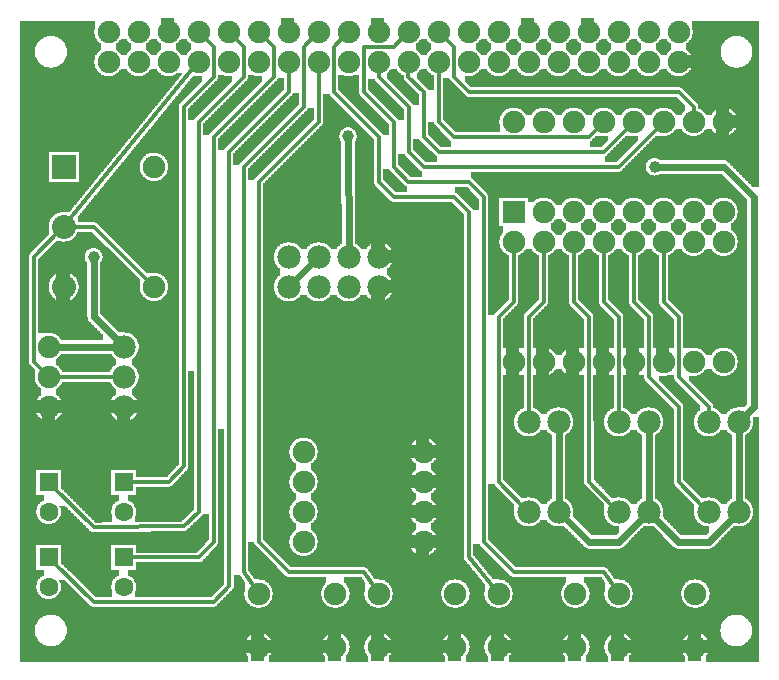
<source format=gbl>
G04 MADE WITH FRITZING*
G04 WWW.FRITZING.ORG*
G04 DOUBLE SIDED*
G04 HOLES PLATED*
G04 CONTOUR ON CENTER OF CONTOUR VECTOR*
%ASAXBY*%
%FSLAX23Y23*%
%MOIN*%
%OFA0B0*%
%SFA1.0B1.0*%
%ADD10C,0.075000*%
%ADD11C,0.075361*%
%ADD12C,0.080000*%
%ADD13C,0.078000*%
%ADD14C,0.039370*%
%ADD15C,0.062992*%
%ADD16R,0.080000X0.080000*%
%ADD17R,0.075000X0.075000*%
%ADD18R,0.062992X0.062992*%
%ADD19C,0.012000*%
%ADD20C,0.024000*%
%LNCOPPER0*%
G90*
G70*
G54D10*
X239Y2114D03*
X1827Y1185D03*
X2323Y2076D03*
X1714Y722D03*
X2016Y722D03*
X2314Y722D03*
X2284Y1041D03*
X2284Y1441D03*
G54D11*
X334Y2041D03*
X434Y2041D03*
X534Y2041D03*
X634Y2041D03*
X734Y2041D03*
X834Y2041D03*
X934Y2041D03*
X1034Y2041D03*
X1134Y2041D03*
X1234Y2041D03*
X1334Y2041D03*
X1434Y2041D03*
X1534Y2041D03*
X1634Y2041D03*
X1734Y2041D03*
X1834Y2041D03*
X1934Y2041D03*
X2034Y2041D03*
X2134Y2041D03*
X2234Y2041D03*
X2234Y2141D03*
X2134Y2141D03*
X2034Y2141D03*
X1934Y2141D03*
X1834Y2141D03*
X1734Y2141D03*
X1634Y2141D03*
X1534Y2141D03*
X1434Y2141D03*
X1334Y2141D03*
X1234Y2141D03*
X1134Y2141D03*
X1034Y2141D03*
X934Y2141D03*
X834Y2141D03*
X734Y2141D03*
X634Y2141D03*
X534Y2141D03*
X434Y2141D03*
X334Y2141D03*
G54D10*
X2384Y1041D03*
X2384Y1441D03*
G54D12*
X184Y1691D03*
X184Y1491D03*
X184Y1291D03*
G54D10*
X1684Y1541D03*
X1684Y1841D03*
X1784Y1541D03*
X1784Y1841D03*
X1884Y1541D03*
X1884Y1841D03*
X1984Y1541D03*
X1984Y1841D03*
X2084Y1541D03*
X2084Y1841D03*
X2184Y1541D03*
X2184Y1841D03*
X2284Y1541D03*
X2284Y1841D03*
X2384Y1541D03*
X2384Y1841D03*
G54D13*
X1834Y541D03*
X1734Y541D03*
G54D14*
X2154Y1691D03*
G54D13*
X1834Y841D03*
X1734Y841D03*
G54D14*
X284Y1391D03*
G54D13*
X2434Y841D03*
X2334Y841D03*
G54D14*
X1132Y1793D03*
G54D10*
X984Y541D03*
X1384Y541D03*
X984Y641D03*
X1384Y641D03*
X984Y441D03*
X1384Y441D03*
X984Y741D03*
X1384Y741D03*
X2290Y91D03*
X2034Y91D03*
X2290Y268D03*
X2034Y268D03*
X1490Y91D03*
X1234Y91D03*
X1490Y268D03*
X1234Y268D03*
X1090Y91D03*
X834Y91D03*
X1090Y268D03*
X834Y268D03*
X1890Y91D03*
X1634Y91D03*
X1890Y268D03*
X1634Y268D03*
X135Y891D03*
X135Y991D03*
X135Y1091D03*
X485Y1291D03*
X485Y1691D03*
G54D13*
X1234Y1391D03*
X1134Y1391D03*
X1034Y1391D03*
X934Y1391D03*
X1234Y1291D03*
X1134Y1291D03*
X1034Y1291D03*
X934Y1291D03*
G54D10*
X2084Y1041D03*
X2084Y1441D03*
X1984Y1041D03*
X1984Y1441D03*
X1884Y1041D03*
X1884Y1441D03*
X1784Y1041D03*
X1784Y1441D03*
X1684Y1041D03*
X1684Y1441D03*
G54D15*
X134Y389D03*
X134Y291D03*
X134Y639D03*
X134Y541D03*
X384Y389D03*
X384Y291D03*
X384Y639D03*
X384Y541D03*
G54D13*
X385Y1091D03*
X385Y991D03*
X385Y891D03*
G54D10*
X2184Y1041D03*
X2184Y1441D03*
G54D13*
X2134Y541D03*
X2034Y541D03*
X2134Y841D03*
X2034Y841D03*
X2434Y541D03*
X2334Y541D03*
G54D16*
X184Y1691D03*
G54D17*
X1684Y1541D03*
G54D18*
X134Y389D03*
X134Y639D03*
X384Y389D03*
X384Y639D03*
G54D19*
X1484Y1790D02*
X1435Y1841D01*
G54D20*
D02*
X1013Y1369D02*
X955Y1312D01*
G54D19*
D02*
X2234Y1941D02*
X1534Y1941D01*
D02*
X1784Y1241D02*
X1734Y1191D01*
D02*
X1534Y1941D02*
X1484Y1991D01*
D02*
X1784Y1418D02*
X1784Y1241D01*
D02*
X1234Y1991D02*
X1234Y2015D01*
D02*
X1734Y1191D02*
X1734Y865D01*
D02*
X1484Y1991D02*
X1484Y2090D01*
D02*
X1884Y1241D02*
X1934Y1191D01*
D02*
X2034Y1691D02*
X1384Y1691D01*
D02*
X1884Y1418D02*
X1884Y1241D01*
D02*
X2284Y1891D02*
X2234Y1941D01*
D02*
X1936Y641D02*
X2017Y558D01*
D02*
X2168Y1824D02*
X2034Y1691D01*
D02*
X1934Y1191D02*
X1936Y641D01*
D02*
X1968Y1824D02*
X1934Y1791D01*
D02*
X2334Y891D02*
X2334Y865D01*
D02*
X2068Y1824D02*
X1984Y1741D01*
D02*
X2234Y991D02*
X2334Y891D01*
D02*
X1333Y1990D02*
X1333Y2015D01*
D02*
X2234Y1191D02*
X2234Y991D01*
D02*
X2284Y1864D02*
X2284Y1891D01*
D02*
X2184Y1418D02*
X2184Y1241D01*
D02*
X1334Y1741D02*
X1334Y1891D01*
D02*
X2184Y1241D02*
X2234Y1191D01*
D02*
X1384Y1691D02*
X1334Y1741D01*
D02*
X1584Y1590D02*
X1535Y1641D01*
D02*
X1484Y2090D02*
X1452Y2122D01*
D02*
X1535Y1641D02*
X1333Y1641D01*
D02*
X1984Y1741D02*
X1435Y1741D01*
D02*
X1333Y1641D02*
X1284Y1690D01*
D02*
X1435Y1841D02*
X1434Y2015D01*
D02*
X1584Y441D02*
X1584Y1590D01*
D02*
X1435Y1741D02*
X1384Y1790D01*
D02*
X1184Y1941D02*
X1184Y2091D01*
D02*
X1934Y1791D02*
X1484Y1790D01*
D02*
X1284Y1841D02*
X1184Y1941D01*
D02*
X1334Y1891D02*
X1234Y1991D01*
D02*
X1184Y2091D02*
X1284Y2091D01*
D02*
X1384Y1790D02*
X1384Y1941D01*
D02*
X1284Y1690D02*
X1284Y1841D01*
D02*
X1384Y1941D02*
X1333Y1990D01*
D02*
X1284Y2091D02*
X1316Y2122D01*
G54D20*
D02*
X2384Y1691D02*
X2173Y1691D01*
G54D19*
D02*
X284Y241D02*
X149Y374D01*
G54D20*
D02*
X2484Y1591D02*
X2384Y1691D01*
G54D19*
D02*
X684Y241D02*
X284Y241D01*
G54D20*
D02*
X2484Y891D02*
X2484Y1591D01*
G54D19*
D02*
X2234Y641D02*
X2234Y891D01*
G54D20*
D02*
X2455Y862D02*
X2484Y891D01*
G54D19*
D02*
X2134Y991D02*
X2134Y1191D01*
D02*
X2134Y1191D02*
X2084Y1241D01*
G54D20*
D02*
X2434Y571D02*
X2434Y811D01*
G54D19*
D02*
X2084Y1241D02*
X2084Y1418D01*
G54D20*
D02*
X2232Y441D02*
X2336Y441D01*
G54D19*
D02*
X2234Y891D02*
X2134Y991D01*
G54D20*
D02*
X2336Y441D02*
X2413Y519D01*
G54D19*
D02*
X2316Y558D02*
X2234Y641D01*
G54D20*
D02*
X2155Y519D02*
X2232Y441D01*
G54D19*
D02*
X2034Y891D02*
X2034Y865D01*
G54D20*
D02*
X2134Y571D02*
X2134Y811D01*
G54D19*
D02*
X2034Y1191D02*
X2034Y891D01*
G54D20*
D02*
X1936Y441D02*
X2036Y441D01*
G54D19*
D02*
X1984Y1241D02*
X2034Y1191D01*
G54D20*
D02*
X2036Y441D02*
X2113Y519D01*
G54D19*
D02*
X1984Y1418D02*
X1984Y1241D01*
G54D20*
D02*
X1855Y520D02*
X1936Y441D01*
G54D19*
D02*
X1634Y641D02*
X1716Y558D01*
G54D20*
D02*
X1834Y571D02*
X1834Y811D01*
G54D19*
D02*
X1634Y1191D02*
X1634Y641D01*
G54D20*
D02*
X285Y1191D02*
X284Y1372D01*
G54D19*
D02*
X1684Y1241D02*
X1634Y1191D01*
G54D20*
D02*
X364Y1112D02*
X285Y1191D01*
G54D19*
D02*
X1684Y1418D02*
X1684Y1241D01*
G54D20*
D02*
X355Y1091D02*
X164Y1091D01*
D02*
X1132Y1774D02*
X1134Y1421D01*
G54D19*
D02*
X736Y293D02*
X684Y241D01*
D02*
X734Y1741D02*
X736Y293D01*
D02*
X934Y1941D02*
X734Y1741D01*
D02*
X934Y2015D02*
X934Y1941D01*
D02*
X835Y441D02*
X934Y341D01*
D02*
X834Y1641D02*
X835Y441D01*
D02*
X1034Y1841D02*
X834Y1641D01*
D02*
X1034Y2015D02*
X1034Y1841D01*
D02*
X684Y1991D02*
X584Y1891D01*
D02*
X684Y2090D02*
X684Y1991D01*
D02*
X584Y693D02*
X536Y641D01*
D02*
X584Y1891D02*
X584Y693D01*
D02*
X652Y2122D02*
X684Y2090D01*
D02*
X536Y641D02*
X405Y639D01*
D02*
X784Y1991D02*
X784Y2091D01*
D02*
X634Y1841D02*
X784Y1991D01*
D02*
X784Y2091D02*
X752Y2122D01*
D02*
X636Y541D02*
X634Y1841D01*
D02*
X584Y493D02*
X636Y541D01*
D02*
X284Y489D02*
X584Y493D01*
D02*
X149Y624D02*
X284Y489D01*
D02*
X884Y1991D02*
X884Y2091D01*
D02*
X884Y2091D02*
X852Y2122D01*
D02*
X684Y1791D02*
X884Y1991D01*
D02*
X684Y441D02*
X684Y1791D01*
D02*
X636Y389D02*
X684Y441D01*
D02*
X405Y389D02*
X636Y389D01*
D02*
X85Y1041D02*
X85Y1391D01*
D02*
X85Y1391D02*
X166Y1473D01*
D02*
X119Y1007D02*
X85Y1041D01*
D02*
X784Y341D02*
X784Y1691D01*
D02*
X821Y287D02*
X784Y341D01*
D02*
X784Y1691D02*
X984Y1891D01*
D02*
X984Y1891D02*
X984Y2091D01*
D02*
X984Y2091D02*
X1016Y2122D01*
D02*
X1184Y341D02*
X934Y341D01*
D02*
X1221Y287D02*
X1184Y341D01*
D02*
X1619Y286D02*
X1534Y391D01*
D02*
X1684Y341D02*
X1584Y441D01*
D02*
X1534Y1541D02*
X1484Y1591D01*
D02*
X1484Y1591D02*
X1284Y1591D01*
D02*
X1234Y1641D02*
X1234Y1791D01*
D02*
X1284Y1591D02*
X1234Y1641D01*
D02*
X1534Y391D02*
X1534Y1541D01*
D02*
X1084Y1941D02*
X1084Y2091D01*
D02*
X1234Y1791D02*
X1084Y1941D01*
D02*
X1084Y2091D02*
X1116Y2122D01*
D02*
X1984Y341D02*
X1684Y341D01*
D02*
X2021Y287D02*
X1984Y341D01*
D02*
X158Y991D02*
X360Y991D01*
D02*
X617Y2021D02*
X200Y1510D01*
D02*
X284Y1491D02*
X209Y1491D01*
D02*
X469Y1307D02*
X284Y1491D01*
G36*
X40Y2176D02*
X40Y2128D01*
X144Y2128D01*
X144Y2126D01*
X156Y2126D01*
X156Y2124D01*
X162Y2124D01*
X162Y2122D01*
X166Y2122D01*
X166Y2120D01*
X170Y2120D01*
X170Y2118D01*
X172Y2118D01*
X172Y2116D01*
X176Y2116D01*
X176Y2114D01*
X178Y2114D01*
X178Y2112D01*
X180Y2112D01*
X180Y2110D01*
X182Y2110D01*
X182Y2106D01*
X184Y2106D01*
X184Y2104D01*
X186Y2104D01*
X186Y2102D01*
X188Y2102D01*
X188Y2098D01*
X190Y2098D01*
X190Y2094D01*
X192Y2094D01*
X192Y2088D01*
X194Y2088D01*
X194Y2060D01*
X192Y2060D01*
X192Y2054D01*
X190Y2054D01*
X190Y2050D01*
X188Y2050D01*
X188Y2046D01*
X186Y2046D01*
X186Y2044D01*
X184Y2044D01*
X184Y2040D01*
X182Y2040D01*
X182Y2038D01*
X180Y2038D01*
X180Y2036D01*
X178Y2036D01*
X178Y2034D01*
X176Y2034D01*
X176Y2032D01*
X172Y2032D01*
X172Y2030D01*
X170Y2030D01*
X170Y2028D01*
X166Y2028D01*
X166Y2026D01*
X162Y2026D01*
X162Y2024D01*
X158Y2024D01*
X158Y2022D01*
X148Y2022D01*
X148Y2020D01*
X290Y2020D01*
X290Y2024D01*
X288Y2024D01*
X288Y2032D01*
X286Y2032D01*
X286Y2048D01*
X288Y2048D01*
X288Y2056D01*
X290Y2056D01*
X290Y2062D01*
X292Y2062D01*
X292Y2064D01*
X294Y2064D01*
X294Y2068D01*
X296Y2068D01*
X296Y2070D01*
X298Y2070D01*
X298Y2072D01*
X300Y2072D01*
X300Y2074D01*
X302Y2074D01*
X302Y2076D01*
X304Y2076D01*
X304Y2078D01*
X306Y2078D01*
X306Y2080D01*
X310Y2080D01*
X310Y2100D01*
X308Y2100D01*
X308Y2102D01*
X304Y2102D01*
X304Y2104D01*
X302Y2104D01*
X302Y2106D01*
X300Y2106D01*
X300Y2108D01*
X298Y2108D01*
X298Y2110D01*
X296Y2110D01*
X296Y2114D01*
X294Y2114D01*
X294Y2116D01*
X292Y2116D01*
X292Y2120D01*
X290Y2120D01*
X290Y2124D01*
X288Y2124D01*
X288Y2132D01*
X286Y2132D01*
X286Y2148D01*
X288Y2148D01*
X288Y2156D01*
X290Y2156D01*
X290Y2176D01*
X40Y2176D01*
G37*
D02*
G36*
X40Y2128D02*
X40Y2020D01*
X136Y2020D01*
X136Y2022D01*
X126Y2022D01*
X126Y2024D01*
X120Y2024D01*
X120Y2026D01*
X116Y2026D01*
X116Y2028D01*
X114Y2028D01*
X114Y2030D01*
X110Y2030D01*
X110Y2032D01*
X108Y2032D01*
X108Y2034D01*
X106Y2034D01*
X106Y2036D01*
X104Y2036D01*
X104Y2038D01*
X102Y2038D01*
X102Y2040D01*
X100Y2040D01*
X100Y2042D01*
X98Y2042D01*
X98Y2046D01*
X96Y2046D01*
X96Y2048D01*
X94Y2048D01*
X94Y2052D01*
X92Y2052D01*
X92Y2058D01*
X90Y2058D01*
X90Y2066D01*
X88Y2066D01*
X88Y2082D01*
X90Y2082D01*
X90Y2090D01*
X92Y2090D01*
X92Y2096D01*
X94Y2096D01*
X94Y2098D01*
X96Y2098D01*
X96Y2102D01*
X98Y2102D01*
X98Y2106D01*
X100Y2106D01*
X100Y2108D01*
X102Y2108D01*
X102Y2110D01*
X104Y2110D01*
X104Y2112D01*
X106Y2112D01*
X106Y2114D01*
X108Y2114D01*
X108Y2116D01*
X110Y2116D01*
X110Y2118D01*
X114Y2118D01*
X114Y2120D01*
X118Y2120D01*
X118Y2122D01*
X122Y2122D01*
X122Y2124D01*
X128Y2124D01*
X128Y2126D01*
X140Y2126D01*
X140Y2128D01*
X40Y2128D01*
G37*
D02*
G36*
X40Y2020D02*
X40Y2018D01*
X292Y2018D01*
X292Y2020D01*
X40Y2020D01*
G37*
D02*
G36*
X40Y2020D02*
X40Y2018D01*
X292Y2018D01*
X292Y2020D01*
X40Y2020D01*
G37*
D02*
G36*
X40Y2018D02*
X40Y1992D01*
X330Y1992D01*
X330Y1994D01*
X320Y1994D01*
X320Y1996D01*
X314Y1996D01*
X314Y1998D01*
X310Y1998D01*
X310Y2000D01*
X308Y2000D01*
X308Y2002D01*
X304Y2002D01*
X304Y2004D01*
X302Y2004D01*
X302Y2006D01*
X300Y2006D01*
X300Y2008D01*
X298Y2008D01*
X298Y2010D01*
X296Y2010D01*
X296Y2014D01*
X294Y2014D01*
X294Y2016D01*
X292Y2016D01*
X292Y2018D01*
X40Y2018D01*
G37*
D02*
G36*
X374Y2016D02*
X374Y2014D01*
X372Y2014D01*
X372Y2012D01*
X370Y2012D01*
X370Y2008D01*
X368Y2008D01*
X368Y2006D01*
X366Y2006D01*
X366Y2004D01*
X362Y2004D01*
X362Y2002D01*
X360Y2002D01*
X360Y2000D01*
X356Y2000D01*
X356Y1998D01*
X354Y1998D01*
X354Y1996D01*
X348Y1996D01*
X348Y1994D01*
X338Y1994D01*
X338Y1992D01*
X430Y1992D01*
X430Y1994D01*
X420Y1994D01*
X420Y1996D01*
X414Y1996D01*
X414Y1998D01*
X410Y1998D01*
X410Y2000D01*
X408Y2000D01*
X408Y2002D01*
X404Y2002D01*
X404Y2004D01*
X402Y2004D01*
X402Y2006D01*
X400Y2006D01*
X400Y2008D01*
X398Y2008D01*
X398Y2010D01*
X396Y2010D01*
X396Y2014D01*
X394Y2014D01*
X394Y2016D01*
X374Y2016D01*
G37*
D02*
G36*
X474Y2016D02*
X474Y2014D01*
X472Y2014D01*
X472Y2012D01*
X470Y2012D01*
X470Y2008D01*
X468Y2008D01*
X468Y2006D01*
X466Y2006D01*
X466Y2004D01*
X462Y2004D01*
X462Y2002D01*
X460Y2002D01*
X460Y2000D01*
X456Y2000D01*
X456Y1998D01*
X454Y1998D01*
X454Y1996D01*
X448Y1996D01*
X448Y1994D01*
X436Y1994D01*
X436Y1992D01*
X530Y1992D01*
X530Y1994D01*
X520Y1994D01*
X520Y1996D01*
X514Y1996D01*
X514Y1998D01*
X510Y1998D01*
X510Y2000D01*
X508Y2000D01*
X508Y2002D01*
X504Y2002D01*
X504Y2004D01*
X502Y2004D01*
X502Y2006D01*
X500Y2006D01*
X500Y2008D01*
X498Y2008D01*
X498Y2010D01*
X496Y2010D01*
X496Y2014D01*
X494Y2014D01*
X494Y2016D01*
X474Y2016D01*
G37*
D02*
G36*
X562Y2004D02*
X562Y2002D01*
X560Y2002D01*
X560Y2000D01*
X556Y2000D01*
X556Y1998D01*
X554Y1998D01*
X554Y1996D01*
X548Y1996D01*
X548Y1994D01*
X538Y1994D01*
X538Y1992D01*
X574Y1992D01*
X574Y1994D01*
X576Y1994D01*
X576Y1996D01*
X578Y1996D01*
X578Y1998D01*
X580Y1998D01*
X580Y2002D01*
X582Y2002D01*
X582Y2004D01*
X562Y2004D01*
G37*
D02*
G36*
X40Y1992D02*
X40Y1990D01*
X572Y1990D01*
X572Y1992D01*
X40Y1992D01*
G37*
D02*
G36*
X40Y1992D02*
X40Y1990D01*
X572Y1990D01*
X572Y1992D01*
X40Y1992D01*
G37*
D02*
G36*
X40Y1992D02*
X40Y1990D01*
X572Y1990D01*
X572Y1992D01*
X40Y1992D01*
G37*
D02*
G36*
X40Y1992D02*
X40Y1990D01*
X572Y1990D01*
X572Y1992D01*
X40Y1992D01*
G37*
D02*
G36*
X614Y1992D02*
X614Y1990D01*
X612Y1990D01*
X612Y1988D01*
X610Y1988D01*
X610Y1984D01*
X608Y1984D01*
X608Y1982D01*
X606Y1982D01*
X606Y1980D01*
X604Y1980D01*
X604Y1978D01*
X602Y1978D01*
X602Y1976D01*
X600Y1976D01*
X600Y1972D01*
X598Y1972D01*
X598Y1970D01*
X596Y1970D01*
X596Y1968D01*
X594Y1968D01*
X594Y1966D01*
X592Y1966D01*
X592Y1962D01*
X590Y1962D01*
X590Y1960D01*
X588Y1960D01*
X588Y1958D01*
X586Y1958D01*
X586Y1956D01*
X584Y1956D01*
X584Y1954D01*
X582Y1954D01*
X582Y1950D01*
X580Y1950D01*
X580Y1948D01*
X578Y1948D01*
X578Y1946D01*
X576Y1946D01*
X576Y1944D01*
X574Y1944D01*
X574Y1940D01*
X572Y1940D01*
X572Y1938D01*
X570Y1938D01*
X570Y1936D01*
X568Y1936D01*
X568Y1934D01*
X566Y1934D01*
X566Y1932D01*
X564Y1932D01*
X564Y1928D01*
X562Y1928D01*
X562Y1926D01*
X560Y1926D01*
X560Y1924D01*
X558Y1924D01*
X558Y1922D01*
X556Y1922D01*
X556Y1918D01*
X554Y1918D01*
X554Y1916D01*
X552Y1916D01*
X552Y1914D01*
X550Y1914D01*
X550Y1912D01*
X548Y1912D01*
X548Y1910D01*
X546Y1910D01*
X546Y1906D01*
X544Y1906D01*
X544Y1904D01*
X542Y1904D01*
X542Y1902D01*
X540Y1902D01*
X540Y1900D01*
X538Y1900D01*
X538Y1896D01*
X536Y1896D01*
X536Y1894D01*
X534Y1894D01*
X534Y1892D01*
X532Y1892D01*
X532Y1890D01*
X530Y1890D01*
X530Y1888D01*
X528Y1888D01*
X528Y1884D01*
X526Y1884D01*
X526Y1882D01*
X524Y1882D01*
X524Y1880D01*
X522Y1880D01*
X522Y1878D01*
X520Y1878D01*
X520Y1874D01*
X518Y1874D01*
X518Y1872D01*
X516Y1872D01*
X516Y1870D01*
X514Y1870D01*
X514Y1868D01*
X512Y1868D01*
X512Y1866D01*
X510Y1866D01*
X510Y1862D01*
X508Y1862D01*
X508Y1860D01*
X506Y1860D01*
X506Y1858D01*
X504Y1858D01*
X504Y1856D01*
X502Y1856D01*
X502Y1852D01*
X500Y1852D01*
X500Y1850D01*
X498Y1850D01*
X498Y1848D01*
X496Y1848D01*
X496Y1846D01*
X494Y1846D01*
X494Y1844D01*
X492Y1844D01*
X492Y1840D01*
X490Y1840D01*
X490Y1838D01*
X488Y1838D01*
X488Y1836D01*
X486Y1836D01*
X486Y1834D01*
X484Y1834D01*
X484Y1830D01*
X482Y1830D01*
X482Y1828D01*
X480Y1828D01*
X480Y1826D01*
X478Y1826D01*
X478Y1824D01*
X476Y1824D01*
X476Y1822D01*
X474Y1822D01*
X474Y1818D01*
X472Y1818D01*
X472Y1816D01*
X470Y1816D01*
X470Y1814D01*
X468Y1814D01*
X468Y1812D01*
X466Y1812D01*
X466Y1808D01*
X464Y1808D01*
X464Y1806D01*
X462Y1806D01*
X462Y1804D01*
X460Y1804D01*
X460Y1802D01*
X458Y1802D01*
X458Y1800D01*
X456Y1800D01*
X456Y1796D01*
X454Y1796D01*
X454Y1794D01*
X452Y1794D01*
X452Y1792D01*
X450Y1792D01*
X450Y1790D01*
X448Y1790D01*
X448Y1786D01*
X446Y1786D01*
X446Y1784D01*
X444Y1784D01*
X444Y1782D01*
X442Y1782D01*
X442Y1780D01*
X440Y1780D01*
X440Y1778D01*
X438Y1778D01*
X438Y1774D01*
X436Y1774D01*
X436Y1772D01*
X434Y1772D01*
X434Y1770D01*
X432Y1770D01*
X432Y1768D01*
X430Y1768D01*
X430Y1764D01*
X428Y1764D01*
X428Y1762D01*
X426Y1762D01*
X426Y1760D01*
X424Y1760D01*
X424Y1758D01*
X422Y1758D01*
X422Y1756D01*
X420Y1756D01*
X420Y1752D01*
X418Y1752D01*
X418Y1750D01*
X416Y1750D01*
X416Y1748D01*
X414Y1748D01*
X414Y1746D01*
X412Y1746D01*
X412Y1742D01*
X410Y1742D01*
X410Y1740D01*
X408Y1740D01*
X408Y1738D01*
X494Y1738D01*
X494Y1736D01*
X500Y1736D01*
X500Y1734D01*
X506Y1734D01*
X506Y1732D01*
X510Y1732D01*
X510Y1730D01*
X512Y1730D01*
X512Y1728D01*
X514Y1728D01*
X514Y1726D01*
X518Y1726D01*
X518Y1724D01*
X520Y1724D01*
X520Y1722D01*
X522Y1722D01*
X522Y1718D01*
X524Y1718D01*
X524Y1716D01*
X526Y1716D01*
X526Y1712D01*
X528Y1712D01*
X528Y1708D01*
X530Y1708D01*
X530Y1702D01*
X532Y1702D01*
X532Y1680D01*
X530Y1680D01*
X530Y1674D01*
X528Y1674D01*
X528Y1668D01*
X526Y1668D01*
X526Y1666D01*
X524Y1666D01*
X524Y1662D01*
X522Y1662D01*
X522Y1660D01*
X520Y1660D01*
X520Y1658D01*
X518Y1658D01*
X518Y1656D01*
X516Y1656D01*
X516Y1654D01*
X514Y1654D01*
X514Y1652D01*
X512Y1652D01*
X512Y1650D01*
X508Y1650D01*
X508Y1648D01*
X504Y1648D01*
X504Y1646D01*
X498Y1646D01*
X498Y1644D01*
X568Y1644D01*
X568Y1896D01*
X570Y1896D01*
X570Y1900D01*
X572Y1900D01*
X572Y1902D01*
X574Y1902D01*
X574Y1904D01*
X576Y1904D01*
X576Y1906D01*
X578Y1906D01*
X578Y1908D01*
X580Y1908D01*
X580Y1910D01*
X582Y1910D01*
X582Y1912D01*
X584Y1912D01*
X584Y1914D01*
X586Y1914D01*
X586Y1916D01*
X588Y1916D01*
X588Y1918D01*
X590Y1918D01*
X590Y1920D01*
X592Y1920D01*
X592Y1922D01*
X594Y1922D01*
X594Y1924D01*
X596Y1924D01*
X596Y1926D01*
X598Y1926D01*
X598Y1928D01*
X600Y1928D01*
X600Y1930D01*
X602Y1930D01*
X602Y1932D01*
X604Y1932D01*
X604Y1934D01*
X606Y1934D01*
X606Y1936D01*
X608Y1936D01*
X608Y1938D01*
X610Y1938D01*
X610Y1940D01*
X612Y1940D01*
X612Y1942D01*
X614Y1942D01*
X614Y1944D01*
X616Y1944D01*
X616Y1946D01*
X618Y1946D01*
X618Y1948D01*
X620Y1948D01*
X620Y1950D01*
X622Y1950D01*
X622Y1952D01*
X624Y1952D01*
X624Y1954D01*
X626Y1954D01*
X626Y1956D01*
X628Y1956D01*
X628Y1958D01*
X630Y1958D01*
X630Y1960D01*
X632Y1960D01*
X632Y1962D01*
X634Y1962D01*
X634Y1964D01*
X636Y1964D01*
X636Y1966D01*
X638Y1966D01*
X638Y1968D01*
X640Y1968D01*
X640Y1970D01*
X642Y1970D01*
X642Y1972D01*
X644Y1972D01*
X644Y1974D01*
X646Y1974D01*
X646Y1992D01*
X614Y1992D01*
G37*
D02*
G36*
X40Y1990D02*
X40Y1740D01*
X234Y1740D01*
X234Y1640D01*
X286Y1640D01*
X286Y1642D01*
X288Y1642D01*
X288Y1644D01*
X290Y1644D01*
X290Y1646D01*
X292Y1646D01*
X292Y1650D01*
X294Y1650D01*
X294Y1652D01*
X296Y1652D01*
X296Y1654D01*
X298Y1654D01*
X298Y1656D01*
X300Y1656D01*
X300Y1660D01*
X302Y1660D01*
X302Y1662D01*
X304Y1662D01*
X304Y1664D01*
X306Y1664D01*
X306Y1666D01*
X308Y1666D01*
X308Y1668D01*
X310Y1668D01*
X310Y1672D01*
X312Y1672D01*
X312Y1674D01*
X314Y1674D01*
X314Y1676D01*
X316Y1676D01*
X316Y1678D01*
X318Y1678D01*
X318Y1682D01*
X320Y1682D01*
X320Y1684D01*
X322Y1684D01*
X322Y1686D01*
X324Y1686D01*
X324Y1688D01*
X326Y1688D01*
X326Y1690D01*
X328Y1690D01*
X328Y1694D01*
X330Y1694D01*
X330Y1696D01*
X332Y1696D01*
X332Y1698D01*
X334Y1698D01*
X334Y1700D01*
X336Y1700D01*
X336Y1704D01*
X338Y1704D01*
X338Y1706D01*
X340Y1706D01*
X340Y1708D01*
X342Y1708D01*
X342Y1710D01*
X344Y1710D01*
X344Y1712D01*
X346Y1712D01*
X346Y1716D01*
X348Y1716D01*
X348Y1718D01*
X350Y1718D01*
X350Y1720D01*
X352Y1720D01*
X352Y1722D01*
X354Y1722D01*
X354Y1726D01*
X356Y1726D01*
X356Y1728D01*
X358Y1728D01*
X358Y1730D01*
X360Y1730D01*
X360Y1732D01*
X362Y1732D01*
X362Y1734D01*
X364Y1734D01*
X364Y1738D01*
X366Y1738D01*
X366Y1740D01*
X368Y1740D01*
X368Y1742D01*
X370Y1742D01*
X370Y1744D01*
X372Y1744D01*
X372Y1748D01*
X374Y1748D01*
X374Y1750D01*
X376Y1750D01*
X376Y1752D01*
X378Y1752D01*
X378Y1754D01*
X380Y1754D01*
X380Y1756D01*
X382Y1756D01*
X382Y1760D01*
X384Y1760D01*
X384Y1762D01*
X386Y1762D01*
X386Y1764D01*
X388Y1764D01*
X388Y1766D01*
X390Y1766D01*
X390Y1770D01*
X392Y1770D01*
X392Y1772D01*
X394Y1772D01*
X394Y1774D01*
X396Y1774D01*
X396Y1776D01*
X398Y1776D01*
X398Y1778D01*
X400Y1778D01*
X400Y1782D01*
X402Y1782D01*
X402Y1784D01*
X404Y1784D01*
X404Y1786D01*
X406Y1786D01*
X406Y1788D01*
X408Y1788D01*
X408Y1792D01*
X410Y1792D01*
X410Y1794D01*
X412Y1794D01*
X412Y1796D01*
X414Y1796D01*
X414Y1798D01*
X416Y1798D01*
X416Y1800D01*
X418Y1800D01*
X418Y1804D01*
X420Y1804D01*
X420Y1806D01*
X422Y1806D01*
X422Y1808D01*
X424Y1808D01*
X424Y1810D01*
X426Y1810D01*
X426Y1814D01*
X428Y1814D01*
X428Y1816D01*
X430Y1816D01*
X430Y1818D01*
X432Y1818D01*
X432Y1820D01*
X434Y1820D01*
X434Y1822D01*
X436Y1822D01*
X436Y1826D01*
X438Y1826D01*
X438Y1828D01*
X440Y1828D01*
X440Y1830D01*
X442Y1830D01*
X442Y1832D01*
X444Y1832D01*
X444Y1836D01*
X446Y1836D01*
X446Y1838D01*
X448Y1838D01*
X448Y1840D01*
X450Y1840D01*
X450Y1842D01*
X452Y1842D01*
X452Y1844D01*
X454Y1844D01*
X454Y1848D01*
X456Y1848D01*
X456Y1850D01*
X458Y1850D01*
X458Y1852D01*
X460Y1852D01*
X460Y1854D01*
X462Y1854D01*
X462Y1858D01*
X464Y1858D01*
X464Y1860D01*
X466Y1860D01*
X466Y1862D01*
X468Y1862D01*
X468Y1864D01*
X470Y1864D01*
X470Y1866D01*
X472Y1866D01*
X472Y1870D01*
X474Y1870D01*
X474Y1872D01*
X476Y1872D01*
X476Y1874D01*
X478Y1874D01*
X478Y1876D01*
X480Y1876D01*
X480Y1880D01*
X482Y1880D01*
X482Y1882D01*
X484Y1882D01*
X484Y1884D01*
X486Y1884D01*
X486Y1886D01*
X488Y1886D01*
X488Y1888D01*
X490Y1888D01*
X490Y1892D01*
X492Y1892D01*
X492Y1894D01*
X494Y1894D01*
X494Y1896D01*
X496Y1896D01*
X496Y1898D01*
X498Y1898D01*
X498Y1902D01*
X500Y1902D01*
X500Y1904D01*
X502Y1904D01*
X502Y1906D01*
X504Y1906D01*
X504Y1908D01*
X506Y1908D01*
X506Y1910D01*
X508Y1910D01*
X508Y1914D01*
X510Y1914D01*
X510Y1916D01*
X512Y1916D01*
X512Y1918D01*
X514Y1918D01*
X514Y1920D01*
X516Y1920D01*
X516Y1924D01*
X518Y1924D01*
X518Y1926D01*
X520Y1926D01*
X520Y1928D01*
X522Y1928D01*
X522Y1930D01*
X524Y1930D01*
X524Y1932D01*
X526Y1932D01*
X526Y1936D01*
X528Y1936D01*
X528Y1938D01*
X530Y1938D01*
X530Y1940D01*
X532Y1940D01*
X532Y1942D01*
X534Y1942D01*
X534Y1946D01*
X536Y1946D01*
X536Y1948D01*
X538Y1948D01*
X538Y1950D01*
X540Y1950D01*
X540Y1952D01*
X542Y1952D01*
X542Y1954D01*
X544Y1954D01*
X544Y1958D01*
X546Y1958D01*
X546Y1960D01*
X548Y1960D01*
X548Y1962D01*
X550Y1962D01*
X550Y1964D01*
X552Y1964D01*
X552Y1968D01*
X554Y1968D01*
X554Y1970D01*
X556Y1970D01*
X556Y1972D01*
X558Y1972D01*
X558Y1974D01*
X560Y1974D01*
X560Y1976D01*
X562Y1976D01*
X562Y1980D01*
X564Y1980D01*
X564Y1982D01*
X566Y1982D01*
X566Y1984D01*
X568Y1984D01*
X568Y1986D01*
X570Y1986D01*
X570Y1990D01*
X40Y1990D01*
G37*
D02*
G36*
X1050Y1934D02*
X1050Y1836D01*
X1048Y1836D01*
X1048Y1832D01*
X1046Y1832D01*
X1046Y1830D01*
X1044Y1830D01*
X1044Y1828D01*
X1042Y1828D01*
X1042Y1826D01*
X1040Y1826D01*
X1040Y1824D01*
X1038Y1824D01*
X1038Y1822D01*
X1140Y1822D01*
X1140Y1820D01*
X1144Y1820D01*
X1144Y1818D01*
X1148Y1818D01*
X1148Y1816D01*
X1150Y1816D01*
X1150Y1814D01*
X1154Y1814D01*
X1154Y1810D01*
X1156Y1810D01*
X1156Y1808D01*
X1158Y1808D01*
X1158Y1804D01*
X1160Y1804D01*
X1160Y1798D01*
X1162Y1798D01*
X1162Y1786D01*
X1160Y1786D01*
X1160Y1780D01*
X1158Y1780D01*
X1158Y1776D01*
X1156Y1776D01*
X1156Y1774D01*
X1154Y1774D01*
X1154Y1570D01*
X1156Y1570D01*
X1156Y1440D01*
X1240Y1440D01*
X1240Y1438D01*
X1248Y1438D01*
X1248Y1436D01*
X1254Y1436D01*
X1254Y1434D01*
X1258Y1434D01*
X1258Y1432D01*
X1262Y1432D01*
X1262Y1430D01*
X1264Y1430D01*
X1264Y1428D01*
X1266Y1428D01*
X1266Y1426D01*
X1268Y1426D01*
X1268Y1424D01*
X1270Y1424D01*
X1270Y1422D01*
X1272Y1422D01*
X1272Y1420D01*
X1274Y1420D01*
X1274Y1416D01*
X1276Y1416D01*
X1276Y1414D01*
X1278Y1414D01*
X1278Y1410D01*
X1280Y1410D01*
X1280Y1402D01*
X1282Y1402D01*
X1282Y1378D01*
X1280Y1378D01*
X1280Y1372D01*
X1278Y1372D01*
X1278Y1368D01*
X1276Y1368D01*
X1276Y1364D01*
X1274Y1364D01*
X1274Y1362D01*
X1272Y1362D01*
X1272Y1358D01*
X1270Y1358D01*
X1270Y1356D01*
X1268Y1356D01*
X1268Y1354D01*
X1264Y1354D01*
X1264Y1352D01*
X1262Y1352D01*
X1262Y1330D01*
X1264Y1330D01*
X1264Y1328D01*
X1266Y1328D01*
X1266Y1326D01*
X1268Y1326D01*
X1268Y1324D01*
X1270Y1324D01*
X1270Y1322D01*
X1272Y1322D01*
X1272Y1320D01*
X1274Y1320D01*
X1274Y1316D01*
X1276Y1316D01*
X1276Y1314D01*
X1278Y1314D01*
X1278Y1310D01*
X1280Y1310D01*
X1280Y1302D01*
X1282Y1302D01*
X1282Y1278D01*
X1280Y1278D01*
X1280Y1272D01*
X1278Y1272D01*
X1278Y1268D01*
X1276Y1268D01*
X1276Y1264D01*
X1274Y1264D01*
X1274Y1262D01*
X1272Y1262D01*
X1272Y1258D01*
X1270Y1258D01*
X1270Y1256D01*
X1268Y1256D01*
X1268Y1254D01*
X1264Y1254D01*
X1264Y1252D01*
X1262Y1252D01*
X1262Y1250D01*
X1260Y1250D01*
X1260Y1248D01*
X1256Y1248D01*
X1256Y1246D01*
X1252Y1246D01*
X1252Y1244D01*
X1246Y1244D01*
X1246Y1242D01*
X1518Y1242D01*
X1518Y1534D01*
X1516Y1534D01*
X1516Y1536D01*
X1514Y1536D01*
X1514Y1538D01*
X1512Y1538D01*
X1512Y1540D01*
X1510Y1540D01*
X1510Y1542D01*
X1508Y1542D01*
X1508Y1544D01*
X1506Y1544D01*
X1506Y1546D01*
X1504Y1546D01*
X1504Y1548D01*
X1502Y1548D01*
X1502Y1550D01*
X1500Y1550D01*
X1500Y1552D01*
X1498Y1552D01*
X1498Y1554D01*
X1496Y1554D01*
X1496Y1556D01*
X1494Y1556D01*
X1494Y1558D01*
X1492Y1558D01*
X1492Y1560D01*
X1490Y1560D01*
X1490Y1562D01*
X1488Y1562D01*
X1488Y1564D01*
X1486Y1564D01*
X1486Y1566D01*
X1484Y1566D01*
X1484Y1568D01*
X1482Y1568D01*
X1482Y1570D01*
X1480Y1570D01*
X1480Y1572D01*
X1478Y1572D01*
X1478Y1574D01*
X1280Y1574D01*
X1280Y1576D01*
X1276Y1576D01*
X1276Y1578D01*
X1272Y1578D01*
X1272Y1580D01*
X1270Y1580D01*
X1270Y1582D01*
X1268Y1582D01*
X1268Y1584D01*
X1266Y1584D01*
X1266Y1586D01*
X1264Y1586D01*
X1264Y1588D01*
X1262Y1588D01*
X1262Y1590D01*
X1260Y1590D01*
X1260Y1592D01*
X1258Y1592D01*
X1258Y1594D01*
X1256Y1594D01*
X1256Y1596D01*
X1254Y1596D01*
X1254Y1598D01*
X1252Y1598D01*
X1252Y1600D01*
X1250Y1600D01*
X1250Y1602D01*
X1248Y1602D01*
X1248Y1604D01*
X1246Y1604D01*
X1246Y1606D01*
X1244Y1606D01*
X1244Y1608D01*
X1242Y1608D01*
X1242Y1610D01*
X1240Y1610D01*
X1240Y1612D01*
X1238Y1612D01*
X1238Y1614D01*
X1236Y1614D01*
X1236Y1616D01*
X1234Y1616D01*
X1234Y1618D01*
X1232Y1618D01*
X1232Y1620D01*
X1230Y1620D01*
X1230Y1622D01*
X1228Y1622D01*
X1228Y1624D01*
X1226Y1624D01*
X1226Y1626D01*
X1224Y1626D01*
X1224Y1628D01*
X1222Y1628D01*
X1222Y1632D01*
X1220Y1632D01*
X1220Y1634D01*
X1218Y1634D01*
X1218Y1784D01*
X1216Y1784D01*
X1216Y1786D01*
X1214Y1786D01*
X1214Y1788D01*
X1212Y1788D01*
X1212Y1790D01*
X1210Y1790D01*
X1210Y1792D01*
X1208Y1792D01*
X1208Y1794D01*
X1206Y1794D01*
X1206Y1796D01*
X1204Y1796D01*
X1204Y1798D01*
X1202Y1798D01*
X1202Y1800D01*
X1200Y1800D01*
X1200Y1802D01*
X1198Y1802D01*
X1198Y1804D01*
X1196Y1804D01*
X1196Y1806D01*
X1194Y1806D01*
X1194Y1808D01*
X1192Y1808D01*
X1192Y1810D01*
X1190Y1810D01*
X1190Y1812D01*
X1188Y1812D01*
X1188Y1814D01*
X1186Y1814D01*
X1186Y1816D01*
X1184Y1816D01*
X1184Y1818D01*
X1182Y1818D01*
X1182Y1820D01*
X1180Y1820D01*
X1180Y1822D01*
X1178Y1822D01*
X1178Y1824D01*
X1176Y1824D01*
X1176Y1826D01*
X1174Y1826D01*
X1174Y1828D01*
X1172Y1828D01*
X1172Y1830D01*
X1170Y1830D01*
X1170Y1832D01*
X1168Y1832D01*
X1168Y1834D01*
X1166Y1834D01*
X1166Y1836D01*
X1164Y1836D01*
X1164Y1838D01*
X1162Y1838D01*
X1162Y1840D01*
X1160Y1840D01*
X1160Y1842D01*
X1158Y1842D01*
X1158Y1844D01*
X1156Y1844D01*
X1156Y1846D01*
X1154Y1846D01*
X1154Y1848D01*
X1152Y1848D01*
X1152Y1850D01*
X1150Y1850D01*
X1150Y1852D01*
X1148Y1852D01*
X1148Y1854D01*
X1146Y1854D01*
X1146Y1856D01*
X1144Y1856D01*
X1144Y1858D01*
X1142Y1858D01*
X1142Y1860D01*
X1140Y1860D01*
X1140Y1862D01*
X1138Y1862D01*
X1138Y1864D01*
X1136Y1864D01*
X1136Y1866D01*
X1134Y1866D01*
X1134Y1868D01*
X1132Y1868D01*
X1132Y1870D01*
X1130Y1870D01*
X1130Y1872D01*
X1128Y1872D01*
X1128Y1874D01*
X1126Y1874D01*
X1126Y1876D01*
X1124Y1876D01*
X1124Y1878D01*
X1122Y1878D01*
X1122Y1880D01*
X1120Y1880D01*
X1120Y1882D01*
X1118Y1882D01*
X1118Y1884D01*
X1116Y1884D01*
X1116Y1886D01*
X1114Y1886D01*
X1114Y1888D01*
X1112Y1888D01*
X1112Y1890D01*
X1110Y1890D01*
X1110Y1892D01*
X1108Y1892D01*
X1108Y1894D01*
X1106Y1894D01*
X1106Y1896D01*
X1104Y1896D01*
X1104Y1898D01*
X1102Y1898D01*
X1102Y1900D01*
X1100Y1900D01*
X1100Y1902D01*
X1098Y1902D01*
X1098Y1904D01*
X1096Y1904D01*
X1096Y1906D01*
X1094Y1906D01*
X1094Y1908D01*
X1092Y1908D01*
X1092Y1910D01*
X1090Y1910D01*
X1090Y1912D01*
X1088Y1912D01*
X1088Y1914D01*
X1086Y1914D01*
X1086Y1916D01*
X1084Y1916D01*
X1084Y1918D01*
X1082Y1918D01*
X1082Y1920D01*
X1080Y1920D01*
X1080Y1922D01*
X1078Y1922D01*
X1078Y1924D01*
X1076Y1924D01*
X1076Y1926D01*
X1074Y1926D01*
X1074Y1928D01*
X1072Y1928D01*
X1072Y1932D01*
X1070Y1932D01*
X1070Y1934D01*
X1050Y1934D01*
G37*
D02*
G36*
X1036Y1822D02*
X1036Y1820D01*
X1034Y1820D01*
X1034Y1818D01*
X1032Y1818D01*
X1032Y1816D01*
X1030Y1816D01*
X1030Y1814D01*
X1028Y1814D01*
X1028Y1812D01*
X1026Y1812D01*
X1026Y1810D01*
X1024Y1810D01*
X1024Y1808D01*
X1022Y1808D01*
X1022Y1806D01*
X1020Y1806D01*
X1020Y1804D01*
X1018Y1804D01*
X1018Y1802D01*
X1016Y1802D01*
X1016Y1800D01*
X1014Y1800D01*
X1014Y1798D01*
X1012Y1798D01*
X1012Y1796D01*
X1010Y1796D01*
X1010Y1794D01*
X1008Y1794D01*
X1008Y1792D01*
X1006Y1792D01*
X1006Y1790D01*
X1004Y1790D01*
X1004Y1788D01*
X1002Y1788D01*
X1002Y1786D01*
X1000Y1786D01*
X1000Y1784D01*
X998Y1784D01*
X998Y1782D01*
X996Y1782D01*
X996Y1780D01*
X994Y1780D01*
X994Y1778D01*
X992Y1778D01*
X992Y1776D01*
X990Y1776D01*
X990Y1774D01*
X988Y1774D01*
X988Y1772D01*
X986Y1772D01*
X986Y1770D01*
X984Y1770D01*
X984Y1768D01*
X982Y1768D01*
X982Y1766D01*
X980Y1766D01*
X980Y1764D01*
X978Y1764D01*
X978Y1762D01*
X976Y1762D01*
X976Y1760D01*
X974Y1760D01*
X974Y1758D01*
X972Y1758D01*
X972Y1756D01*
X970Y1756D01*
X970Y1754D01*
X968Y1754D01*
X968Y1752D01*
X966Y1752D01*
X966Y1750D01*
X964Y1750D01*
X964Y1748D01*
X962Y1748D01*
X962Y1746D01*
X960Y1746D01*
X960Y1744D01*
X958Y1744D01*
X958Y1742D01*
X956Y1742D01*
X956Y1740D01*
X954Y1740D01*
X954Y1738D01*
X952Y1738D01*
X952Y1736D01*
X950Y1736D01*
X950Y1734D01*
X948Y1734D01*
X948Y1732D01*
X946Y1732D01*
X946Y1730D01*
X944Y1730D01*
X944Y1728D01*
X942Y1728D01*
X942Y1726D01*
X940Y1726D01*
X940Y1724D01*
X938Y1724D01*
X938Y1722D01*
X936Y1722D01*
X936Y1720D01*
X934Y1720D01*
X934Y1718D01*
X932Y1718D01*
X932Y1716D01*
X930Y1716D01*
X930Y1714D01*
X928Y1714D01*
X928Y1712D01*
X926Y1712D01*
X926Y1710D01*
X924Y1710D01*
X924Y1708D01*
X922Y1708D01*
X922Y1706D01*
X920Y1706D01*
X920Y1704D01*
X918Y1704D01*
X918Y1702D01*
X916Y1702D01*
X916Y1700D01*
X914Y1700D01*
X914Y1698D01*
X912Y1698D01*
X912Y1696D01*
X910Y1696D01*
X910Y1694D01*
X908Y1694D01*
X908Y1692D01*
X906Y1692D01*
X906Y1690D01*
X904Y1690D01*
X904Y1688D01*
X902Y1688D01*
X902Y1686D01*
X900Y1686D01*
X900Y1684D01*
X898Y1684D01*
X898Y1682D01*
X896Y1682D01*
X896Y1680D01*
X894Y1680D01*
X894Y1678D01*
X892Y1678D01*
X892Y1676D01*
X890Y1676D01*
X890Y1674D01*
X888Y1674D01*
X888Y1672D01*
X886Y1672D01*
X886Y1670D01*
X884Y1670D01*
X884Y1668D01*
X882Y1668D01*
X882Y1666D01*
X880Y1666D01*
X880Y1664D01*
X878Y1664D01*
X878Y1662D01*
X876Y1662D01*
X876Y1660D01*
X874Y1660D01*
X874Y1658D01*
X872Y1658D01*
X872Y1656D01*
X870Y1656D01*
X870Y1654D01*
X868Y1654D01*
X868Y1652D01*
X866Y1652D01*
X866Y1650D01*
X864Y1650D01*
X864Y1648D01*
X862Y1648D01*
X862Y1646D01*
X860Y1646D01*
X860Y1644D01*
X858Y1644D01*
X858Y1642D01*
X856Y1642D01*
X856Y1640D01*
X854Y1640D01*
X854Y1638D01*
X852Y1638D01*
X852Y1636D01*
X850Y1636D01*
X850Y1440D01*
X1040Y1440D01*
X1040Y1438D01*
X1048Y1438D01*
X1048Y1436D01*
X1054Y1436D01*
X1054Y1434D01*
X1058Y1434D01*
X1058Y1432D01*
X1062Y1432D01*
X1062Y1430D01*
X1064Y1430D01*
X1064Y1428D01*
X1066Y1428D01*
X1066Y1426D01*
X1068Y1426D01*
X1068Y1424D01*
X1070Y1424D01*
X1070Y1422D01*
X1072Y1422D01*
X1072Y1420D01*
X1074Y1420D01*
X1074Y1418D01*
X1094Y1418D01*
X1094Y1420D01*
X1096Y1420D01*
X1096Y1422D01*
X1098Y1422D01*
X1098Y1424D01*
X1100Y1424D01*
X1100Y1426D01*
X1102Y1426D01*
X1102Y1428D01*
X1104Y1428D01*
X1104Y1430D01*
X1106Y1430D01*
X1106Y1432D01*
X1110Y1432D01*
X1110Y1434D01*
X1112Y1434D01*
X1112Y1568D01*
X1110Y1568D01*
X1110Y1774D01*
X1108Y1774D01*
X1108Y1776D01*
X1106Y1776D01*
X1106Y1780D01*
X1104Y1780D01*
X1104Y1786D01*
X1102Y1786D01*
X1102Y1798D01*
X1104Y1798D01*
X1104Y1804D01*
X1106Y1804D01*
X1106Y1808D01*
X1108Y1808D01*
X1108Y1810D01*
X1110Y1810D01*
X1110Y1814D01*
X1114Y1814D01*
X1114Y1816D01*
X1116Y1816D01*
X1116Y1818D01*
X1120Y1818D01*
X1120Y1820D01*
X1124Y1820D01*
X1124Y1822D01*
X1036Y1822D01*
G37*
D02*
G36*
X40Y1740D02*
X40Y1640D01*
X134Y1640D01*
X134Y1740D01*
X40Y1740D01*
G37*
D02*
G36*
X406Y1738D02*
X406Y1736D01*
X404Y1736D01*
X404Y1734D01*
X402Y1734D01*
X402Y1730D01*
X400Y1730D01*
X400Y1728D01*
X398Y1728D01*
X398Y1726D01*
X396Y1726D01*
X396Y1724D01*
X394Y1724D01*
X394Y1720D01*
X392Y1720D01*
X392Y1718D01*
X390Y1718D01*
X390Y1716D01*
X388Y1716D01*
X388Y1714D01*
X386Y1714D01*
X386Y1712D01*
X384Y1712D01*
X384Y1708D01*
X382Y1708D01*
X382Y1706D01*
X380Y1706D01*
X380Y1704D01*
X378Y1704D01*
X378Y1702D01*
X376Y1702D01*
X376Y1698D01*
X374Y1698D01*
X374Y1696D01*
X372Y1696D01*
X372Y1694D01*
X370Y1694D01*
X370Y1692D01*
X368Y1692D01*
X368Y1690D01*
X366Y1690D01*
X366Y1686D01*
X364Y1686D01*
X364Y1684D01*
X362Y1684D01*
X362Y1682D01*
X360Y1682D01*
X360Y1680D01*
X358Y1680D01*
X358Y1676D01*
X356Y1676D01*
X356Y1674D01*
X354Y1674D01*
X354Y1672D01*
X352Y1672D01*
X352Y1670D01*
X350Y1670D01*
X350Y1668D01*
X348Y1668D01*
X348Y1664D01*
X346Y1664D01*
X346Y1662D01*
X344Y1662D01*
X344Y1660D01*
X342Y1660D01*
X342Y1658D01*
X340Y1658D01*
X340Y1654D01*
X338Y1654D01*
X338Y1652D01*
X336Y1652D01*
X336Y1650D01*
X334Y1650D01*
X334Y1648D01*
X332Y1648D01*
X332Y1646D01*
X330Y1646D01*
X330Y1644D01*
X472Y1644D01*
X472Y1646D01*
X466Y1646D01*
X466Y1648D01*
X462Y1648D01*
X462Y1650D01*
X458Y1650D01*
X458Y1652D01*
X456Y1652D01*
X456Y1654D01*
X454Y1654D01*
X454Y1656D01*
X452Y1656D01*
X452Y1658D01*
X450Y1658D01*
X450Y1660D01*
X448Y1660D01*
X448Y1662D01*
X446Y1662D01*
X446Y1666D01*
X444Y1666D01*
X444Y1668D01*
X442Y1668D01*
X442Y1672D01*
X440Y1672D01*
X440Y1680D01*
X438Y1680D01*
X438Y1702D01*
X440Y1702D01*
X440Y1708D01*
X442Y1708D01*
X442Y1712D01*
X444Y1712D01*
X444Y1716D01*
X446Y1716D01*
X446Y1718D01*
X448Y1718D01*
X448Y1722D01*
X450Y1722D01*
X450Y1724D01*
X452Y1724D01*
X452Y1726D01*
X454Y1726D01*
X454Y1728D01*
X458Y1728D01*
X458Y1730D01*
X460Y1730D01*
X460Y1732D01*
X464Y1732D01*
X464Y1734D01*
X468Y1734D01*
X468Y1736D01*
X476Y1736D01*
X476Y1738D01*
X406Y1738D01*
G37*
D02*
G36*
X330Y1644D02*
X330Y1642D01*
X568Y1642D01*
X568Y1644D01*
X330Y1644D01*
G37*
D02*
G36*
X330Y1644D02*
X330Y1642D01*
X568Y1642D01*
X568Y1644D01*
X330Y1644D01*
G37*
D02*
G36*
X328Y1642D02*
X328Y1640D01*
X326Y1640D01*
X326Y1638D01*
X324Y1638D01*
X324Y1636D01*
X322Y1636D01*
X322Y1632D01*
X320Y1632D01*
X320Y1630D01*
X318Y1630D01*
X318Y1628D01*
X316Y1628D01*
X316Y1626D01*
X314Y1626D01*
X314Y1624D01*
X312Y1624D01*
X312Y1620D01*
X310Y1620D01*
X310Y1618D01*
X308Y1618D01*
X308Y1616D01*
X306Y1616D01*
X306Y1614D01*
X304Y1614D01*
X304Y1610D01*
X302Y1610D01*
X302Y1608D01*
X300Y1608D01*
X300Y1606D01*
X298Y1606D01*
X298Y1604D01*
X296Y1604D01*
X296Y1602D01*
X294Y1602D01*
X294Y1598D01*
X292Y1598D01*
X292Y1596D01*
X290Y1596D01*
X290Y1594D01*
X288Y1594D01*
X288Y1592D01*
X286Y1592D01*
X286Y1588D01*
X284Y1588D01*
X284Y1586D01*
X282Y1586D01*
X282Y1584D01*
X280Y1584D01*
X280Y1582D01*
X278Y1582D01*
X278Y1580D01*
X276Y1580D01*
X276Y1576D01*
X274Y1576D01*
X274Y1574D01*
X272Y1574D01*
X272Y1572D01*
X270Y1572D01*
X270Y1570D01*
X268Y1570D01*
X268Y1566D01*
X266Y1566D01*
X266Y1564D01*
X264Y1564D01*
X264Y1562D01*
X262Y1562D01*
X262Y1560D01*
X260Y1560D01*
X260Y1558D01*
X258Y1558D01*
X258Y1554D01*
X256Y1554D01*
X256Y1552D01*
X254Y1552D01*
X254Y1550D01*
X252Y1550D01*
X252Y1548D01*
X250Y1548D01*
X250Y1544D01*
X248Y1544D01*
X248Y1542D01*
X246Y1542D01*
X246Y1540D01*
X244Y1540D01*
X244Y1538D01*
X242Y1538D01*
X242Y1536D01*
X240Y1536D01*
X240Y1532D01*
X238Y1532D01*
X238Y1530D01*
X236Y1530D01*
X236Y1528D01*
X234Y1528D01*
X234Y1526D01*
X232Y1526D01*
X232Y1506D01*
X290Y1506D01*
X290Y1504D01*
X294Y1504D01*
X294Y1502D01*
X296Y1502D01*
X296Y1500D01*
X298Y1500D01*
X298Y1498D01*
X300Y1498D01*
X300Y1496D01*
X302Y1496D01*
X302Y1494D01*
X304Y1494D01*
X304Y1492D01*
X306Y1492D01*
X306Y1490D01*
X308Y1490D01*
X308Y1488D01*
X310Y1488D01*
X310Y1486D01*
X312Y1486D01*
X312Y1484D01*
X314Y1484D01*
X314Y1482D01*
X316Y1482D01*
X316Y1480D01*
X318Y1480D01*
X318Y1478D01*
X320Y1478D01*
X320Y1476D01*
X322Y1476D01*
X322Y1474D01*
X324Y1474D01*
X324Y1472D01*
X326Y1472D01*
X326Y1470D01*
X328Y1470D01*
X328Y1468D01*
X330Y1468D01*
X330Y1466D01*
X332Y1466D01*
X332Y1464D01*
X334Y1464D01*
X334Y1462D01*
X336Y1462D01*
X336Y1460D01*
X338Y1460D01*
X338Y1458D01*
X340Y1458D01*
X340Y1456D01*
X342Y1456D01*
X342Y1454D01*
X344Y1454D01*
X344Y1452D01*
X346Y1452D01*
X346Y1450D01*
X348Y1450D01*
X348Y1448D01*
X350Y1448D01*
X350Y1446D01*
X352Y1446D01*
X352Y1444D01*
X354Y1444D01*
X354Y1442D01*
X356Y1442D01*
X356Y1440D01*
X358Y1440D01*
X358Y1438D01*
X360Y1438D01*
X360Y1436D01*
X362Y1436D01*
X362Y1434D01*
X364Y1434D01*
X364Y1432D01*
X366Y1432D01*
X366Y1430D01*
X368Y1430D01*
X368Y1428D01*
X370Y1428D01*
X370Y1426D01*
X372Y1426D01*
X372Y1424D01*
X374Y1424D01*
X374Y1422D01*
X376Y1422D01*
X376Y1420D01*
X378Y1420D01*
X378Y1418D01*
X380Y1418D01*
X380Y1416D01*
X382Y1416D01*
X382Y1414D01*
X384Y1414D01*
X384Y1412D01*
X386Y1412D01*
X386Y1410D01*
X388Y1410D01*
X388Y1408D01*
X390Y1408D01*
X390Y1406D01*
X392Y1406D01*
X392Y1404D01*
X394Y1404D01*
X394Y1402D01*
X396Y1402D01*
X396Y1400D01*
X398Y1400D01*
X398Y1398D01*
X400Y1398D01*
X400Y1396D01*
X402Y1396D01*
X402Y1394D01*
X404Y1394D01*
X404Y1392D01*
X406Y1392D01*
X406Y1390D01*
X408Y1390D01*
X408Y1388D01*
X410Y1388D01*
X410Y1386D01*
X412Y1386D01*
X412Y1384D01*
X414Y1384D01*
X414Y1382D01*
X416Y1382D01*
X416Y1380D01*
X418Y1380D01*
X418Y1378D01*
X420Y1378D01*
X420Y1376D01*
X422Y1376D01*
X422Y1374D01*
X424Y1374D01*
X424Y1372D01*
X426Y1372D01*
X426Y1370D01*
X428Y1370D01*
X428Y1368D01*
X430Y1368D01*
X430Y1366D01*
X432Y1366D01*
X432Y1364D01*
X434Y1364D01*
X434Y1362D01*
X436Y1362D01*
X436Y1360D01*
X438Y1360D01*
X438Y1358D01*
X440Y1358D01*
X440Y1356D01*
X442Y1356D01*
X442Y1354D01*
X444Y1354D01*
X444Y1352D01*
X446Y1352D01*
X446Y1350D01*
X448Y1350D01*
X448Y1348D01*
X450Y1348D01*
X450Y1346D01*
X452Y1346D01*
X452Y1344D01*
X454Y1344D01*
X454Y1342D01*
X456Y1342D01*
X456Y1340D01*
X458Y1340D01*
X458Y1338D01*
X494Y1338D01*
X494Y1336D01*
X500Y1336D01*
X500Y1334D01*
X506Y1334D01*
X506Y1332D01*
X510Y1332D01*
X510Y1330D01*
X512Y1330D01*
X512Y1328D01*
X514Y1328D01*
X514Y1326D01*
X518Y1326D01*
X518Y1324D01*
X520Y1324D01*
X520Y1322D01*
X522Y1322D01*
X522Y1318D01*
X524Y1318D01*
X524Y1316D01*
X526Y1316D01*
X526Y1312D01*
X528Y1312D01*
X528Y1308D01*
X530Y1308D01*
X530Y1302D01*
X532Y1302D01*
X532Y1280D01*
X530Y1280D01*
X530Y1274D01*
X528Y1274D01*
X528Y1268D01*
X526Y1268D01*
X526Y1266D01*
X524Y1266D01*
X524Y1262D01*
X522Y1262D01*
X522Y1260D01*
X520Y1260D01*
X520Y1258D01*
X518Y1258D01*
X518Y1256D01*
X516Y1256D01*
X516Y1254D01*
X514Y1254D01*
X514Y1252D01*
X512Y1252D01*
X512Y1250D01*
X508Y1250D01*
X508Y1248D01*
X504Y1248D01*
X504Y1246D01*
X498Y1246D01*
X498Y1244D01*
X568Y1244D01*
X568Y1642D01*
X328Y1642D01*
G37*
D02*
G36*
X40Y1640D02*
X40Y1638D01*
X284Y1638D01*
X284Y1640D01*
X40Y1640D01*
G37*
D02*
G36*
X40Y1640D02*
X40Y1638D01*
X284Y1638D01*
X284Y1640D01*
X40Y1640D01*
G37*
D02*
G36*
X40Y1638D02*
X40Y844D01*
X122Y844D01*
X122Y846D01*
X116Y846D01*
X116Y848D01*
X112Y848D01*
X112Y850D01*
X108Y850D01*
X108Y852D01*
X106Y852D01*
X106Y854D01*
X104Y854D01*
X104Y856D01*
X102Y856D01*
X102Y858D01*
X100Y858D01*
X100Y860D01*
X98Y860D01*
X98Y862D01*
X96Y862D01*
X96Y866D01*
X94Y866D01*
X94Y868D01*
X92Y868D01*
X92Y872D01*
X90Y872D01*
X90Y880D01*
X88Y880D01*
X88Y902D01*
X90Y902D01*
X90Y908D01*
X92Y908D01*
X92Y912D01*
X94Y912D01*
X94Y916D01*
X96Y916D01*
X96Y918D01*
X98Y918D01*
X98Y922D01*
X100Y922D01*
X100Y924D01*
X102Y924D01*
X102Y926D01*
X104Y926D01*
X104Y928D01*
X108Y928D01*
X108Y930D01*
X110Y930D01*
X110Y950D01*
X108Y950D01*
X108Y952D01*
X106Y952D01*
X106Y954D01*
X104Y954D01*
X104Y956D01*
X102Y956D01*
X102Y958D01*
X100Y958D01*
X100Y960D01*
X98Y960D01*
X98Y962D01*
X96Y962D01*
X96Y966D01*
X94Y966D01*
X94Y968D01*
X92Y968D01*
X92Y972D01*
X90Y972D01*
X90Y980D01*
X88Y980D01*
X88Y1016D01*
X86Y1016D01*
X86Y1018D01*
X84Y1018D01*
X84Y1020D01*
X82Y1020D01*
X82Y1022D01*
X80Y1022D01*
X80Y1024D01*
X78Y1024D01*
X78Y1026D01*
X76Y1026D01*
X76Y1028D01*
X74Y1028D01*
X74Y1030D01*
X72Y1030D01*
X72Y1032D01*
X70Y1032D01*
X70Y1040D01*
X68Y1040D01*
X68Y1392D01*
X70Y1392D01*
X70Y1398D01*
X72Y1398D01*
X72Y1402D01*
X74Y1402D01*
X74Y1404D01*
X76Y1404D01*
X76Y1406D01*
X78Y1406D01*
X78Y1408D01*
X80Y1408D01*
X80Y1410D01*
X82Y1410D01*
X82Y1412D01*
X84Y1412D01*
X84Y1414D01*
X86Y1414D01*
X86Y1416D01*
X88Y1416D01*
X88Y1418D01*
X90Y1418D01*
X90Y1420D01*
X92Y1420D01*
X92Y1422D01*
X94Y1422D01*
X94Y1424D01*
X96Y1424D01*
X96Y1426D01*
X98Y1426D01*
X98Y1428D01*
X100Y1428D01*
X100Y1430D01*
X102Y1430D01*
X102Y1432D01*
X104Y1432D01*
X104Y1434D01*
X106Y1434D01*
X106Y1436D01*
X108Y1436D01*
X108Y1438D01*
X110Y1438D01*
X110Y1440D01*
X112Y1440D01*
X112Y1442D01*
X114Y1442D01*
X114Y1444D01*
X116Y1444D01*
X116Y1446D01*
X118Y1446D01*
X118Y1448D01*
X120Y1448D01*
X120Y1450D01*
X122Y1450D01*
X122Y1452D01*
X124Y1452D01*
X124Y1454D01*
X126Y1454D01*
X126Y1456D01*
X128Y1456D01*
X128Y1458D01*
X130Y1458D01*
X130Y1460D01*
X132Y1460D01*
X132Y1462D01*
X134Y1462D01*
X134Y1500D01*
X136Y1500D01*
X136Y1508D01*
X138Y1508D01*
X138Y1512D01*
X140Y1512D01*
X140Y1516D01*
X142Y1516D01*
X142Y1520D01*
X144Y1520D01*
X144Y1522D01*
X146Y1522D01*
X146Y1524D01*
X148Y1524D01*
X148Y1526D01*
X150Y1526D01*
X150Y1528D01*
X152Y1528D01*
X152Y1530D01*
X154Y1530D01*
X154Y1532D01*
X158Y1532D01*
X158Y1534D01*
X162Y1534D01*
X162Y1536D01*
X166Y1536D01*
X166Y1538D01*
X172Y1538D01*
X172Y1540D01*
X204Y1540D01*
X204Y1542D01*
X206Y1542D01*
X206Y1544D01*
X208Y1544D01*
X208Y1546D01*
X210Y1546D01*
X210Y1548D01*
X212Y1548D01*
X212Y1552D01*
X214Y1552D01*
X214Y1554D01*
X216Y1554D01*
X216Y1556D01*
X218Y1556D01*
X218Y1558D01*
X220Y1558D01*
X220Y1562D01*
X222Y1562D01*
X222Y1564D01*
X224Y1564D01*
X224Y1566D01*
X226Y1566D01*
X226Y1568D01*
X228Y1568D01*
X228Y1570D01*
X230Y1570D01*
X230Y1574D01*
X232Y1574D01*
X232Y1576D01*
X234Y1576D01*
X234Y1578D01*
X236Y1578D01*
X236Y1580D01*
X238Y1580D01*
X238Y1584D01*
X240Y1584D01*
X240Y1586D01*
X242Y1586D01*
X242Y1588D01*
X244Y1588D01*
X244Y1590D01*
X246Y1590D01*
X246Y1592D01*
X248Y1592D01*
X248Y1596D01*
X250Y1596D01*
X250Y1598D01*
X252Y1598D01*
X252Y1600D01*
X254Y1600D01*
X254Y1602D01*
X256Y1602D01*
X256Y1606D01*
X258Y1606D01*
X258Y1608D01*
X260Y1608D01*
X260Y1610D01*
X262Y1610D01*
X262Y1612D01*
X264Y1612D01*
X264Y1614D01*
X266Y1614D01*
X266Y1618D01*
X268Y1618D01*
X268Y1620D01*
X270Y1620D01*
X270Y1622D01*
X272Y1622D01*
X272Y1624D01*
X274Y1624D01*
X274Y1628D01*
X276Y1628D01*
X276Y1630D01*
X278Y1630D01*
X278Y1632D01*
X280Y1632D01*
X280Y1634D01*
X282Y1634D01*
X282Y1638D01*
X40Y1638D01*
G37*
D02*
G36*
X230Y1474D02*
X230Y1470D01*
X228Y1470D01*
X228Y1466D01*
X226Y1466D01*
X226Y1462D01*
X224Y1462D01*
X224Y1460D01*
X222Y1460D01*
X222Y1458D01*
X220Y1458D01*
X220Y1456D01*
X218Y1456D01*
X218Y1454D01*
X216Y1454D01*
X216Y1452D01*
X214Y1452D01*
X214Y1450D01*
X212Y1450D01*
X212Y1448D01*
X208Y1448D01*
X208Y1446D01*
X204Y1446D01*
X204Y1444D01*
X200Y1444D01*
X200Y1442D01*
X190Y1442D01*
X190Y1440D01*
X310Y1440D01*
X310Y1442D01*
X308Y1442D01*
X308Y1444D01*
X306Y1444D01*
X306Y1446D01*
X304Y1446D01*
X304Y1448D01*
X302Y1448D01*
X302Y1450D01*
X300Y1450D01*
X300Y1452D01*
X298Y1452D01*
X298Y1454D01*
X296Y1454D01*
X296Y1456D01*
X294Y1456D01*
X294Y1458D01*
X292Y1458D01*
X292Y1460D01*
X290Y1460D01*
X290Y1462D01*
X288Y1462D01*
X288Y1464D01*
X286Y1464D01*
X286Y1466D01*
X284Y1466D01*
X284Y1468D01*
X282Y1468D01*
X282Y1470D01*
X280Y1470D01*
X280Y1472D01*
X278Y1472D01*
X278Y1474D01*
X230Y1474D01*
G37*
D02*
G36*
X158Y1442D02*
X158Y1440D01*
X178Y1440D01*
X178Y1442D01*
X158Y1442D01*
G37*
D02*
G36*
X156Y1440D02*
X156Y1438D01*
X312Y1438D01*
X312Y1440D01*
X156Y1440D01*
G37*
D02*
G36*
X156Y1440D02*
X156Y1438D01*
X312Y1438D01*
X312Y1440D01*
X156Y1440D01*
G37*
D02*
G36*
X850Y1440D02*
X850Y1242D01*
X922Y1242D01*
X922Y1244D01*
X916Y1244D01*
X916Y1246D01*
X912Y1246D01*
X912Y1248D01*
X908Y1248D01*
X908Y1250D01*
X906Y1250D01*
X906Y1252D01*
X902Y1252D01*
X902Y1254D01*
X900Y1254D01*
X900Y1256D01*
X898Y1256D01*
X898Y1258D01*
X896Y1258D01*
X896Y1260D01*
X894Y1260D01*
X894Y1264D01*
X892Y1264D01*
X892Y1268D01*
X890Y1268D01*
X890Y1270D01*
X888Y1270D01*
X888Y1276D01*
X886Y1276D01*
X886Y1288D01*
X884Y1288D01*
X884Y1294D01*
X886Y1294D01*
X886Y1304D01*
X888Y1304D01*
X888Y1310D01*
X890Y1310D01*
X890Y1314D01*
X892Y1314D01*
X892Y1318D01*
X894Y1318D01*
X894Y1320D01*
X896Y1320D01*
X896Y1322D01*
X898Y1322D01*
X898Y1324D01*
X900Y1324D01*
X900Y1326D01*
X902Y1326D01*
X902Y1328D01*
X904Y1328D01*
X904Y1330D01*
X906Y1330D01*
X906Y1352D01*
X902Y1352D01*
X902Y1354D01*
X900Y1354D01*
X900Y1356D01*
X898Y1356D01*
X898Y1358D01*
X896Y1358D01*
X896Y1360D01*
X894Y1360D01*
X894Y1364D01*
X892Y1364D01*
X892Y1368D01*
X890Y1368D01*
X890Y1370D01*
X888Y1370D01*
X888Y1376D01*
X886Y1376D01*
X886Y1388D01*
X884Y1388D01*
X884Y1394D01*
X886Y1394D01*
X886Y1404D01*
X888Y1404D01*
X888Y1410D01*
X890Y1410D01*
X890Y1414D01*
X892Y1414D01*
X892Y1418D01*
X894Y1418D01*
X894Y1420D01*
X896Y1420D01*
X896Y1422D01*
X898Y1422D01*
X898Y1424D01*
X900Y1424D01*
X900Y1426D01*
X902Y1426D01*
X902Y1428D01*
X904Y1428D01*
X904Y1430D01*
X906Y1430D01*
X906Y1432D01*
X910Y1432D01*
X910Y1434D01*
X914Y1434D01*
X914Y1436D01*
X920Y1436D01*
X920Y1438D01*
X928Y1438D01*
X928Y1440D01*
X850Y1440D01*
G37*
D02*
G36*
X940Y1440D02*
X940Y1438D01*
X948Y1438D01*
X948Y1436D01*
X954Y1436D01*
X954Y1434D01*
X958Y1434D01*
X958Y1432D01*
X962Y1432D01*
X962Y1430D01*
X964Y1430D01*
X964Y1428D01*
X966Y1428D01*
X966Y1426D01*
X968Y1426D01*
X968Y1424D01*
X970Y1424D01*
X970Y1422D01*
X972Y1422D01*
X972Y1420D01*
X974Y1420D01*
X974Y1418D01*
X994Y1418D01*
X994Y1420D01*
X996Y1420D01*
X996Y1422D01*
X998Y1422D01*
X998Y1424D01*
X1000Y1424D01*
X1000Y1426D01*
X1002Y1426D01*
X1002Y1428D01*
X1004Y1428D01*
X1004Y1430D01*
X1006Y1430D01*
X1006Y1432D01*
X1010Y1432D01*
X1010Y1434D01*
X1014Y1434D01*
X1014Y1436D01*
X1020Y1436D01*
X1020Y1438D01*
X1028Y1438D01*
X1028Y1440D01*
X940Y1440D01*
G37*
D02*
G36*
X1156Y1440D02*
X1156Y1434D01*
X1158Y1434D01*
X1158Y1432D01*
X1162Y1432D01*
X1162Y1430D01*
X1164Y1430D01*
X1164Y1428D01*
X1166Y1428D01*
X1166Y1426D01*
X1168Y1426D01*
X1168Y1424D01*
X1170Y1424D01*
X1170Y1422D01*
X1172Y1422D01*
X1172Y1420D01*
X1174Y1420D01*
X1174Y1418D01*
X1194Y1418D01*
X1194Y1420D01*
X1196Y1420D01*
X1196Y1422D01*
X1198Y1422D01*
X1198Y1424D01*
X1200Y1424D01*
X1200Y1426D01*
X1202Y1426D01*
X1202Y1428D01*
X1204Y1428D01*
X1204Y1430D01*
X1206Y1430D01*
X1206Y1432D01*
X1210Y1432D01*
X1210Y1434D01*
X1214Y1434D01*
X1214Y1436D01*
X1220Y1436D01*
X1220Y1438D01*
X1228Y1438D01*
X1228Y1440D01*
X1156Y1440D01*
G37*
D02*
G36*
X154Y1438D02*
X154Y1436D01*
X152Y1436D01*
X152Y1434D01*
X150Y1434D01*
X150Y1432D01*
X148Y1432D01*
X148Y1430D01*
X146Y1430D01*
X146Y1428D01*
X144Y1428D01*
X144Y1426D01*
X142Y1426D01*
X142Y1424D01*
X140Y1424D01*
X140Y1422D01*
X138Y1422D01*
X138Y1420D01*
X292Y1420D01*
X292Y1418D01*
X296Y1418D01*
X296Y1416D01*
X300Y1416D01*
X300Y1414D01*
X302Y1414D01*
X302Y1412D01*
X306Y1412D01*
X306Y1408D01*
X308Y1408D01*
X308Y1406D01*
X310Y1406D01*
X310Y1402D01*
X312Y1402D01*
X312Y1394D01*
X314Y1394D01*
X314Y1386D01*
X312Y1386D01*
X312Y1378D01*
X310Y1378D01*
X310Y1376D01*
X308Y1376D01*
X308Y1372D01*
X306Y1372D01*
X306Y1244D01*
X472Y1244D01*
X472Y1246D01*
X466Y1246D01*
X466Y1248D01*
X462Y1248D01*
X462Y1250D01*
X458Y1250D01*
X458Y1252D01*
X456Y1252D01*
X456Y1254D01*
X454Y1254D01*
X454Y1256D01*
X452Y1256D01*
X452Y1258D01*
X450Y1258D01*
X450Y1260D01*
X448Y1260D01*
X448Y1262D01*
X446Y1262D01*
X446Y1266D01*
X444Y1266D01*
X444Y1268D01*
X442Y1268D01*
X442Y1272D01*
X440Y1272D01*
X440Y1280D01*
X438Y1280D01*
X438Y1316D01*
X436Y1316D01*
X436Y1318D01*
X434Y1318D01*
X434Y1320D01*
X432Y1320D01*
X432Y1322D01*
X430Y1322D01*
X430Y1324D01*
X428Y1324D01*
X428Y1326D01*
X426Y1326D01*
X426Y1328D01*
X424Y1328D01*
X424Y1330D01*
X422Y1330D01*
X422Y1332D01*
X420Y1332D01*
X420Y1334D01*
X418Y1334D01*
X418Y1336D01*
X416Y1336D01*
X416Y1338D01*
X414Y1338D01*
X414Y1340D01*
X412Y1340D01*
X412Y1342D01*
X410Y1342D01*
X410Y1344D01*
X408Y1344D01*
X408Y1346D01*
X406Y1346D01*
X406Y1348D01*
X404Y1348D01*
X404Y1350D01*
X402Y1350D01*
X402Y1352D01*
X400Y1352D01*
X400Y1354D01*
X398Y1354D01*
X398Y1356D01*
X396Y1356D01*
X396Y1358D01*
X394Y1358D01*
X394Y1360D01*
X392Y1360D01*
X392Y1362D01*
X390Y1362D01*
X390Y1364D01*
X388Y1364D01*
X388Y1366D01*
X386Y1366D01*
X386Y1368D01*
X384Y1368D01*
X384Y1370D01*
X382Y1370D01*
X382Y1372D01*
X380Y1372D01*
X380Y1374D01*
X378Y1374D01*
X378Y1376D01*
X376Y1376D01*
X376Y1378D01*
X374Y1378D01*
X374Y1380D01*
X372Y1380D01*
X372Y1382D01*
X370Y1382D01*
X370Y1384D01*
X368Y1384D01*
X368Y1386D01*
X366Y1386D01*
X366Y1388D01*
X364Y1388D01*
X364Y1390D01*
X362Y1390D01*
X362Y1392D01*
X360Y1392D01*
X360Y1394D01*
X358Y1394D01*
X358Y1396D01*
X356Y1396D01*
X356Y1398D01*
X354Y1398D01*
X354Y1400D01*
X352Y1400D01*
X352Y1402D01*
X350Y1402D01*
X350Y1404D01*
X348Y1404D01*
X348Y1406D01*
X346Y1406D01*
X346Y1408D01*
X344Y1408D01*
X344Y1410D01*
X342Y1410D01*
X342Y1412D01*
X340Y1412D01*
X340Y1414D01*
X338Y1414D01*
X338Y1416D01*
X336Y1416D01*
X336Y1418D01*
X334Y1418D01*
X334Y1420D01*
X332Y1420D01*
X332Y1422D01*
X328Y1422D01*
X328Y1424D01*
X326Y1424D01*
X326Y1426D01*
X324Y1426D01*
X324Y1428D01*
X322Y1428D01*
X322Y1430D01*
X320Y1430D01*
X320Y1432D01*
X318Y1432D01*
X318Y1434D01*
X316Y1434D01*
X316Y1436D01*
X314Y1436D01*
X314Y1438D01*
X154Y1438D01*
G37*
D02*
G36*
X136Y1420D02*
X136Y1418D01*
X134Y1418D01*
X134Y1416D01*
X132Y1416D01*
X132Y1414D01*
X130Y1414D01*
X130Y1412D01*
X128Y1412D01*
X128Y1410D01*
X126Y1410D01*
X126Y1408D01*
X124Y1408D01*
X124Y1406D01*
X122Y1406D01*
X122Y1404D01*
X120Y1404D01*
X120Y1402D01*
X118Y1402D01*
X118Y1400D01*
X116Y1400D01*
X116Y1398D01*
X114Y1398D01*
X114Y1396D01*
X112Y1396D01*
X112Y1394D01*
X110Y1394D01*
X110Y1392D01*
X108Y1392D01*
X108Y1390D01*
X106Y1390D01*
X106Y1388D01*
X104Y1388D01*
X104Y1386D01*
X102Y1386D01*
X102Y1384D01*
X100Y1384D01*
X100Y1340D01*
X196Y1340D01*
X196Y1338D01*
X202Y1338D01*
X202Y1336D01*
X206Y1336D01*
X206Y1334D01*
X210Y1334D01*
X210Y1332D01*
X212Y1332D01*
X212Y1330D01*
X216Y1330D01*
X216Y1328D01*
X218Y1328D01*
X218Y1326D01*
X220Y1326D01*
X220Y1324D01*
X222Y1324D01*
X222Y1322D01*
X224Y1322D01*
X224Y1318D01*
X226Y1318D01*
X226Y1316D01*
X228Y1316D01*
X228Y1312D01*
X230Y1312D01*
X230Y1306D01*
X232Y1306D01*
X232Y1298D01*
X234Y1298D01*
X234Y1282D01*
X232Y1282D01*
X232Y1274D01*
X230Y1274D01*
X230Y1270D01*
X228Y1270D01*
X228Y1266D01*
X226Y1266D01*
X226Y1262D01*
X224Y1262D01*
X224Y1260D01*
X222Y1260D01*
X222Y1258D01*
X220Y1258D01*
X220Y1256D01*
X218Y1256D01*
X218Y1254D01*
X216Y1254D01*
X216Y1252D01*
X214Y1252D01*
X214Y1250D01*
X212Y1250D01*
X212Y1248D01*
X208Y1248D01*
X208Y1246D01*
X204Y1246D01*
X204Y1244D01*
X200Y1244D01*
X200Y1242D01*
X190Y1242D01*
X190Y1240D01*
X262Y1240D01*
X262Y1372D01*
X260Y1372D01*
X260Y1374D01*
X258Y1374D01*
X258Y1378D01*
X256Y1378D01*
X256Y1384D01*
X254Y1384D01*
X254Y1398D01*
X256Y1398D01*
X256Y1404D01*
X258Y1404D01*
X258Y1406D01*
X260Y1406D01*
X260Y1410D01*
X262Y1410D01*
X262Y1412D01*
X264Y1412D01*
X264Y1414D01*
X268Y1414D01*
X268Y1416D01*
X270Y1416D01*
X270Y1418D01*
X276Y1418D01*
X276Y1420D01*
X136Y1420D01*
G37*
D02*
G36*
X100Y1340D02*
X100Y1240D01*
X178Y1240D01*
X178Y1242D01*
X168Y1242D01*
X168Y1244D01*
X164Y1244D01*
X164Y1246D01*
X160Y1246D01*
X160Y1248D01*
X156Y1248D01*
X156Y1250D01*
X154Y1250D01*
X154Y1252D01*
X152Y1252D01*
X152Y1254D01*
X148Y1254D01*
X148Y1256D01*
X146Y1256D01*
X146Y1260D01*
X144Y1260D01*
X144Y1262D01*
X142Y1262D01*
X142Y1266D01*
X140Y1266D01*
X140Y1268D01*
X138Y1268D01*
X138Y1274D01*
X136Y1274D01*
X136Y1280D01*
X134Y1280D01*
X134Y1300D01*
X136Y1300D01*
X136Y1308D01*
X138Y1308D01*
X138Y1312D01*
X140Y1312D01*
X140Y1316D01*
X142Y1316D01*
X142Y1320D01*
X144Y1320D01*
X144Y1322D01*
X146Y1322D01*
X146Y1324D01*
X148Y1324D01*
X148Y1326D01*
X150Y1326D01*
X150Y1328D01*
X152Y1328D01*
X152Y1330D01*
X154Y1330D01*
X154Y1332D01*
X158Y1332D01*
X158Y1334D01*
X162Y1334D01*
X162Y1336D01*
X166Y1336D01*
X166Y1338D01*
X172Y1338D01*
X172Y1340D01*
X100Y1340D01*
G37*
D02*
G36*
X974Y1264D02*
X974Y1262D01*
X972Y1262D01*
X972Y1258D01*
X970Y1258D01*
X970Y1256D01*
X968Y1256D01*
X968Y1254D01*
X964Y1254D01*
X964Y1252D01*
X962Y1252D01*
X962Y1250D01*
X960Y1250D01*
X960Y1248D01*
X956Y1248D01*
X956Y1246D01*
X952Y1246D01*
X952Y1244D01*
X946Y1244D01*
X946Y1242D01*
X1022Y1242D01*
X1022Y1244D01*
X1016Y1244D01*
X1016Y1246D01*
X1012Y1246D01*
X1012Y1248D01*
X1008Y1248D01*
X1008Y1250D01*
X1006Y1250D01*
X1006Y1252D01*
X1002Y1252D01*
X1002Y1254D01*
X1000Y1254D01*
X1000Y1256D01*
X998Y1256D01*
X998Y1258D01*
X996Y1258D01*
X996Y1260D01*
X994Y1260D01*
X994Y1264D01*
X974Y1264D01*
G37*
D02*
G36*
X1074Y1264D02*
X1074Y1262D01*
X1072Y1262D01*
X1072Y1258D01*
X1070Y1258D01*
X1070Y1256D01*
X1068Y1256D01*
X1068Y1254D01*
X1064Y1254D01*
X1064Y1252D01*
X1062Y1252D01*
X1062Y1250D01*
X1060Y1250D01*
X1060Y1248D01*
X1056Y1248D01*
X1056Y1246D01*
X1052Y1246D01*
X1052Y1244D01*
X1046Y1244D01*
X1046Y1242D01*
X1122Y1242D01*
X1122Y1244D01*
X1116Y1244D01*
X1116Y1246D01*
X1112Y1246D01*
X1112Y1248D01*
X1108Y1248D01*
X1108Y1250D01*
X1106Y1250D01*
X1106Y1252D01*
X1102Y1252D01*
X1102Y1254D01*
X1100Y1254D01*
X1100Y1256D01*
X1098Y1256D01*
X1098Y1258D01*
X1096Y1258D01*
X1096Y1260D01*
X1094Y1260D01*
X1094Y1264D01*
X1074Y1264D01*
G37*
D02*
G36*
X1174Y1264D02*
X1174Y1262D01*
X1172Y1262D01*
X1172Y1258D01*
X1170Y1258D01*
X1170Y1256D01*
X1168Y1256D01*
X1168Y1254D01*
X1164Y1254D01*
X1164Y1252D01*
X1162Y1252D01*
X1162Y1250D01*
X1160Y1250D01*
X1160Y1248D01*
X1156Y1248D01*
X1156Y1246D01*
X1152Y1246D01*
X1152Y1244D01*
X1146Y1244D01*
X1146Y1242D01*
X1222Y1242D01*
X1222Y1244D01*
X1216Y1244D01*
X1216Y1246D01*
X1212Y1246D01*
X1212Y1248D01*
X1208Y1248D01*
X1208Y1250D01*
X1206Y1250D01*
X1206Y1252D01*
X1202Y1252D01*
X1202Y1254D01*
X1200Y1254D01*
X1200Y1256D01*
X1198Y1256D01*
X1198Y1258D01*
X1196Y1258D01*
X1196Y1260D01*
X1194Y1260D01*
X1194Y1264D01*
X1174Y1264D01*
G37*
D02*
G36*
X306Y1244D02*
X306Y1242D01*
X568Y1242D01*
X568Y1244D01*
X306Y1244D01*
G37*
D02*
G36*
X306Y1244D02*
X306Y1242D01*
X568Y1242D01*
X568Y1244D01*
X306Y1244D01*
G37*
D02*
G36*
X306Y1242D02*
X306Y1200D01*
X308Y1200D01*
X308Y1198D01*
X310Y1198D01*
X310Y1196D01*
X312Y1196D01*
X312Y1194D01*
X314Y1194D01*
X314Y1192D01*
X316Y1192D01*
X316Y1190D01*
X318Y1190D01*
X318Y1188D01*
X320Y1188D01*
X320Y1186D01*
X322Y1186D01*
X322Y1184D01*
X324Y1184D01*
X324Y1182D01*
X326Y1182D01*
X326Y1180D01*
X328Y1180D01*
X328Y1178D01*
X330Y1178D01*
X330Y1176D01*
X332Y1176D01*
X332Y1174D01*
X334Y1174D01*
X334Y1172D01*
X336Y1172D01*
X336Y1170D01*
X338Y1170D01*
X338Y1168D01*
X340Y1168D01*
X340Y1166D01*
X342Y1166D01*
X342Y1164D01*
X344Y1164D01*
X344Y1162D01*
X346Y1162D01*
X346Y1160D01*
X348Y1160D01*
X348Y1158D01*
X350Y1158D01*
X350Y1156D01*
X352Y1156D01*
X352Y1154D01*
X354Y1154D01*
X354Y1152D01*
X356Y1152D01*
X356Y1150D01*
X358Y1150D01*
X358Y1148D01*
X360Y1148D01*
X360Y1146D01*
X362Y1146D01*
X362Y1144D01*
X364Y1144D01*
X364Y1142D01*
X366Y1142D01*
X366Y1140D01*
X390Y1140D01*
X390Y1138D01*
X400Y1138D01*
X400Y1136D01*
X406Y1136D01*
X406Y1134D01*
X408Y1134D01*
X408Y1132D01*
X412Y1132D01*
X412Y1130D01*
X414Y1130D01*
X414Y1128D01*
X418Y1128D01*
X418Y1126D01*
X420Y1126D01*
X420Y1124D01*
X422Y1124D01*
X422Y1120D01*
X424Y1120D01*
X424Y1118D01*
X426Y1118D01*
X426Y1116D01*
X428Y1116D01*
X428Y1112D01*
X430Y1112D01*
X430Y1106D01*
X432Y1106D01*
X432Y1100D01*
X434Y1100D01*
X434Y1082D01*
X432Y1082D01*
X432Y1074D01*
X430Y1074D01*
X430Y1070D01*
X428Y1070D01*
X428Y1066D01*
X426Y1066D01*
X426Y1062D01*
X424Y1062D01*
X424Y1060D01*
X422Y1060D01*
X422Y1058D01*
X420Y1058D01*
X420Y1056D01*
X418Y1056D01*
X418Y1054D01*
X416Y1054D01*
X416Y1052D01*
X414Y1052D01*
X414Y1050D01*
X412Y1050D01*
X412Y1030D01*
X414Y1030D01*
X414Y1028D01*
X418Y1028D01*
X418Y1026D01*
X420Y1026D01*
X420Y1024D01*
X422Y1024D01*
X422Y1020D01*
X424Y1020D01*
X424Y1018D01*
X426Y1018D01*
X426Y1016D01*
X428Y1016D01*
X428Y1012D01*
X430Y1012D01*
X430Y1006D01*
X432Y1006D01*
X432Y1000D01*
X434Y1000D01*
X434Y982D01*
X432Y982D01*
X432Y974D01*
X430Y974D01*
X430Y970D01*
X428Y970D01*
X428Y966D01*
X426Y966D01*
X426Y962D01*
X424Y962D01*
X424Y960D01*
X422Y960D01*
X422Y958D01*
X420Y958D01*
X420Y956D01*
X418Y956D01*
X418Y954D01*
X416Y954D01*
X416Y952D01*
X414Y952D01*
X414Y950D01*
X412Y950D01*
X412Y930D01*
X414Y930D01*
X414Y928D01*
X418Y928D01*
X418Y926D01*
X420Y926D01*
X420Y924D01*
X422Y924D01*
X422Y920D01*
X424Y920D01*
X424Y918D01*
X426Y918D01*
X426Y916D01*
X428Y916D01*
X428Y912D01*
X430Y912D01*
X430Y906D01*
X432Y906D01*
X432Y900D01*
X434Y900D01*
X434Y882D01*
X432Y882D01*
X432Y874D01*
X430Y874D01*
X430Y870D01*
X428Y870D01*
X428Y866D01*
X426Y866D01*
X426Y862D01*
X424Y862D01*
X424Y860D01*
X422Y860D01*
X422Y858D01*
X420Y858D01*
X420Y856D01*
X418Y856D01*
X418Y854D01*
X416Y854D01*
X416Y852D01*
X414Y852D01*
X414Y850D01*
X410Y850D01*
X410Y848D01*
X406Y848D01*
X406Y846D01*
X402Y846D01*
X402Y844D01*
X396Y844D01*
X396Y842D01*
X568Y842D01*
X568Y1242D01*
X306Y1242D01*
G37*
D02*
G36*
X850Y1242D02*
X850Y1240D01*
X1518Y1240D01*
X1518Y1242D01*
X850Y1242D01*
G37*
D02*
G36*
X850Y1242D02*
X850Y1240D01*
X1518Y1240D01*
X1518Y1242D01*
X850Y1242D01*
G37*
D02*
G36*
X850Y1242D02*
X850Y1240D01*
X1518Y1240D01*
X1518Y1242D01*
X850Y1242D01*
G37*
D02*
G36*
X850Y1242D02*
X850Y1240D01*
X1518Y1240D01*
X1518Y1242D01*
X850Y1242D01*
G37*
D02*
G36*
X850Y1242D02*
X850Y1240D01*
X1518Y1240D01*
X1518Y1242D01*
X850Y1242D01*
G37*
D02*
G36*
X100Y1240D02*
X100Y1238D01*
X262Y1238D01*
X262Y1240D01*
X100Y1240D01*
G37*
D02*
G36*
X100Y1240D02*
X100Y1238D01*
X262Y1238D01*
X262Y1240D01*
X100Y1240D01*
G37*
D02*
G36*
X850Y1240D02*
X850Y788D01*
X1392Y788D01*
X1392Y786D01*
X1400Y786D01*
X1400Y784D01*
X1404Y784D01*
X1404Y782D01*
X1408Y782D01*
X1408Y780D01*
X1412Y780D01*
X1412Y778D01*
X1414Y778D01*
X1414Y776D01*
X1416Y776D01*
X1416Y774D01*
X1418Y774D01*
X1418Y772D01*
X1420Y772D01*
X1420Y770D01*
X1422Y770D01*
X1422Y768D01*
X1424Y768D01*
X1424Y764D01*
X1426Y764D01*
X1426Y760D01*
X1428Y760D01*
X1428Y754D01*
X1430Y754D01*
X1430Y746D01*
X1432Y746D01*
X1432Y736D01*
X1430Y736D01*
X1430Y726D01*
X1428Y726D01*
X1428Y720D01*
X1426Y720D01*
X1426Y718D01*
X1424Y718D01*
X1424Y714D01*
X1422Y714D01*
X1422Y712D01*
X1420Y712D01*
X1420Y708D01*
X1418Y708D01*
X1418Y706D01*
X1416Y706D01*
X1416Y704D01*
X1412Y704D01*
X1412Y702D01*
X1410Y702D01*
X1410Y700D01*
X1408Y700D01*
X1408Y680D01*
X1412Y680D01*
X1412Y678D01*
X1414Y678D01*
X1414Y676D01*
X1416Y676D01*
X1416Y674D01*
X1418Y674D01*
X1418Y672D01*
X1420Y672D01*
X1420Y670D01*
X1422Y670D01*
X1422Y668D01*
X1424Y668D01*
X1424Y664D01*
X1426Y664D01*
X1426Y660D01*
X1428Y660D01*
X1428Y654D01*
X1430Y654D01*
X1430Y646D01*
X1432Y646D01*
X1432Y636D01*
X1430Y636D01*
X1430Y626D01*
X1428Y626D01*
X1428Y620D01*
X1426Y620D01*
X1426Y618D01*
X1424Y618D01*
X1424Y614D01*
X1422Y614D01*
X1422Y612D01*
X1420Y612D01*
X1420Y608D01*
X1418Y608D01*
X1418Y606D01*
X1416Y606D01*
X1416Y604D01*
X1412Y604D01*
X1412Y602D01*
X1410Y602D01*
X1410Y600D01*
X1408Y600D01*
X1408Y580D01*
X1412Y580D01*
X1412Y578D01*
X1414Y578D01*
X1414Y576D01*
X1416Y576D01*
X1416Y574D01*
X1418Y574D01*
X1418Y572D01*
X1420Y572D01*
X1420Y570D01*
X1422Y570D01*
X1422Y568D01*
X1424Y568D01*
X1424Y564D01*
X1426Y564D01*
X1426Y560D01*
X1428Y560D01*
X1428Y554D01*
X1430Y554D01*
X1430Y546D01*
X1432Y546D01*
X1432Y536D01*
X1430Y536D01*
X1430Y526D01*
X1428Y526D01*
X1428Y520D01*
X1426Y520D01*
X1426Y518D01*
X1424Y518D01*
X1424Y514D01*
X1422Y514D01*
X1422Y512D01*
X1420Y512D01*
X1420Y508D01*
X1418Y508D01*
X1418Y506D01*
X1416Y506D01*
X1416Y504D01*
X1412Y504D01*
X1412Y502D01*
X1410Y502D01*
X1410Y500D01*
X1408Y500D01*
X1408Y480D01*
X1412Y480D01*
X1412Y478D01*
X1414Y478D01*
X1414Y476D01*
X1416Y476D01*
X1416Y474D01*
X1418Y474D01*
X1418Y472D01*
X1420Y472D01*
X1420Y470D01*
X1422Y470D01*
X1422Y468D01*
X1424Y468D01*
X1424Y464D01*
X1426Y464D01*
X1426Y460D01*
X1428Y460D01*
X1428Y454D01*
X1430Y454D01*
X1430Y446D01*
X1432Y446D01*
X1432Y436D01*
X1430Y436D01*
X1430Y426D01*
X1428Y426D01*
X1428Y420D01*
X1426Y420D01*
X1426Y418D01*
X1424Y418D01*
X1424Y414D01*
X1422Y414D01*
X1422Y412D01*
X1420Y412D01*
X1420Y408D01*
X1418Y408D01*
X1418Y406D01*
X1416Y406D01*
X1416Y404D01*
X1412Y404D01*
X1412Y402D01*
X1410Y402D01*
X1410Y400D01*
X1406Y400D01*
X1406Y398D01*
X1402Y398D01*
X1402Y396D01*
X1396Y396D01*
X1396Y394D01*
X1518Y394D01*
X1518Y1240D01*
X850Y1240D01*
G37*
D02*
G36*
X100Y1238D02*
X100Y1138D01*
X144Y1138D01*
X144Y1136D01*
X150Y1136D01*
X150Y1134D01*
X156Y1134D01*
X156Y1132D01*
X160Y1132D01*
X160Y1130D01*
X162Y1130D01*
X162Y1128D01*
X164Y1128D01*
X164Y1126D01*
X168Y1126D01*
X168Y1124D01*
X170Y1124D01*
X170Y1120D01*
X172Y1120D01*
X172Y1118D01*
X174Y1118D01*
X174Y1116D01*
X176Y1116D01*
X176Y1112D01*
X314Y1112D01*
X314Y1132D01*
X312Y1132D01*
X312Y1134D01*
X310Y1134D01*
X310Y1136D01*
X308Y1136D01*
X308Y1138D01*
X306Y1138D01*
X306Y1140D01*
X304Y1140D01*
X304Y1142D01*
X302Y1142D01*
X302Y1144D01*
X300Y1144D01*
X300Y1146D01*
X298Y1146D01*
X298Y1148D01*
X296Y1148D01*
X296Y1150D01*
X294Y1150D01*
X294Y1152D01*
X292Y1152D01*
X292Y1154D01*
X290Y1154D01*
X290Y1156D01*
X288Y1156D01*
X288Y1158D01*
X286Y1158D01*
X286Y1160D01*
X284Y1160D01*
X284Y1162D01*
X282Y1162D01*
X282Y1164D01*
X280Y1164D01*
X280Y1166D01*
X278Y1166D01*
X278Y1168D01*
X276Y1168D01*
X276Y1170D01*
X274Y1170D01*
X274Y1172D01*
X272Y1172D01*
X272Y1174D01*
X270Y1174D01*
X270Y1176D01*
X268Y1176D01*
X268Y1178D01*
X266Y1178D01*
X266Y1182D01*
X264Y1182D01*
X264Y1190D01*
X262Y1190D01*
X262Y1238D01*
X100Y1238D01*
G37*
D02*
G36*
X100Y1138D02*
X100Y1136D01*
X126Y1136D01*
X126Y1138D01*
X100Y1138D01*
G37*
D02*
G36*
X178Y974D02*
X178Y968D01*
X176Y968D01*
X176Y966D01*
X174Y966D01*
X174Y962D01*
X172Y962D01*
X172Y960D01*
X170Y960D01*
X170Y958D01*
X168Y958D01*
X168Y956D01*
X166Y956D01*
X166Y954D01*
X164Y954D01*
X164Y952D01*
X162Y952D01*
X162Y950D01*
X160Y950D01*
X160Y930D01*
X162Y930D01*
X162Y928D01*
X164Y928D01*
X164Y926D01*
X168Y926D01*
X168Y924D01*
X170Y924D01*
X170Y920D01*
X172Y920D01*
X172Y918D01*
X174Y918D01*
X174Y916D01*
X176Y916D01*
X176Y912D01*
X178Y912D01*
X178Y908D01*
X180Y908D01*
X180Y902D01*
X182Y902D01*
X182Y880D01*
X180Y880D01*
X180Y874D01*
X178Y874D01*
X178Y868D01*
X176Y868D01*
X176Y866D01*
X174Y866D01*
X174Y862D01*
X172Y862D01*
X172Y860D01*
X170Y860D01*
X170Y858D01*
X168Y858D01*
X168Y856D01*
X166Y856D01*
X166Y854D01*
X164Y854D01*
X164Y852D01*
X162Y852D01*
X162Y850D01*
X158Y850D01*
X158Y848D01*
X154Y848D01*
X154Y846D01*
X148Y846D01*
X148Y844D01*
X366Y844D01*
X366Y846D01*
X362Y846D01*
X362Y848D01*
X360Y848D01*
X360Y850D01*
X356Y850D01*
X356Y852D01*
X354Y852D01*
X354Y854D01*
X352Y854D01*
X352Y856D01*
X350Y856D01*
X350Y858D01*
X348Y858D01*
X348Y860D01*
X346Y860D01*
X346Y862D01*
X344Y862D01*
X344Y866D01*
X342Y866D01*
X342Y870D01*
X340Y870D01*
X340Y874D01*
X338Y874D01*
X338Y880D01*
X336Y880D01*
X336Y900D01*
X338Y900D01*
X338Y906D01*
X340Y906D01*
X340Y912D01*
X342Y912D01*
X342Y916D01*
X344Y916D01*
X344Y918D01*
X346Y918D01*
X346Y922D01*
X348Y922D01*
X348Y924D01*
X350Y924D01*
X350Y926D01*
X352Y926D01*
X352Y928D01*
X356Y928D01*
X356Y930D01*
X358Y930D01*
X358Y950D01*
X356Y950D01*
X356Y952D01*
X354Y952D01*
X354Y954D01*
X352Y954D01*
X352Y956D01*
X350Y956D01*
X350Y958D01*
X348Y958D01*
X348Y960D01*
X346Y960D01*
X346Y962D01*
X344Y962D01*
X344Y966D01*
X342Y966D01*
X342Y970D01*
X340Y970D01*
X340Y974D01*
X178Y974D01*
G37*
D02*
G36*
X2482Y858D02*
X2482Y828D01*
X2480Y828D01*
X2480Y822D01*
X2478Y822D01*
X2478Y818D01*
X2476Y818D01*
X2476Y814D01*
X2474Y814D01*
X2474Y812D01*
X2472Y812D01*
X2472Y808D01*
X2470Y808D01*
X2470Y806D01*
X2468Y806D01*
X2468Y804D01*
X2464Y804D01*
X2464Y802D01*
X2462Y802D01*
X2462Y800D01*
X2460Y800D01*
X2460Y798D01*
X2456Y798D01*
X2456Y584D01*
X2458Y584D01*
X2458Y582D01*
X2462Y582D01*
X2462Y580D01*
X2464Y580D01*
X2464Y578D01*
X2466Y578D01*
X2466Y576D01*
X2468Y576D01*
X2468Y574D01*
X2470Y574D01*
X2470Y572D01*
X2472Y572D01*
X2472Y570D01*
X2474Y570D01*
X2474Y566D01*
X2476Y566D01*
X2476Y564D01*
X2478Y564D01*
X2478Y560D01*
X2480Y560D01*
X2480Y552D01*
X2482Y552D01*
X2482Y528D01*
X2480Y528D01*
X2480Y522D01*
X2478Y522D01*
X2478Y518D01*
X2476Y518D01*
X2476Y514D01*
X2474Y514D01*
X2474Y512D01*
X2472Y512D01*
X2472Y508D01*
X2470Y508D01*
X2470Y506D01*
X2468Y506D01*
X2468Y504D01*
X2464Y504D01*
X2464Y502D01*
X2462Y502D01*
X2462Y500D01*
X2460Y500D01*
X2460Y498D01*
X2456Y498D01*
X2456Y496D01*
X2452Y496D01*
X2452Y494D01*
X2446Y494D01*
X2446Y492D01*
X2416Y492D01*
X2416Y490D01*
X2414Y490D01*
X2414Y488D01*
X2412Y488D01*
X2412Y486D01*
X2410Y486D01*
X2410Y484D01*
X2408Y484D01*
X2408Y482D01*
X2406Y482D01*
X2406Y480D01*
X2404Y480D01*
X2404Y478D01*
X2402Y478D01*
X2402Y476D01*
X2400Y476D01*
X2400Y474D01*
X2398Y474D01*
X2398Y472D01*
X2396Y472D01*
X2396Y470D01*
X2394Y470D01*
X2394Y468D01*
X2392Y468D01*
X2392Y466D01*
X2390Y466D01*
X2390Y464D01*
X2388Y464D01*
X2388Y462D01*
X2386Y462D01*
X2386Y460D01*
X2384Y460D01*
X2384Y458D01*
X2382Y458D01*
X2382Y456D01*
X2380Y456D01*
X2380Y454D01*
X2378Y454D01*
X2378Y452D01*
X2376Y452D01*
X2376Y450D01*
X2374Y450D01*
X2374Y448D01*
X2372Y448D01*
X2372Y446D01*
X2370Y446D01*
X2370Y444D01*
X2368Y444D01*
X2368Y440D01*
X2366Y440D01*
X2366Y438D01*
X2364Y438D01*
X2364Y436D01*
X2362Y436D01*
X2362Y434D01*
X2360Y434D01*
X2360Y432D01*
X2358Y432D01*
X2358Y430D01*
X2356Y430D01*
X2356Y428D01*
X2354Y428D01*
X2354Y426D01*
X2352Y426D01*
X2352Y424D01*
X2348Y424D01*
X2348Y422D01*
X2346Y422D01*
X2346Y420D01*
X2340Y420D01*
X2340Y418D01*
X2502Y418D01*
X2502Y858D01*
X2482Y858D01*
G37*
D02*
G36*
X40Y844D02*
X40Y842D01*
X374Y842D01*
X374Y844D01*
X40Y844D01*
G37*
D02*
G36*
X40Y844D02*
X40Y842D01*
X374Y842D01*
X374Y844D01*
X40Y844D01*
G37*
D02*
G36*
X40Y842D02*
X40Y840D01*
X568Y840D01*
X568Y842D01*
X40Y842D01*
G37*
D02*
G36*
X40Y842D02*
X40Y840D01*
X568Y840D01*
X568Y842D01*
X40Y842D01*
G37*
D02*
G36*
X40Y840D02*
X40Y680D01*
X426Y680D01*
X426Y656D01*
X530Y656D01*
X530Y658D01*
X532Y658D01*
X532Y662D01*
X534Y662D01*
X534Y664D01*
X536Y664D01*
X536Y666D01*
X538Y666D01*
X538Y668D01*
X540Y668D01*
X540Y670D01*
X542Y670D01*
X542Y672D01*
X544Y672D01*
X544Y674D01*
X546Y674D01*
X546Y676D01*
X548Y676D01*
X548Y678D01*
X550Y678D01*
X550Y680D01*
X552Y680D01*
X552Y682D01*
X554Y682D01*
X554Y684D01*
X556Y684D01*
X556Y688D01*
X558Y688D01*
X558Y690D01*
X560Y690D01*
X560Y692D01*
X562Y692D01*
X562Y694D01*
X564Y694D01*
X564Y696D01*
X566Y696D01*
X566Y698D01*
X568Y698D01*
X568Y840D01*
X40Y840D01*
G37*
D02*
G36*
X850Y788D02*
X850Y448D01*
X852Y448D01*
X852Y444D01*
X854Y444D01*
X854Y442D01*
X856Y442D01*
X856Y440D01*
X858Y440D01*
X858Y438D01*
X860Y438D01*
X860Y436D01*
X862Y436D01*
X862Y434D01*
X864Y434D01*
X864Y432D01*
X866Y432D01*
X866Y430D01*
X868Y430D01*
X868Y428D01*
X870Y428D01*
X870Y426D01*
X872Y426D01*
X872Y424D01*
X874Y424D01*
X874Y422D01*
X876Y422D01*
X876Y420D01*
X878Y420D01*
X878Y418D01*
X880Y418D01*
X880Y416D01*
X882Y416D01*
X882Y414D01*
X884Y414D01*
X884Y412D01*
X886Y412D01*
X886Y410D01*
X888Y410D01*
X888Y408D01*
X890Y408D01*
X890Y406D01*
X892Y406D01*
X892Y404D01*
X894Y404D01*
X894Y402D01*
X896Y402D01*
X896Y400D01*
X898Y400D01*
X898Y398D01*
X900Y398D01*
X900Y396D01*
X902Y396D01*
X902Y394D01*
X972Y394D01*
X972Y396D01*
X964Y396D01*
X964Y398D01*
X962Y398D01*
X962Y400D01*
X958Y400D01*
X958Y402D01*
X956Y402D01*
X956Y404D01*
X952Y404D01*
X952Y406D01*
X950Y406D01*
X950Y408D01*
X948Y408D01*
X948Y410D01*
X946Y410D01*
X946Y414D01*
X944Y414D01*
X944Y416D01*
X942Y416D01*
X942Y420D01*
X940Y420D01*
X940Y426D01*
X938Y426D01*
X938Y434D01*
X936Y434D01*
X936Y448D01*
X938Y448D01*
X938Y456D01*
X940Y456D01*
X940Y460D01*
X942Y460D01*
X942Y464D01*
X944Y464D01*
X944Y468D01*
X946Y468D01*
X946Y470D01*
X948Y470D01*
X948Y472D01*
X950Y472D01*
X950Y474D01*
X952Y474D01*
X952Y476D01*
X954Y476D01*
X954Y478D01*
X956Y478D01*
X956Y480D01*
X960Y480D01*
X960Y500D01*
X958Y500D01*
X958Y502D01*
X956Y502D01*
X956Y504D01*
X952Y504D01*
X952Y506D01*
X950Y506D01*
X950Y508D01*
X948Y508D01*
X948Y510D01*
X946Y510D01*
X946Y514D01*
X944Y514D01*
X944Y516D01*
X942Y516D01*
X942Y520D01*
X940Y520D01*
X940Y526D01*
X938Y526D01*
X938Y534D01*
X936Y534D01*
X936Y548D01*
X938Y548D01*
X938Y556D01*
X940Y556D01*
X940Y560D01*
X942Y560D01*
X942Y564D01*
X944Y564D01*
X944Y568D01*
X946Y568D01*
X946Y570D01*
X948Y570D01*
X948Y572D01*
X950Y572D01*
X950Y574D01*
X952Y574D01*
X952Y576D01*
X954Y576D01*
X954Y578D01*
X956Y578D01*
X956Y580D01*
X960Y580D01*
X960Y600D01*
X958Y600D01*
X958Y602D01*
X956Y602D01*
X956Y604D01*
X952Y604D01*
X952Y606D01*
X950Y606D01*
X950Y608D01*
X948Y608D01*
X948Y610D01*
X946Y610D01*
X946Y614D01*
X944Y614D01*
X944Y616D01*
X942Y616D01*
X942Y620D01*
X940Y620D01*
X940Y626D01*
X938Y626D01*
X938Y634D01*
X936Y634D01*
X936Y648D01*
X938Y648D01*
X938Y656D01*
X940Y656D01*
X940Y660D01*
X942Y660D01*
X942Y664D01*
X944Y664D01*
X944Y668D01*
X946Y668D01*
X946Y670D01*
X948Y670D01*
X948Y672D01*
X950Y672D01*
X950Y674D01*
X952Y674D01*
X952Y676D01*
X954Y676D01*
X954Y678D01*
X956Y678D01*
X956Y680D01*
X960Y680D01*
X960Y700D01*
X958Y700D01*
X958Y702D01*
X956Y702D01*
X956Y704D01*
X952Y704D01*
X952Y706D01*
X950Y706D01*
X950Y708D01*
X948Y708D01*
X948Y710D01*
X946Y710D01*
X946Y714D01*
X944Y714D01*
X944Y716D01*
X942Y716D01*
X942Y720D01*
X940Y720D01*
X940Y726D01*
X938Y726D01*
X938Y734D01*
X936Y734D01*
X936Y748D01*
X938Y748D01*
X938Y756D01*
X940Y756D01*
X940Y760D01*
X942Y760D01*
X942Y764D01*
X944Y764D01*
X944Y768D01*
X946Y768D01*
X946Y770D01*
X948Y770D01*
X948Y772D01*
X950Y772D01*
X950Y774D01*
X952Y774D01*
X952Y776D01*
X954Y776D01*
X954Y778D01*
X956Y778D01*
X956Y780D01*
X960Y780D01*
X960Y782D01*
X964Y782D01*
X964Y784D01*
X968Y784D01*
X968Y786D01*
X974Y786D01*
X974Y788D01*
X850Y788D01*
G37*
D02*
G36*
X992Y788D02*
X992Y786D01*
X1000Y786D01*
X1000Y784D01*
X1004Y784D01*
X1004Y782D01*
X1008Y782D01*
X1008Y780D01*
X1012Y780D01*
X1012Y778D01*
X1014Y778D01*
X1014Y776D01*
X1016Y776D01*
X1016Y774D01*
X1018Y774D01*
X1018Y772D01*
X1020Y772D01*
X1020Y770D01*
X1022Y770D01*
X1022Y768D01*
X1024Y768D01*
X1024Y764D01*
X1026Y764D01*
X1026Y760D01*
X1028Y760D01*
X1028Y754D01*
X1030Y754D01*
X1030Y746D01*
X1032Y746D01*
X1032Y736D01*
X1030Y736D01*
X1030Y726D01*
X1028Y726D01*
X1028Y720D01*
X1026Y720D01*
X1026Y718D01*
X1024Y718D01*
X1024Y714D01*
X1022Y714D01*
X1022Y712D01*
X1020Y712D01*
X1020Y708D01*
X1018Y708D01*
X1018Y706D01*
X1016Y706D01*
X1016Y704D01*
X1012Y704D01*
X1012Y702D01*
X1010Y702D01*
X1010Y700D01*
X1008Y700D01*
X1008Y680D01*
X1012Y680D01*
X1012Y678D01*
X1014Y678D01*
X1014Y676D01*
X1016Y676D01*
X1016Y674D01*
X1018Y674D01*
X1018Y672D01*
X1020Y672D01*
X1020Y670D01*
X1022Y670D01*
X1022Y668D01*
X1024Y668D01*
X1024Y664D01*
X1026Y664D01*
X1026Y660D01*
X1028Y660D01*
X1028Y654D01*
X1030Y654D01*
X1030Y646D01*
X1032Y646D01*
X1032Y636D01*
X1030Y636D01*
X1030Y626D01*
X1028Y626D01*
X1028Y620D01*
X1026Y620D01*
X1026Y618D01*
X1024Y618D01*
X1024Y614D01*
X1022Y614D01*
X1022Y612D01*
X1020Y612D01*
X1020Y608D01*
X1018Y608D01*
X1018Y606D01*
X1016Y606D01*
X1016Y604D01*
X1012Y604D01*
X1012Y602D01*
X1010Y602D01*
X1010Y600D01*
X1008Y600D01*
X1008Y580D01*
X1012Y580D01*
X1012Y578D01*
X1014Y578D01*
X1014Y576D01*
X1016Y576D01*
X1016Y574D01*
X1018Y574D01*
X1018Y572D01*
X1020Y572D01*
X1020Y570D01*
X1022Y570D01*
X1022Y568D01*
X1024Y568D01*
X1024Y564D01*
X1026Y564D01*
X1026Y560D01*
X1028Y560D01*
X1028Y554D01*
X1030Y554D01*
X1030Y546D01*
X1032Y546D01*
X1032Y536D01*
X1030Y536D01*
X1030Y526D01*
X1028Y526D01*
X1028Y520D01*
X1026Y520D01*
X1026Y518D01*
X1024Y518D01*
X1024Y514D01*
X1022Y514D01*
X1022Y512D01*
X1020Y512D01*
X1020Y508D01*
X1018Y508D01*
X1018Y506D01*
X1016Y506D01*
X1016Y504D01*
X1012Y504D01*
X1012Y502D01*
X1010Y502D01*
X1010Y500D01*
X1008Y500D01*
X1008Y480D01*
X1012Y480D01*
X1012Y478D01*
X1014Y478D01*
X1014Y476D01*
X1016Y476D01*
X1016Y474D01*
X1018Y474D01*
X1018Y472D01*
X1020Y472D01*
X1020Y470D01*
X1022Y470D01*
X1022Y468D01*
X1024Y468D01*
X1024Y464D01*
X1026Y464D01*
X1026Y460D01*
X1028Y460D01*
X1028Y454D01*
X1030Y454D01*
X1030Y446D01*
X1032Y446D01*
X1032Y436D01*
X1030Y436D01*
X1030Y426D01*
X1028Y426D01*
X1028Y420D01*
X1026Y420D01*
X1026Y418D01*
X1024Y418D01*
X1024Y414D01*
X1022Y414D01*
X1022Y412D01*
X1020Y412D01*
X1020Y408D01*
X1018Y408D01*
X1018Y406D01*
X1016Y406D01*
X1016Y404D01*
X1012Y404D01*
X1012Y402D01*
X1010Y402D01*
X1010Y400D01*
X1006Y400D01*
X1006Y398D01*
X1002Y398D01*
X1002Y396D01*
X996Y396D01*
X996Y394D01*
X1372Y394D01*
X1372Y396D01*
X1364Y396D01*
X1364Y398D01*
X1362Y398D01*
X1362Y400D01*
X1358Y400D01*
X1358Y402D01*
X1356Y402D01*
X1356Y404D01*
X1352Y404D01*
X1352Y406D01*
X1350Y406D01*
X1350Y408D01*
X1348Y408D01*
X1348Y410D01*
X1346Y410D01*
X1346Y414D01*
X1344Y414D01*
X1344Y416D01*
X1342Y416D01*
X1342Y420D01*
X1340Y420D01*
X1340Y426D01*
X1338Y426D01*
X1338Y434D01*
X1336Y434D01*
X1336Y448D01*
X1338Y448D01*
X1338Y456D01*
X1340Y456D01*
X1340Y460D01*
X1342Y460D01*
X1342Y464D01*
X1344Y464D01*
X1344Y468D01*
X1346Y468D01*
X1346Y470D01*
X1348Y470D01*
X1348Y472D01*
X1350Y472D01*
X1350Y474D01*
X1352Y474D01*
X1352Y476D01*
X1354Y476D01*
X1354Y478D01*
X1356Y478D01*
X1356Y480D01*
X1360Y480D01*
X1360Y500D01*
X1358Y500D01*
X1358Y502D01*
X1356Y502D01*
X1356Y504D01*
X1352Y504D01*
X1352Y506D01*
X1350Y506D01*
X1350Y508D01*
X1348Y508D01*
X1348Y510D01*
X1346Y510D01*
X1346Y514D01*
X1344Y514D01*
X1344Y516D01*
X1342Y516D01*
X1342Y520D01*
X1340Y520D01*
X1340Y526D01*
X1338Y526D01*
X1338Y534D01*
X1336Y534D01*
X1336Y548D01*
X1338Y548D01*
X1338Y556D01*
X1340Y556D01*
X1340Y560D01*
X1342Y560D01*
X1342Y564D01*
X1344Y564D01*
X1344Y568D01*
X1346Y568D01*
X1346Y570D01*
X1348Y570D01*
X1348Y572D01*
X1350Y572D01*
X1350Y574D01*
X1352Y574D01*
X1352Y576D01*
X1354Y576D01*
X1354Y578D01*
X1356Y578D01*
X1356Y580D01*
X1360Y580D01*
X1360Y600D01*
X1358Y600D01*
X1358Y602D01*
X1356Y602D01*
X1356Y604D01*
X1352Y604D01*
X1352Y606D01*
X1350Y606D01*
X1350Y608D01*
X1348Y608D01*
X1348Y610D01*
X1346Y610D01*
X1346Y614D01*
X1344Y614D01*
X1344Y616D01*
X1342Y616D01*
X1342Y620D01*
X1340Y620D01*
X1340Y626D01*
X1338Y626D01*
X1338Y634D01*
X1336Y634D01*
X1336Y648D01*
X1338Y648D01*
X1338Y656D01*
X1340Y656D01*
X1340Y660D01*
X1342Y660D01*
X1342Y664D01*
X1344Y664D01*
X1344Y668D01*
X1346Y668D01*
X1346Y670D01*
X1348Y670D01*
X1348Y672D01*
X1350Y672D01*
X1350Y674D01*
X1352Y674D01*
X1352Y676D01*
X1354Y676D01*
X1354Y678D01*
X1356Y678D01*
X1356Y680D01*
X1360Y680D01*
X1360Y700D01*
X1358Y700D01*
X1358Y702D01*
X1356Y702D01*
X1356Y704D01*
X1352Y704D01*
X1352Y706D01*
X1350Y706D01*
X1350Y708D01*
X1348Y708D01*
X1348Y710D01*
X1346Y710D01*
X1346Y714D01*
X1344Y714D01*
X1344Y716D01*
X1342Y716D01*
X1342Y720D01*
X1340Y720D01*
X1340Y726D01*
X1338Y726D01*
X1338Y734D01*
X1336Y734D01*
X1336Y748D01*
X1338Y748D01*
X1338Y756D01*
X1340Y756D01*
X1340Y760D01*
X1342Y760D01*
X1342Y764D01*
X1344Y764D01*
X1344Y768D01*
X1346Y768D01*
X1346Y770D01*
X1348Y770D01*
X1348Y772D01*
X1350Y772D01*
X1350Y774D01*
X1352Y774D01*
X1352Y776D01*
X1354Y776D01*
X1354Y778D01*
X1356Y778D01*
X1356Y780D01*
X1360Y780D01*
X1360Y782D01*
X1364Y782D01*
X1364Y784D01*
X1368Y784D01*
X1368Y786D01*
X1374Y786D01*
X1374Y788D01*
X992Y788D01*
G37*
D02*
G36*
X40Y680D02*
X40Y500D01*
X122Y500D01*
X122Y502D01*
X116Y502D01*
X116Y504D01*
X112Y504D01*
X112Y506D01*
X110Y506D01*
X110Y508D01*
X108Y508D01*
X108Y510D01*
X104Y510D01*
X104Y512D01*
X102Y512D01*
X102Y516D01*
X100Y516D01*
X100Y518D01*
X98Y518D01*
X98Y522D01*
X96Y522D01*
X96Y526D01*
X94Y526D01*
X94Y534D01*
X92Y534D01*
X92Y546D01*
X94Y546D01*
X94Y554D01*
X96Y554D01*
X96Y560D01*
X98Y560D01*
X98Y562D01*
X100Y562D01*
X100Y566D01*
X102Y566D01*
X102Y568D01*
X104Y568D01*
X104Y570D01*
X106Y570D01*
X106Y572D01*
X108Y572D01*
X108Y574D01*
X112Y574D01*
X112Y576D01*
X114Y576D01*
X114Y578D01*
X118Y578D01*
X118Y598D01*
X92Y598D01*
X92Y680D01*
X40Y680D01*
G37*
D02*
G36*
X176Y680D02*
X176Y618D01*
X178Y618D01*
X178Y616D01*
X180Y616D01*
X180Y614D01*
X182Y614D01*
X182Y612D01*
X184Y612D01*
X184Y610D01*
X186Y610D01*
X186Y608D01*
X188Y608D01*
X188Y606D01*
X190Y606D01*
X190Y604D01*
X192Y604D01*
X192Y602D01*
X194Y602D01*
X194Y600D01*
X196Y600D01*
X196Y598D01*
X198Y598D01*
X198Y596D01*
X200Y596D01*
X200Y594D01*
X202Y594D01*
X202Y592D01*
X204Y592D01*
X204Y590D01*
X206Y590D01*
X206Y588D01*
X208Y588D01*
X208Y586D01*
X210Y586D01*
X210Y584D01*
X212Y584D01*
X212Y582D01*
X214Y582D01*
X214Y580D01*
X216Y580D01*
X216Y578D01*
X218Y578D01*
X218Y576D01*
X220Y576D01*
X220Y574D01*
X222Y574D01*
X222Y572D01*
X224Y572D01*
X224Y570D01*
X226Y570D01*
X226Y568D01*
X228Y568D01*
X228Y566D01*
X230Y566D01*
X230Y564D01*
X232Y564D01*
X232Y562D01*
X234Y562D01*
X234Y560D01*
X236Y560D01*
X236Y558D01*
X238Y558D01*
X238Y556D01*
X240Y556D01*
X240Y554D01*
X242Y554D01*
X242Y552D01*
X244Y552D01*
X244Y550D01*
X246Y550D01*
X246Y548D01*
X248Y548D01*
X248Y546D01*
X250Y546D01*
X250Y544D01*
X252Y544D01*
X252Y542D01*
X254Y542D01*
X254Y540D01*
X256Y540D01*
X256Y538D01*
X258Y538D01*
X258Y536D01*
X260Y536D01*
X260Y534D01*
X262Y534D01*
X262Y532D01*
X264Y532D01*
X264Y530D01*
X266Y530D01*
X266Y528D01*
X268Y528D01*
X268Y526D01*
X270Y526D01*
X270Y524D01*
X272Y524D01*
X272Y522D01*
X274Y522D01*
X274Y520D01*
X276Y520D01*
X276Y518D01*
X278Y518D01*
X278Y516D01*
X280Y516D01*
X280Y514D01*
X282Y514D01*
X282Y512D01*
X284Y512D01*
X284Y510D01*
X286Y510D01*
X286Y508D01*
X288Y508D01*
X288Y506D01*
X290Y506D01*
X290Y504D01*
X312Y504D01*
X312Y506D01*
X346Y506D01*
X346Y526D01*
X344Y526D01*
X344Y534D01*
X342Y534D01*
X342Y546D01*
X344Y546D01*
X344Y554D01*
X346Y554D01*
X346Y560D01*
X348Y560D01*
X348Y562D01*
X350Y562D01*
X350Y566D01*
X352Y566D01*
X352Y568D01*
X354Y568D01*
X354Y570D01*
X356Y570D01*
X356Y572D01*
X358Y572D01*
X358Y574D01*
X362Y574D01*
X362Y576D01*
X364Y576D01*
X364Y578D01*
X368Y578D01*
X368Y598D01*
X342Y598D01*
X342Y680D01*
X176Y680D01*
G37*
D02*
G36*
X1600Y634D02*
X1600Y492D01*
X1722Y492D01*
X1722Y494D01*
X1716Y494D01*
X1716Y496D01*
X1712Y496D01*
X1712Y498D01*
X1708Y498D01*
X1708Y500D01*
X1706Y500D01*
X1706Y502D01*
X1702Y502D01*
X1702Y504D01*
X1700Y504D01*
X1700Y506D01*
X1698Y506D01*
X1698Y508D01*
X1696Y508D01*
X1696Y510D01*
X1694Y510D01*
X1694Y514D01*
X1692Y514D01*
X1692Y518D01*
X1690Y518D01*
X1690Y520D01*
X1688Y520D01*
X1688Y528D01*
X1686Y528D01*
X1686Y538D01*
X1684Y538D01*
X1684Y544D01*
X1686Y544D01*
X1686Y566D01*
X1684Y566D01*
X1684Y568D01*
X1682Y568D01*
X1682Y570D01*
X1680Y570D01*
X1680Y572D01*
X1678Y572D01*
X1678Y574D01*
X1676Y574D01*
X1676Y576D01*
X1674Y576D01*
X1674Y578D01*
X1672Y578D01*
X1672Y580D01*
X1670Y580D01*
X1670Y582D01*
X1668Y582D01*
X1668Y584D01*
X1666Y584D01*
X1666Y586D01*
X1664Y586D01*
X1664Y588D01*
X1662Y588D01*
X1662Y590D01*
X1660Y590D01*
X1660Y592D01*
X1658Y592D01*
X1658Y594D01*
X1656Y594D01*
X1656Y596D01*
X1654Y596D01*
X1654Y598D01*
X1652Y598D01*
X1652Y600D01*
X1650Y600D01*
X1650Y602D01*
X1648Y602D01*
X1648Y604D01*
X1646Y604D01*
X1646Y606D01*
X1644Y606D01*
X1644Y608D01*
X1642Y608D01*
X1642Y610D01*
X1640Y610D01*
X1640Y612D01*
X1638Y612D01*
X1638Y614D01*
X1636Y614D01*
X1636Y616D01*
X1634Y616D01*
X1634Y618D01*
X1632Y618D01*
X1632Y620D01*
X1630Y620D01*
X1630Y622D01*
X1628Y622D01*
X1628Y624D01*
X1626Y624D01*
X1626Y626D01*
X1624Y626D01*
X1624Y628D01*
X1622Y628D01*
X1622Y632D01*
X1620Y632D01*
X1620Y634D01*
X1600Y634D01*
G37*
D02*
G36*
X170Y560D02*
X170Y558D01*
X172Y558D01*
X172Y554D01*
X174Y554D01*
X174Y544D01*
X176Y544D01*
X176Y538D01*
X174Y538D01*
X174Y528D01*
X172Y528D01*
X172Y522D01*
X170Y522D01*
X170Y518D01*
X168Y518D01*
X168Y516D01*
X166Y516D01*
X166Y514D01*
X164Y514D01*
X164Y512D01*
X162Y512D01*
X162Y510D01*
X160Y510D01*
X160Y508D01*
X158Y508D01*
X158Y506D01*
X154Y506D01*
X154Y504D01*
X152Y504D01*
X152Y502D01*
X146Y502D01*
X146Y500D01*
X248Y500D01*
X248Y502D01*
X246Y502D01*
X246Y504D01*
X244Y504D01*
X244Y506D01*
X242Y506D01*
X242Y508D01*
X240Y508D01*
X240Y510D01*
X238Y510D01*
X238Y512D01*
X236Y512D01*
X236Y514D01*
X234Y514D01*
X234Y516D01*
X232Y516D01*
X232Y518D01*
X230Y518D01*
X230Y520D01*
X228Y520D01*
X228Y522D01*
X226Y522D01*
X226Y524D01*
X224Y524D01*
X224Y526D01*
X222Y526D01*
X222Y528D01*
X220Y528D01*
X220Y530D01*
X218Y530D01*
X218Y532D01*
X216Y532D01*
X216Y534D01*
X214Y534D01*
X214Y536D01*
X212Y536D01*
X212Y538D01*
X210Y538D01*
X210Y540D01*
X208Y540D01*
X208Y542D01*
X206Y542D01*
X206Y544D01*
X204Y544D01*
X204Y546D01*
X202Y546D01*
X202Y548D01*
X200Y548D01*
X200Y550D01*
X198Y550D01*
X198Y552D01*
X196Y552D01*
X196Y554D01*
X194Y554D01*
X194Y556D01*
X192Y556D01*
X192Y558D01*
X190Y558D01*
X190Y560D01*
X170Y560D01*
G37*
D02*
G36*
X648Y532D02*
X648Y530D01*
X646Y530D01*
X646Y528D01*
X644Y528D01*
X644Y526D01*
X642Y526D01*
X642Y524D01*
X640Y524D01*
X640Y522D01*
X638Y522D01*
X638Y520D01*
X636Y520D01*
X636Y518D01*
X634Y518D01*
X634Y516D01*
X632Y516D01*
X632Y514D01*
X630Y514D01*
X630Y512D01*
X628Y512D01*
X628Y510D01*
X626Y510D01*
X626Y508D01*
X624Y508D01*
X624Y506D01*
X620Y506D01*
X620Y504D01*
X618Y504D01*
X618Y502D01*
X616Y502D01*
X616Y500D01*
X614Y500D01*
X614Y498D01*
X612Y498D01*
X612Y496D01*
X610Y496D01*
X610Y494D01*
X608Y494D01*
X608Y492D01*
X606Y492D01*
X606Y490D01*
X604Y490D01*
X604Y488D01*
X602Y488D01*
X602Y486D01*
X600Y486D01*
X600Y484D01*
X598Y484D01*
X598Y482D01*
X596Y482D01*
X596Y480D01*
X592Y480D01*
X592Y478D01*
X588Y478D01*
X588Y476D01*
X476Y476D01*
X476Y474D01*
X314Y474D01*
X314Y472D01*
X668Y472D01*
X668Y532D01*
X648Y532D01*
G37*
D02*
G36*
X1774Y514D02*
X1774Y512D01*
X1772Y512D01*
X1772Y508D01*
X1770Y508D01*
X1770Y506D01*
X1768Y506D01*
X1768Y504D01*
X1764Y504D01*
X1764Y502D01*
X1762Y502D01*
X1762Y500D01*
X1760Y500D01*
X1760Y498D01*
X1756Y498D01*
X1756Y496D01*
X1752Y496D01*
X1752Y494D01*
X1746Y494D01*
X1746Y492D01*
X1822Y492D01*
X1822Y494D01*
X1816Y494D01*
X1816Y496D01*
X1812Y496D01*
X1812Y498D01*
X1808Y498D01*
X1808Y500D01*
X1806Y500D01*
X1806Y502D01*
X1802Y502D01*
X1802Y504D01*
X1800Y504D01*
X1800Y506D01*
X1798Y506D01*
X1798Y508D01*
X1796Y508D01*
X1796Y510D01*
X1794Y510D01*
X1794Y514D01*
X1774Y514D01*
G37*
D02*
G36*
X40Y500D02*
X40Y498D01*
X250Y498D01*
X250Y500D01*
X40Y500D01*
G37*
D02*
G36*
X40Y500D02*
X40Y498D01*
X250Y498D01*
X250Y500D01*
X40Y500D01*
G37*
D02*
G36*
X40Y498D02*
X40Y472D01*
X280Y472D01*
X280Y474D01*
X276Y474D01*
X276Y476D01*
X272Y476D01*
X272Y478D01*
X270Y478D01*
X270Y480D01*
X268Y480D01*
X268Y482D01*
X266Y482D01*
X266Y484D01*
X264Y484D01*
X264Y486D01*
X262Y486D01*
X262Y488D01*
X260Y488D01*
X260Y490D01*
X258Y490D01*
X258Y492D01*
X256Y492D01*
X256Y494D01*
X254Y494D01*
X254Y496D01*
X252Y496D01*
X252Y498D01*
X40Y498D01*
G37*
D02*
G36*
X1600Y492D02*
X1600Y490D01*
X1852Y490D01*
X1852Y492D01*
X1600Y492D01*
G37*
D02*
G36*
X1600Y492D02*
X1600Y490D01*
X1852Y490D01*
X1852Y492D01*
X1600Y492D01*
G37*
D02*
G36*
X2116Y492D02*
X2116Y490D01*
X2114Y490D01*
X2114Y488D01*
X2112Y488D01*
X2112Y486D01*
X2110Y486D01*
X2110Y484D01*
X2108Y484D01*
X2108Y482D01*
X2106Y482D01*
X2106Y480D01*
X2104Y480D01*
X2104Y478D01*
X2102Y478D01*
X2102Y476D01*
X2100Y476D01*
X2100Y474D01*
X2098Y474D01*
X2098Y472D01*
X2096Y472D01*
X2096Y470D01*
X2094Y470D01*
X2094Y468D01*
X2092Y468D01*
X2092Y466D01*
X2090Y466D01*
X2090Y464D01*
X2088Y464D01*
X2088Y462D01*
X2086Y462D01*
X2086Y460D01*
X2084Y460D01*
X2084Y458D01*
X2082Y458D01*
X2082Y456D01*
X2080Y456D01*
X2080Y454D01*
X2078Y454D01*
X2078Y452D01*
X2076Y452D01*
X2076Y450D01*
X2074Y450D01*
X2074Y448D01*
X2072Y448D01*
X2072Y446D01*
X2070Y446D01*
X2070Y444D01*
X2068Y444D01*
X2068Y440D01*
X2066Y440D01*
X2066Y438D01*
X2064Y438D01*
X2064Y436D01*
X2062Y436D01*
X2062Y434D01*
X2060Y434D01*
X2060Y432D01*
X2058Y432D01*
X2058Y430D01*
X2056Y430D01*
X2056Y428D01*
X2054Y428D01*
X2054Y426D01*
X2052Y426D01*
X2052Y424D01*
X2048Y424D01*
X2048Y422D01*
X2046Y422D01*
X2046Y420D01*
X2040Y420D01*
X2040Y418D01*
X2228Y418D01*
X2228Y420D01*
X2222Y420D01*
X2222Y422D01*
X2218Y422D01*
X2218Y424D01*
X2216Y424D01*
X2216Y426D01*
X2214Y426D01*
X2214Y428D01*
X2212Y428D01*
X2212Y430D01*
X2210Y430D01*
X2210Y432D01*
X2208Y432D01*
X2208Y434D01*
X2206Y434D01*
X2206Y436D01*
X2204Y436D01*
X2204Y438D01*
X2202Y438D01*
X2202Y440D01*
X2200Y440D01*
X2200Y442D01*
X2198Y442D01*
X2198Y444D01*
X2196Y444D01*
X2196Y446D01*
X2194Y446D01*
X2194Y448D01*
X2192Y448D01*
X2192Y450D01*
X2190Y450D01*
X2190Y452D01*
X2188Y452D01*
X2188Y454D01*
X2186Y454D01*
X2186Y456D01*
X2184Y456D01*
X2184Y458D01*
X2182Y458D01*
X2182Y462D01*
X2180Y462D01*
X2180Y464D01*
X2178Y464D01*
X2178Y466D01*
X2176Y466D01*
X2176Y468D01*
X2174Y468D01*
X2174Y470D01*
X2172Y470D01*
X2172Y472D01*
X2170Y472D01*
X2170Y474D01*
X2168Y474D01*
X2168Y476D01*
X2166Y476D01*
X2166Y478D01*
X2164Y478D01*
X2164Y480D01*
X2162Y480D01*
X2162Y482D01*
X2160Y482D01*
X2160Y484D01*
X2158Y484D01*
X2158Y486D01*
X2156Y486D01*
X2156Y488D01*
X2154Y488D01*
X2154Y490D01*
X2152Y490D01*
X2152Y492D01*
X2116Y492D01*
G37*
D02*
G36*
X1600Y490D02*
X1600Y446D01*
X1602Y446D01*
X1602Y444D01*
X1604Y444D01*
X1604Y442D01*
X1606Y442D01*
X1606Y440D01*
X1608Y440D01*
X1608Y438D01*
X1610Y438D01*
X1610Y436D01*
X1612Y436D01*
X1612Y434D01*
X1614Y434D01*
X1614Y432D01*
X1616Y432D01*
X1616Y430D01*
X1618Y430D01*
X1618Y428D01*
X1620Y428D01*
X1620Y426D01*
X1622Y426D01*
X1622Y424D01*
X1624Y424D01*
X1624Y422D01*
X1626Y422D01*
X1626Y420D01*
X1628Y420D01*
X1628Y418D01*
X1932Y418D01*
X1932Y420D01*
X1926Y420D01*
X1926Y422D01*
X1922Y422D01*
X1922Y424D01*
X1920Y424D01*
X1920Y426D01*
X1918Y426D01*
X1918Y428D01*
X1916Y428D01*
X1916Y430D01*
X1914Y430D01*
X1914Y432D01*
X1912Y432D01*
X1912Y434D01*
X1910Y434D01*
X1910Y436D01*
X1908Y436D01*
X1908Y438D01*
X1906Y438D01*
X1906Y440D01*
X1904Y440D01*
X1904Y442D01*
X1902Y442D01*
X1902Y444D01*
X1900Y444D01*
X1900Y446D01*
X1898Y446D01*
X1898Y448D01*
X1896Y448D01*
X1896Y450D01*
X1894Y450D01*
X1894Y452D01*
X1892Y452D01*
X1892Y454D01*
X1890Y454D01*
X1890Y456D01*
X1888Y456D01*
X1888Y458D01*
X1886Y458D01*
X1886Y460D01*
X1884Y460D01*
X1884Y462D01*
X1882Y462D01*
X1882Y464D01*
X1880Y464D01*
X1880Y466D01*
X1878Y466D01*
X1878Y468D01*
X1876Y468D01*
X1876Y470D01*
X1874Y470D01*
X1874Y472D01*
X1872Y472D01*
X1872Y474D01*
X1870Y474D01*
X1870Y476D01*
X1868Y476D01*
X1868Y478D01*
X1866Y478D01*
X1866Y480D01*
X1864Y480D01*
X1864Y482D01*
X1860Y482D01*
X1860Y484D01*
X1858Y484D01*
X1858Y486D01*
X1856Y486D01*
X1856Y488D01*
X1854Y488D01*
X1854Y490D01*
X1600Y490D01*
G37*
D02*
G36*
X40Y472D02*
X40Y470D01*
X668Y470D01*
X668Y472D01*
X40Y472D01*
G37*
D02*
G36*
X40Y472D02*
X40Y470D01*
X668Y470D01*
X668Y472D01*
X40Y472D01*
G37*
D02*
G36*
X40Y470D02*
X40Y430D01*
X426Y430D01*
X426Y404D01*
X630Y404D01*
X630Y408D01*
X632Y408D01*
X632Y410D01*
X634Y410D01*
X634Y412D01*
X636Y412D01*
X636Y414D01*
X638Y414D01*
X638Y416D01*
X640Y416D01*
X640Y418D01*
X642Y418D01*
X642Y420D01*
X644Y420D01*
X644Y422D01*
X646Y422D01*
X646Y424D01*
X648Y424D01*
X648Y426D01*
X650Y426D01*
X650Y428D01*
X652Y428D01*
X652Y430D01*
X654Y430D01*
X654Y432D01*
X656Y432D01*
X656Y436D01*
X658Y436D01*
X658Y438D01*
X660Y438D01*
X660Y440D01*
X662Y440D01*
X662Y442D01*
X664Y442D01*
X664Y444D01*
X666Y444D01*
X666Y446D01*
X668Y446D01*
X668Y470D01*
X40Y470D01*
G37*
D02*
G36*
X800Y440D02*
X800Y344D01*
X802Y344D01*
X802Y340D01*
X804Y340D01*
X804Y338D01*
X806Y338D01*
X806Y334D01*
X808Y334D01*
X808Y332D01*
X810Y332D01*
X810Y330D01*
X812Y330D01*
X812Y326D01*
X814Y326D01*
X814Y324D01*
X816Y324D01*
X816Y320D01*
X818Y320D01*
X818Y318D01*
X820Y318D01*
X820Y316D01*
X836Y316D01*
X836Y314D01*
X848Y314D01*
X848Y312D01*
X854Y312D01*
X854Y310D01*
X856Y310D01*
X856Y308D01*
X860Y308D01*
X860Y306D01*
X862Y306D01*
X862Y304D01*
X866Y304D01*
X866Y302D01*
X868Y302D01*
X868Y300D01*
X870Y300D01*
X870Y296D01*
X872Y296D01*
X872Y294D01*
X874Y294D01*
X874Y290D01*
X876Y290D01*
X876Y288D01*
X878Y288D01*
X878Y282D01*
X880Y282D01*
X880Y272D01*
X882Y272D01*
X882Y262D01*
X880Y262D01*
X880Y254D01*
X878Y254D01*
X878Y248D01*
X876Y248D01*
X876Y244D01*
X874Y244D01*
X874Y242D01*
X872Y242D01*
X872Y238D01*
X870Y238D01*
X870Y236D01*
X868Y236D01*
X868Y234D01*
X866Y234D01*
X866Y232D01*
X864Y232D01*
X864Y230D01*
X862Y230D01*
X862Y228D01*
X858Y228D01*
X858Y226D01*
X854Y226D01*
X854Y224D01*
X850Y224D01*
X850Y222D01*
X842Y222D01*
X842Y220D01*
X1082Y220D01*
X1082Y222D01*
X1074Y222D01*
X1074Y224D01*
X1070Y224D01*
X1070Y226D01*
X1066Y226D01*
X1066Y228D01*
X1062Y228D01*
X1062Y230D01*
X1060Y230D01*
X1060Y232D01*
X1058Y232D01*
X1058Y234D01*
X1056Y234D01*
X1056Y236D01*
X1054Y236D01*
X1054Y238D01*
X1052Y238D01*
X1052Y240D01*
X1050Y240D01*
X1050Y244D01*
X1048Y244D01*
X1048Y248D01*
X1046Y248D01*
X1046Y252D01*
X1044Y252D01*
X1044Y260D01*
X1042Y260D01*
X1042Y276D01*
X1044Y276D01*
X1044Y282D01*
X1046Y282D01*
X1046Y288D01*
X1048Y288D01*
X1048Y292D01*
X1050Y292D01*
X1050Y294D01*
X1052Y294D01*
X1052Y298D01*
X1054Y298D01*
X1054Y300D01*
X1056Y300D01*
X1056Y302D01*
X1058Y302D01*
X1058Y304D01*
X1060Y304D01*
X1060Y324D01*
X930Y324D01*
X930Y326D01*
X926Y326D01*
X926Y328D01*
X922Y328D01*
X922Y330D01*
X920Y330D01*
X920Y332D01*
X918Y332D01*
X918Y334D01*
X916Y334D01*
X916Y336D01*
X914Y336D01*
X914Y338D01*
X912Y338D01*
X912Y340D01*
X910Y340D01*
X910Y342D01*
X908Y342D01*
X908Y344D01*
X906Y344D01*
X906Y346D01*
X904Y346D01*
X904Y348D01*
X902Y348D01*
X902Y350D01*
X900Y350D01*
X900Y352D01*
X898Y352D01*
X898Y354D01*
X896Y354D01*
X896Y356D01*
X894Y356D01*
X894Y360D01*
X892Y360D01*
X892Y362D01*
X890Y362D01*
X890Y364D01*
X888Y364D01*
X888Y366D01*
X886Y366D01*
X886Y368D01*
X884Y368D01*
X884Y370D01*
X882Y370D01*
X882Y372D01*
X880Y372D01*
X880Y374D01*
X878Y374D01*
X878Y376D01*
X876Y376D01*
X876Y378D01*
X874Y378D01*
X874Y380D01*
X872Y380D01*
X872Y382D01*
X870Y382D01*
X870Y384D01*
X868Y384D01*
X868Y386D01*
X866Y386D01*
X866Y388D01*
X864Y388D01*
X864Y390D01*
X862Y390D01*
X862Y392D01*
X860Y392D01*
X860Y394D01*
X858Y394D01*
X858Y396D01*
X856Y396D01*
X856Y398D01*
X854Y398D01*
X854Y400D01*
X852Y400D01*
X852Y402D01*
X850Y402D01*
X850Y404D01*
X848Y404D01*
X848Y406D01*
X846Y406D01*
X846Y408D01*
X844Y408D01*
X844Y410D01*
X842Y410D01*
X842Y412D01*
X840Y412D01*
X840Y414D01*
X838Y414D01*
X838Y416D01*
X836Y416D01*
X836Y418D01*
X834Y418D01*
X834Y420D01*
X832Y420D01*
X832Y422D01*
X830Y422D01*
X830Y424D01*
X828Y424D01*
X828Y426D01*
X826Y426D01*
X826Y428D01*
X824Y428D01*
X824Y430D01*
X822Y430D01*
X822Y432D01*
X820Y432D01*
X820Y440D01*
X800Y440D01*
G37*
D02*
G36*
X1550Y434D02*
X1550Y394D01*
X1552Y394D01*
X1552Y392D01*
X1554Y392D01*
X1554Y390D01*
X1556Y390D01*
X1556Y388D01*
X1558Y388D01*
X1558Y384D01*
X1560Y384D01*
X1560Y382D01*
X1562Y382D01*
X1562Y380D01*
X1564Y380D01*
X1564Y378D01*
X1566Y378D01*
X1566Y376D01*
X1568Y376D01*
X1568Y372D01*
X1570Y372D01*
X1570Y370D01*
X1572Y370D01*
X1572Y368D01*
X1574Y368D01*
X1574Y366D01*
X1576Y366D01*
X1576Y362D01*
X1578Y362D01*
X1578Y360D01*
X1580Y360D01*
X1580Y358D01*
X1582Y358D01*
X1582Y356D01*
X1584Y356D01*
X1584Y352D01*
X1586Y352D01*
X1586Y350D01*
X1588Y350D01*
X1588Y348D01*
X1590Y348D01*
X1590Y346D01*
X1592Y346D01*
X1592Y344D01*
X1594Y344D01*
X1594Y340D01*
X1596Y340D01*
X1596Y338D01*
X1598Y338D01*
X1598Y336D01*
X1600Y336D01*
X1600Y334D01*
X1602Y334D01*
X1602Y330D01*
X1604Y330D01*
X1604Y328D01*
X1606Y328D01*
X1606Y326D01*
X1608Y326D01*
X1608Y324D01*
X1610Y324D01*
X1610Y322D01*
X1612Y322D01*
X1612Y318D01*
X1614Y318D01*
X1614Y316D01*
X1636Y316D01*
X1636Y314D01*
X1648Y314D01*
X1648Y312D01*
X1654Y312D01*
X1654Y310D01*
X1656Y310D01*
X1656Y308D01*
X1660Y308D01*
X1660Y306D01*
X1662Y306D01*
X1662Y304D01*
X1666Y304D01*
X1666Y302D01*
X1668Y302D01*
X1668Y300D01*
X1670Y300D01*
X1670Y296D01*
X1672Y296D01*
X1672Y294D01*
X1674Y294D01*
X1674Y290D01*
X1676Y290D01*
X1676Y288D01*
X1678Y288D01*
X1678Y282D01*
X1680Y282D01*
X1680Y272D01*
X1682Y272D01*
X1682Y262D01*
X1680Y262D01*
X1680Y254D01*
X1678Y254D01*
X1678Y248D01*
X1676Y248D01*
X1676Y244D01*
X1674Y244D01*
X1674Y242D01*
X1672Y242D01*
X1672Y238D01*
X1670Y238D01*
X1670Y236D01*
X1668Y236D01*
X1668Y234D01*
X1666Y234D01*
X1666Y232D01*
X1664Y232D01*
X1664Y230D01*
X1662Y230D01*
X1662Y228D01*
X1658Y228D01*
X1658Y226D01*
X1654Y226D01*
X1654Y224D01*
X1650Y224D01*
X1650Y222D01*
X1642Y222D01*
X1642Y220D01*
X1882Y220D01*
X1882Y222D01*
X1874Y222D01*
X1874Y224D01*
X1870Y224D01*
X1870Y226D01*
X1866Y226D01*
X1866Y228D01*
X1862Y228D01*
X1862Y230D01*
X1860Y230D01*
X1860Y232D01*
X1858Y232D01*
X1858Y234D01*
X1856Y234D01*
X1856Y236D01*
X1854Y236D01*
X1854Y238D01*
X1852Y238D01*
X1852Y240D01*
X1850Y240D01*
X1850Y244D01*
X1848Y244D01*
X1848Y248D01*
X1846Y248D01*
X1846Y252D01*
X1844Y252D01*
X1844Y260D01*
X1842Y260D01*
X1842Y276D01*
X1844Y276D01*
X1844Y282D01*
X1846Y282D01*
X1846Y288D01*
X1848Y288D01*
X1848Y292D01*
X1850Y292D01*
X1850Y294D01*
X1852Y294D01*
X1852Y298D01*
X1854Y298D01*
X1854Y300D01*
X1856Y300D01*
X1856Y302D01*
X1858Y302D01*
X1858Y304D01*
X1860Y304D01*
X1860Y324D01*
X1680Y324D01*
X1680Y326D01*
X1676Y326D01*
X1676Y328D01*
X1672Y328D01*
X1672Y330D01*
X1670Y330D01*
X1670Y332D01*
X1668Y332D01*
X1668Y334D01*
X1666Y334D01*
X1666Y336D01*
X1664Y336D01*
X1664Y338D01*
X1662Y338D01*
X1662Y340D01*
X1660Y340D01*
X1660Y342D01*
X1658Y342D01*
X1658Y344D01*
X1656Y344D01*
X1656Y346D01*
X1654Y346D01*
X1654Y348D01*
X1652Y348D01*
X1652Y350D01*
X1650Y350D01*
X1650Y352D01*
X1648Y352D01*
X1648Y354D01*
X1646Y354D01*
X1646Y356D01*
X1644Y356D01*
X1644Y358D01*
X1642Y358D01*
X1642Y360D01*
X1640Y360D01*
X1640Y362D01*
X1638Y362D01*
X1638Y364D01*
X1636Y364D01*
X1636Y366D01*
X1634Y366D01*
X1634Y368D01*
X1632Y368D01*
X1632Y370D01*
X1630Y370D01*
X1630Y372D01*
X1628Y372D01*
X1628Y374D01*
X1626Y374D01*
X1626Y376D01*
X1624Y376D01*
X1624Y378D01*
X1622Y378D01*
X1622Y380D01*
X1620Y380D01*
X1620Y382D01*
X1618Y382D01*
X1618Y384D01*
X1616Y384D01*
X1616Y386D01*
X1614Y386D01*
X1614Y388D01*
X1612Y388D01*
X1612Y390D01*
X1610Y390D01*
X1610Y392D01*
X1608Y392D01*
X1608Y394D01*
X1606Y394D01*
X1606Y396D01*
X1604Y396D01*
X1604Y398D01*
X1602Y398D01*
X1602Y400D01*
X1600Y400D01*
X1600Y402D01*
X1598Y402D01*
X1598Y404D01*
X1596Y404D01*
X1596Y406D01*
X1594Y406D01*
X1594Y408D01*
X1592Y408D01*
X1592Y410D01*
X1590Y410D01*
X1590Y412D01*
X1588Y412D01*
X1588Y414D01*
X1586Y414D01*
X1586Y416D01*
X1584Y416D01*
X1584Y418D01*
X1582Y418D01*
X1582Y420D01*
X1580Y420D01*
X1580Y422D01*
X1578Y422D01*
X1578Y424D01*
X1576Y424D01*
X1576Y426D01*
X1574Y426D01*
X1574Y428D01*
X1572Y428D01*
X1572Y432D01*
X1570Y432D01*
X1570Y434D01*
X1550Y434D01*
G37*
D02*
G36*
X40Y430D02*
X40Y250D01*
X122Y250D01*
X122Y252D01*
X116Y252D01*
X116Y254D01*
X112Y254D01*
X112Y256D01*
X110Y256D01*
X110Y258D01*
X108Y258D01*
X108Y260D01*
X104Y260D01*
X104Y262D01*
X102Y262D01*
X102Y266D01*
X100Y266D01*
X100Y268D01*
X98Y268D01*
X98Y272D01*
X96Y272D01*
X96Y276D01*
X94Y276D01*
X94Y284D01*
X92Y284D01*
X92Y296D01*
X94Y296D01*
X94Y304D01*
X96Y304D01*
X96Y310D01*
X98Y310D01*
X98Y312D01*
X100Y312D01*
X100Y316D01*
X102Y316D01*
X102Y318D01*
X104Y318D01*
X104Y320D01*
X106Y320D01*
X106Y322D01*
X108Y322D01*
X108Y324D01*
X112Y324D01*
X112Y326D01*
X114Y326D01*
X114Y328D01*
X118Y328D01*
X118Y348D01*
X92Y348D01*
X92Y430D01*
X40Y430D01*
G37*
D02*
G36*
X176Y430D02*
X176Y368D01*
X178Y368D01*
X178Y366D01*
X180Y366D01*
X180Y364D01*
X182Y364D01*
X182Y362D01*
X184Y362D01*
X184Y360D01*
X186Y360D01*
X186Y358D01*
X188Y358D01*
X188Y356D01*
X190Y356D01*
X190Y354D01*
X192Y354D01*
X192Y352D01*
X194Y352D01*
X194Y350D01*
X196Y350D01*
X196Y348D01*
X198Y348D01*
X198Y346D01*
X200Y346D01*
X200Y344D01*
X202Y344D01*
X202Y342D01*
X204Y342D01*
X204Y340D01*
X208Y340D01*
X208Y338D01*
X210Y338D01*
X210Y336D01*
X212Y336D01*
X212Y334D01*
X214Y334D01*
X214Y332D01*
X216Y332D01*
X216Y330D01*
X218Y330D01*
X218Y328D01*
X220Y328D01*
X220Y326D01*
X222Y326D01*
X222Y324D01*
X224Y324D01*
X224Y322D01*
X226Y322D01*
X226Y320D01*
X228Y320D01*
X228Y318D01*
X230Y318D01*
X230Y316D01*
X232Y316D01*
X232Y314D01*
X234Y314D01*
X234Y312D01*
X236Y312D01*
X236Y310D01*
X238Y310D01*
X238Y308D01*
X240Y308D01*
X240Y306D01*
X242Y306D01*
X242Y304D01*
X244Y304D01*
X244Y302D01*
X246Y302D01*
X246Y300D01*
X248Y300D01*
X248Y298D01*
X250Y298D01*
X250Y296D01*
X252Y296D01*
X252Y294D01*
X254Y294D01*
X254Y292D01*
X256Y292D01*
X256Y290D01*
X258Y290D01*
X258Y288D01*
X260Y288D01*
X260Y286D01*
X262Y286D01*
X262Y284D01*
X264Y284D01*
X264Y282D01*
X266Y282D01*
X266Y280D01*
X268Y280D01*
X268Y278D01*
X270Y278D01*
X270Y276D01*
X272Y276D01*
X272Y274D01*
X274Y274D01*
X274Y272D01*
X276Y272D01*
X276Y270D01*
X278Y270D01*
X278Y268D01*
X280Y268D01*
X280Y266D01*
X282Y266D01*
X282Y264D01*
X284Y264D01*
X284Y262D01*
X286Y262D01*
X286Y260D01*
X288Y260D01*
X288Y258D01*
X290Y258D01*
X290Y256D01*
X346Y256D01*
X346Y276D01*
X344Y276D01*
X344Y284D01*
X342Y284D01*
X342Y296D01*
X344Y296D01*
X344Y304D01*
X346Y304D01*
X346Y310D01*
X348Y310D01*
X348Y312D01*
X350Y312D01*
X350Y316D01*
X352Y316D01*
X352Y318D01*
X354Y318D01*
X354Y320D01*
X356Y320D01*
X356Y322D01*
X358Y322D01*
X358Y324D01*
X362Y324D01*
X362Y326D01*
X364Y326D01*
X364Y328D01*
X368Y328D01*
X368Y348D01*
X342Y348D01*
X342Y430D01*
X176Y430D01*
G37*
D02*
G36*
X1630Y418D02*
X1630Y416D01*
X2502Y416D01*
X2502Y418D01*
X1630Y418D01*
G37*
D02*
G36*
X1630Y418D02*
X1630Y416D01*
X2502Y416D01*
X2502Y418D01*
X1630Y418D01*
G37*
D02*
G36*
X1630Y418D02*
X1630Y416D01*
X2502Y416D01*
X2502Y418D01*
X1630Y418D01*
G37*
D02*
G36*
X1632Y416D02*
X1632Y414D01*
X1634Y414D01*
X1634Y412D01*
X1636Y412D01*
X1636Y410D01*
X1638Y410D01*
X1638Y408D01*
X1640Y408D01*
X1640Y406D01*
X1642Y406D01*
X1642Y404D01*
X1644Y404D01*
X1644Y402D01*
X1646Y402D01*
X1646Y400D01*
X1648Y400D01*
X1648Y398D01*
X1650Y398D01*
X1650Y396D01*
X1652Y396D01*
X1652Y394D01*
X1654Y394D01*
X1654Y392D01*
X1656Y392D01*
X1656Y390D01*
X1658Y390D01*
X1658Y388D01*
X1660Y388D01*
X1660Y386D01*
X1662Y386D01*
X1662Y384D01*
X1664Y384D01*
X1664Y382D01*
X1666Y382D01*
X1666Y380D01*
X1668Y380D01*
X1668Y378D01*
X1670Y378D01*
X1670Y376D01*
X1672Y376D01*
X1672Y374D01*
X1674Y374D01*
X1674Y372D01*
X1676Y372D01*
X1676Y370D01*
X1678Y370D01*
X1678Y368D01*
X1680Y368D01*
X1680Y366D01*
X1682Y366D01*
X1682Y364D01*
X1684Y364D01*
X1684Y362D01*
X1686Y362D01*
X1686Y360D01*
X1688Y360D01*
X1688Y358D01*
X1690Y358D01*
X1690Y356D01*
X1990Y356D01*
X1990Y354D01*
X1994Y354D01*
X1994Y352D01*
X1996Y352D01*
X1996Y350D01*
X1998Y350D01*
X1998Y346D01*
X2000Y346D01*
X2000Y344D01*
X2002Y344D01*
X2002Y340D01*
X2004Y340D01*
X2004Y338D01*
X2006Y338D01*
X2006Y336D01*
X2008Y336D01*
X2008Y332D01*
X2010Y332D01*
X2010Y330D01*
X2012Y330D01*
X2012Y326D01*
X2014Y326D01*
X2014Y324D01*
X2016Y324D01*
X2016Y320D01*
X2018Y320D01*
X2018Y318D01*
X2020Y318D01*
X2020Y316D01*
X2292Y316D01*
X2292Y314D01*
X2302Y314D01*
X2302Y312D01*
X2308Y312D01*
X2308Y310D01*
X2312Y310D01*
X2312Y308D01*
X2316Y308D01*
X2316Y306D01*
X2318Y306D01*
X2318Y304D01*
X2322Y304D01*
X2322Y302D01*
X2324Y302D01*
X2324Y300D01*
X2326Y300D01*
X2326Y296D01*
X2328Y296D01*
X2328Y294D01*
X2330Y294D01*
X2330Y290D01*
X2332Y290D01*
X2332Y288D01*
X2334Y288D01*
X2334Y282D01*
X2336Y282D01*
X2336Y272D01*
X2338Y272D01*
X2338Y264D01*
X2336Y264D01*
X2336Y254D01*
X2334Y254D01*
X2334Y248D01*
X2332Y248D01*
X2332Y244D01*
X2330Y244D01*
X2330Y242D01*
X2328Y242D01*
X2328Y238D01*
X2326Y238D01*
X2326Y236D01*
X2324Y236D01*
X2324Y234D01*
X2322Y234D01*
X2322Y232D01*
X2320Y232D01*
X2320Y230D01*
X2318Y230D01*
X2318Y228D01*
X2314Y228D01*
X2314Y226D01*
X2310Y226D01*
X2310Y224D01*
X2306Y224D01*
X2306Y222D01*
X2298Y222D01*
X2298Y220D01*
X2502Y220D01*
X2502Y416D01*
X1632Y416D01*
G37*
D02*
G36*
X904Y394D02*
X904Y392D01*
X1518Y392D01*
X1518Y394D01*
X904Y394D01*
G37*
D02*
G36*
X904Y394D02*
X904Y392D01*
X1518Y392D01*
X1518Y394D01*
X904Y394D01*
G37*
D02*
G36*
X904Y394D02*
X904Y392D01*
X1518Y392D01*
X1518Y394D01*
X904Y394D01*
G37*
D02*
G36*
X906Y392D02*
X906Y390D01*
X908Y390D01*
X908Y388D01*
X910Y388D01*
X910Y386D01*
X912Y386D01*
X912Y384D01*
X914Y384D01*
X914Y382D01*
X916Y382D01*
X916Y380D01*
X918Y380D01*
X918Y378D01*
X920Y378D01*
X920Y376D01*
X922Y376D01*
X922Y374D01*
X924Y374D01*
X924Y372D01*
X926Y372D01*
X926Y370D01*
X928Y370D01*
X928Y368D01*
X930Y368D01*
X930Y366D01*
X932Y366D01*
X932Y364D01*
X934Y364D01*
X934Y362D01*
X936Y362D01*
X936Y360D01*
X938Y360D01*
X938Y358D01*
X940Y358D01*
X940Y356D01*
X1190Y356D01*
X1190Y354D01*
X1194Y354D01*
X1194Y352D01*
X1196Y352D01*
X1196Y350D01*
X1198Y350D01*
X1198Y346D01*
X1200Y346D01*
X1200Y344D01*
X1202Y344D01*
X1202Y340D01*
X1204Y340D01*
X1204Y338D01*
X1206Y338D01*
X1206Y336D01*
X1208Y336D01*
X1208Y332D01*
X1210Y332D01*
X1210Y330D01*
X1212Y330D01*
X1212Y326D01*
X1214Y326D01*
X1214Y324D01*
X1216Y324D01*
X1216Y320D01*
X1218Y320D01*
X1218Y318D01*
X1220Y318D01*
X1220Y316D01*
X1492Y316D01*
X1492Y314D01*
X1502Y314D01*
X1502Y312D01*
X1508Y312D01*
X1508Y310D01*
X1512Y310D01*
X1512Y308D01*
X1516Y308D01*
X1516Y306D01*
X1518Y306D01*
X1518Y304D01*
X1522Y304D01*
X1522Y302D01*
X1524Y302D01*
X1524Y300D01*
X1526Y300D01*
X1526Y296D01*
X1528Y296D01*
X1528Y294D01*
X1530Y294D01*
X1530Y290D01*
X1532Y290D01*
X1532Y288D01*
X1534Y288D01*
X1534Y282D01*
X1536Y282D01*
X1536Y272D01*
X1538Y272D01*
X1538Y264D01*
X1536Y264D01*
X1536Y254D01*
X1534Y254D01*
X1534Y248D01*
X1532Y248D01*
X1532Y244D01*
X1530Y244D01*
X1530Y242D01*
X1528Y242D01*
X1528Y238D01*
X1526Y238D01*
X1526Y236D01*
X1524Y236D01*
X1524Y234D01*
X1522Y234D01*
X1522Y232D01*
X1520Y232D01*
X1520Y230D01*
X1518Y230D01*
X1518Y228D01*
X1514Y228D01*
X1514Y226D01*
X1510Y226D01*
X1510Y224D01*
X1506Y224D01*
X1506Y222D01*
X1498Y222D01*
X1498Y220D01*
X1626Y220D01*
X1626Y222D01*
X1618Y222D01*
X1618Y224D01*
X1614Y224D01*
X1614Y226D01*
X1610Y226D01*
X1610Y228D01*
X1606Y228D01*
X1606Y230D01*
X1604Y230D01*
X1604Y232D01*
X1602Y232D01*
X1602Y234D01*
X1600Y234D01*
X1600Y236D01*
X1598Y236D01*
X1598Y238D01*
X1596Y238D01*
X1596Y240D01*
X1594Y240D01*
X1594Y244D01*
X1592Y244D01*
X1592Y248D01*
X1590Y248D01*
X1590Y252D01*
X1588Y252D01*
X1588Y260D01*
X1586Y260D01*
X1586Y274D01*
X1588Y274D01*
X1588Y300D01*
X1586Y300D01*
X1586Y302D01*
X1584Y302D01*
X1584Y304D01*
X1582Y304D01*
X1582Y308D01*
X1580Y308D01*
X1580Y310D01*
X1578Y310D01*
X1578Y312D01*
X1576Y312D01*
X1576Y314D01*
X1574Y314D01*
X1574Y316D01*
X1572Y316D01*
X1572Y320D01*
X1570Y320D01*
X1570Y322D01*
X1568Y322D01*
X1568Y324D01*
X1566Y324D01*
X1566Y326D01*
X1564Y326D01*
X1564Y330D01*
X1562Y330D01*
X1562Y332D01*
X1560Y332D01*
X1560Y334D01*
X1558Y334D01*
X1558Y336D01*
X1556Y336D01*
X1556Y340D01*
X1554Y340D01*
X1554Y342D01*
X1552Y342D01*
X1552Y344D01*
X1550Y344D01*
X1550Y346D01*
X1548Y346D01*
X1548Y348D01*
X1546Y348D01*
X1546Y352D01*
X1544Y352D01*
X1544Y354D01*
X1542Y354D01*
X1542Y356D01*
X1540Y356D01*
X1540Y358D01*
X1538Y358D01*
X1538Y362D01*
X1536Y362D01*
X1536Y364D01*
X1534Y364D01*
X1534Y366D01*
X1532Y366D01*
X1532Y368D01*
X1530Y368D01*
X1530Y372D01*
X1528Y372D01*
X1528Y374D01*
X1526Y374D01*
X1526Y376D01*
X1524Y376D01*
X1524Y378D01*
X1522Y378D01*
X1522Y380D01*
X1520Y380D01*
X1520Y384D01*
X1518Y384D01*
X1518Y392D01*
X906Y392D01*
G37*
D02*
G36*
X752Y330D02*
X752Y288D01*
X750Y288D01*
X750Y284D01*
X748Y284D01*
X748Y282D01*
X746Y282D01*
X746Y280D01*
X744Y280D01*
X744Y278D01*
X742Y278D01*
X742Y276D01*
X740Y276D01*
X740Y274D01*
X738Y274D01*
X738Y272D01*
X736Y272D01*
X736Y270D01*
X734Y270D01*
X734Y268D01*
X732Y268D01*
X732Y266D01*
X730Y266D01*
X730Y264D01*
X728Y264D01*
X728Y262D01*
X726Y262D01*
X726Y260D01*
X724Y260D01*
X724Y258D01*
X722Y258D01*
X722Y256D01*
X720Y256D01*
X720Y254D01*
X718Y254D01*
X718Y252D01*
X716Y252D01*
X716Y250D01*
X714Y250D01*
X714Y248D01*
X712Y248D01*
X712Y246D01*
X710Y246D01*
X710Y244D01*
X708Y244D01*
X708Y242D01*
X706Y242D01*
X706Y240D01*
X704Y240D01*
X704Y238D01*
X702Y238D01*
X702Y236D01*
X700Y236D01*
X700Y234D01*
X698Y234D01*
X698Y232D01*
X696Y232D01*
X696Y230D01*
X694Y230D01*
X694Y228D01*
X692Y228D01*
X692Y226D01*
X688Y226D01*
X688Y224D01*
X814Y224D01*
X814Y226D01*
X810Y226D01*
X810Y228D01*
X806Y228D01*
X806Y230D01*
X804Y230D01*
X804Y232D01*
X802Y232D01*
X802Y234D01*
X800Y234D01*
X800Y236D01*
X798Y236D01*
X798Y238D01*
X796Y238D01*
X796Y240D01*
X794Y240D01*
X794Y244D01*
X792Y244D01*
X792Y248D01*
X790Y248D01*
X790Y252D01*
X788Y252D01*
X788Y260D01*
X786Y260D01*
X786Y274D01*
X788Y274D01*
X788Y282D01*
X790Y282D01*
X790Y304D01*
X788Y304D01*
X788Y308D01*
X786Y308D01*
X786Y310D01*
X784Y310D01*
X784Y314D01*
X782Y314D01*
X782Y316D01*
X780Y316D01*
X780Y320D01*
X778Y320D01*
X778Y322D01*
X776Y322D01*
X776Y326D01*
X774Y326D01*
X774Y328D01*
X772Y328D01*
X772Y330D01*
X752Y330D01*
G37*
D02*
G36*
X1118Y324D02*
X1118Y304D01*
X1122Y304D01*
X1122Y302D01*
X1124Y302D01*
X1124Y300D01*
X1126Y300D01*
X1126Y296D01*
X1128Y296D01*
X1128Y294D01*
X1130Y294D01*
X1130Y290D01*
X1132Y290D01*
X1132Y288D01*
X1134Y288D01*
X1134Y282D01*
X1136Y282D01*
X1136Y272D01*
X1138Y272D01*
X1138Y264D01*
X1136Y264D01*
X1136Y254D01*
X1134Y254D01*
X1134Y248D01*
X1132Y248D01*
X1132Y244D01*
X1130Y244D01*
X1130Y242D01*
X1128Y242D01*
X1128Y238D01*
X1126Y238D01*
X1126Y236D01*
X1124Y236D01*
X1124Y234D01*
X1122Y234D01*
X1122Y232D01*
X1120Y232D01*
X1120Y230D01*
X1118Y230D01*
X1118Y228D01*
X1114Y228D01*
X1114Y226D01*
X1110Y226D01*
X1110Y224D01*
X1106Y224D01*
X1106Y222D01*
X1098Y222D01*
X1098Y220D01*
X1226Y220D01*
X1226Y222D01*
X1218Y222D01*
X1218Y224D01*
X1214Y224D01*
X1214Y226D01*
X1210Y226D01*
X1210Y228D01*
X1206Y228D01*
X1206Y230D01*
X1204Y230D01*
X1204Y232D01*
X1202Y232D01*
X1202Y234D01*
X1200Y234D01*
X1200Y236D01*
X1198Y236D01*
X1198Y238D01*
X1196Y238D01*
X1196Y240D01*
X1194Y240D01*
X1194Y244D01*
X1192Y244D01*
X1192Y248D01*
X1190Y248D01*
X1190Y252D01*
X1188Y252D01*
X1188Y260D01*
X1186Y260D01*
X1186Y274D01*
X1188Y274D01*
X1188Y282D01*
X1190Y282D01*
X1190Y304D01*
X1188Y304D01*
X1188Y308D01*
X1186Y308D01*
X1186Y310D01*
X1184Y310D01*
X1184Y314D01*
X1182Y314D01*
X1182Y316D01*
X1180Y316D01*
X1180Y320D01*
X1178Y320D01*
X1178Y322D01*
X1176Y322D01*
X1176Y324D01*
X1118Y324D01*
G37*
D02*
G36*
X1918Y324D02*
X1918Y304D01*
X1922Y304D01*
X1922Y302D01*
X1924Y302D01*
X1924Y300D01*
X1926Y300D01*
X1926Y296D01*
X1928Y296D01*
X1928Y294D01*
X1930Y294D01*
X1930Y290D01*
X1932Y290D01*
X1932Y288D01*
X1934Y288D01*
X1934Y282D01*
X1936Y282D01*
X1936Y272D01*
X1938Y272D01*
X1938Y264D01*
X1936Y264D01*
X1936Y254D01*
X1934Y254D01*
X1934Y248D01*
X1932Y248D01*
X1932Y244D01*
X1930Y244D01*
X1930Y242D01*
X1928Y242D01*
X1928Y238D01*
X1926Y238D01*
X1926Y236D01*
X1924Y236D01*
X1924Y234D01*
X1922Y234D01*
X1922Y232D01*
X1920Y232D01*
X1920Y230D01*
X1918Y230D01*
X1918Y228D01*
X1914Y228D01*
X1914Y226D01*
X1910Y226D01*
X1910Y224D01*
X1906Y224D01*
X1906Y222D01*
X1898Y222D01*
X1898Y220D01*
X2026Y220D01*
X2026Y222D01*
X2018Y222D01*
X2018Y224D01*
X2014Y224D01*
X2014Y226D01*
X2010Y226D01*
X2010Y228D01*
X2006Y228D01*
X2006Y230D01*
X2004Y230D01*
X2004Y232D01*
X2002Y232D01*
X2002Y234D01*
X2000Y234D01*
X2000Y236D01*
X1998Y236D01*
X1998Y238D01*
X1996Y238D01*
X1996Y240D01*
X1994Y240D01*
X1994Y244D01*
X1992Y244D01*
X1992Y248D01*
X1990Y248D01*
X1990Y252D01*
X1988Y252D01*
X1988Y260D01*
X1986Y260D01*
X1986Y274D01*
X1988Y274D01*
X1988Y282D01*
X1990Y282D01*
X1990Y304D01*
X1988Y304D01*
X1988Y308D01*
X1986Y308D01*
X1986Y310D01*
X1984Y310D01*
X1984Y314D01*
X1982Y314D01*
X1982Y316D01*
X1980Y316D01*
X1980Y320D01*
X1978Y320D01*
X1978Y322D01*
X1976Y322D01*
X1976Y324D01*
X1918Y324D01*
G37*
D02*
G36*
X1236Y316D02*
X1236Y314D01*
X1248Y314D01*
X1248Y312D01*
X1254Y312D01*
X1254Y310D01*
X1256Y310D01*
X1256Y308D01*
X1260Y308D01*
X1260Y306D01*
X1262Y306D01*
X1262Y304D01*
X1266Y304D01*
X1266Y302D01*
X1268Y302D01*
X1268Y300D01*
X1270Y300D01*
X1270Y296D01*
X1272Y296D01*
X1272Y294D01*
X1274Y294D01*
X1274Y290D01*
X1276Y290D01*
X1276Y288D01*
X1278Y288D01*
X1278Y282D01*
X1280Y282D01*
X1280Y272D01*
X1282Y272D01*
X1282Y262D01*
X1280Y262D01*
X1280Y254D01*
X1278Y254D01*
X1278Y248D01*
X1276Y248D01*
X1276Y244D01*
X1274Y244D01*
X1274Y242D01*
X1272Y242D01*
X1272Y238D01*
X1270Y238D01*
X1270Y236D01*
X1268Y236D01*
X1268Y234D01*
X1266Y234D01*
X1266Y232D01*
X1264Y232D01*
X1264Y230D01*
X1262Y230D01*
X1262Y228D01*
X1258Y228D01*
X1258Y226D01*
X1254Y226D01*
X1254Y224D01*
X1250Y224D01*
X1250Y222D01*
X1242Y222D01*
X1242Y220D01*
X1482Y220D01*
X1482Y222D01*
X1474Y222D01*
X1474Y224D01*
X1470Y224D01*
X1470Y226D01*
X1466Y226D01*
X1466Y228D01*
X1462Y228D01*
X1462Y230D01*
X1460Y230D01*
X1460Y232D01*
X1458Y232D01*
X1458Y234D01*
X1456Y234D01*
X1456Y236D01*
X1454Y236D01*
X1454Y238D01*
X1452Y238D01*
X1452Y240D01*
X1450Y240D01*
X1450Y244D01*
X1448Y244D01*
X1448Y248D01*
X1446Y248D01*
X1446Y252D01*
X1444Y252D01*
X1444Y260D01*
X1442Y260D01*
X1442Y276D01*
X1444Y276D01*
X1444Y282D01*
X1446Y282D01*
X1446Y288D01*
X1448Y288D01*
X1448Y292D01*
X1450Y292D01*
X1450Y294D01*
X1452Y294D01*
X1452Y298D01*
X1454Y298D01*
X1454Y300D01*
X1456Y300D01*
X1456Y302D01*
X1458Y302D01*
X1458Y304D01*
X1460Y304D01*
X1460Y306D01*
X1464Y306D01*
X1464Y308D01*
X1466Y308D01*
X1466Y310D01*
X1470Y310D01*
X1470Y312D01*
X1476Y312D01*
X1476Y314D01*
X1486Y314D01*
X1486Y316D01*
X1236Y316D01*
G37*
D02*
G36*
X2036Y316D02*
X2036Y314D01*
X2048Y314D01*
X2048Y312D01*
X2054Y312D01*
X2054Y310D01*
X2056Y310D01*
X2056Y308D01*
X2060Y308D01*
X2060Y306D01*
X2062Y306D01*
X2062Y304D01*
X2066Y304D01*
X2066Y302D01*
X2068Y302D01*
X2068Y300D01*
X2070Y300D01*
X2070Y296D01*
X2072Y296D01*
X2072Y294D01*
X2074Y294D01*
X2074Y290D01*
X2076Y290D01*
X2076Y288D01*
X2078Y288D01*
X2078Y282D01*
X2080Y282D01*
X2080Y272D01*
X2082Y272D01*
X2082Y262D01*
X2080Y262D01*
X2080Y254D01*
X2078Y254D01*
X2078Y248D01*
X2076Y248D01*
X2076Y244D01*
X2074Y244D01*
X2074Y242D01*
X2072Y242D01*
X2072Y238D01*
X2070Y238D01*
X2070Y236D01*
X2068Y236D01*
X2068Y234D01*
X2066Y234D01*
X2066Y232D01*
X2064Y232D01*
X2064Y230D01*
X2062Y230D01*
X2062Y228D01*
X2058Y228D01*
X2058Y226D01*
X2054Y226D01*
X2054Y224D01*
X2050Y224D01*
X2050Y222D01*
X2042Y222D01*
X2042Y220D01*
X2282Y220D01*
X2282Y222D01*
X2274Y222D01*
X2274Y224D01*
X2270Y224D01*
X2270Y226D01*
X2266Y226D01*
X2266Y228D01*
X2262Y228D01*
X2262Y230D01*
X2260Y230D01*
X2260Y232D01*
X2258Y232D01*
X2258Y234D01*
X2256Y234D01*
X2256Y236D01*
X2254Y236D01*
X2254Y238D01*
X2252Y238D01*
X2252Y240D01*
X2250Y240D01*
X2250Y244D01*
X2248Y244D01*
X2248Y248D01*
X2246Y248D01*
X2246Y252D01*
X2244Y252D01*
X2244Y260D01*
X2242Y260D01*
X2242Y276D01*
X2244Y276D01*
X2244Y282D01*
X2246Y282D01*
X2246Y288D01*
X2248Y288D01*
X2248Y292D01*
X2250Y292D01*
X2250Y294D01*
X2252Y294D01*
X2252Y298D01*
X2254Y298D01*
X2254Y300D01*
X2256Y300D01*
X2256Y302D01*
X2258Y302D01*
X2258Y304D01*
X2260Y304D01*
X2260Y306D01*
X2264Y306D01*
X2264Y308D01*
X2266Y308D01*
X2266Y310D01*
X2270Y310D01*
X2270Y312D01*
X2276Y312D01*
X2276Y314D01*
X2286Y314D01*
X2286Y316D01*
X2036Y316D01*
G37*
D02*
G36*
X168Y314D02*
X168Y312D01*
X170Y312D01*
X170Y308D01*
X172Y308D01*
X172Y304D01*
X174Y304D01*
X174Y294D01*
X176Y294D01*
X176Y288D01*
X174Y288D01*
X174Y278D01*
X172Y278D01*
X172Y272D01*
X170Y272D01*
X170Y268D01*
X168Y268D01*
X168Y266D01*
X166Y266D01*
X166Y264D01*
X164Y264D01*
X164Y262D01*
X162Y262D01*
X162Y260D01*
X160Y260D01*
X160Y258D01*
X158Y258D01*
X158Y256D01*
X154Y256D01*
X154Y254D01*
X152Y254D01*
X152Y252D01*
X146Y252D01*
X146Y250D01*
X250Y250D01*
X250Y252D01*
X248Y252D01*
X248Y254D01*
X246Y254D01*
X246Y256D01*
X244Y256D01*
X244Y258D01*
X242Y258D01*
X242Y260D01*
X240Y260D01*
X240Y262D01*
X238Y262D01*
X238Y264D01*
X236Y264D01*
X236Y266D01*
X234Y266D01*
X234Y268D01*
X232Y268D01*
X232Y270D01*
X230Y270D01*
X230Y272D01*
X228Y272D01*
X228Y274D01*
X226Y274D01*
X226Y276D01*
X224Y276D01*
X224Y278D01*
X222Y278D01*
X222Y280D01*
X220Y280D01*
X220Y282D01*
X218Y282D01*
X218Y284D01*
X216Y284D01*
X216Y286D01*
X214Y286D01*
X214Y288D01*
X212Y288D01*
X212Y290D01*
X210Y290D01*
X210Y292D01*
X208Y292D01*
X208Y294D01*
X206Y294D01*
X206Y296D01*
X204Y296D01*
X204Y298D01*
X202Y298D01*
X202Y300D01*
X200Y300D01*
X200Y302D01*
X198Y302D01*
X198Y304D01*
X196Y304D01*
X196Y306D01*
X194Y306D01*
X194Y308D01*
X192Y308D01*
X192Y310D01*
X190Y310D01*
X190Y312D01*
X188Y312D01*
X188Y314D01*
X168Y314D01*
G37*
D02*
G36*
X40Y250D02*
X40Y248D01*
X252Y248D01*
X252Y250D01*
X40Y250D01*
G37*
D02*
G36*
X40Y250D02*
X40Y248D01*
X252Y248D01*
X252Y250D01*
X40Y250D01*
G37*
D02*
G36*
X40Y248D02*
X40Y224D01*
X280Y224D01*
X280Y226D01*
X276Y226D01*
X276Y228D01*
X272Y228D01*
X272Y230D01*
X270Y230D01*
X270Y232D01*
X268Y232D01*
X268Y234D01*
X266Y234D01*
X266Y236D01*
X264Y236D01*
X264Y238D01*
X262Y238D01*
X262Y240D01*
X260Y240D01*
X260Y242D01*
X258Y242D01*
X258Y244D01*
X256Y244D01*
X256Y246D01*
X254Y246D01*
X254Y248D01*
X40Y248D01*
G37*
D02*
G36*
X40Y224D02*
X40Y222D01*
X818Y222D01*
X818Y224D01*
X40Y224D01*
G37*
D02*
G36*
X40Y224D02*
X40Y222D01*
X818Y222D01*
X818Y224D01*
X40Y224D01*
G37*
D02*
G36*
X40Y222D02*
X40Y220D01*
X826Y220D01*
X826Y222D01*
X40Y222D01*
G37*
D02*
G36*
X40Y220D02*
X40Y218D01*
X2502Y218D01*
X2502Y220D01*
X40Y220D01*
G37*
D02*
G36*
X40Y220D02*
X40Y218D01*
X2502Y218D01*
X2502Y220D01*
X40Y220D01*
G37*
D02*
G36*
X40Y220D02*
X40Y218D01*
X2502Y218D01*
X2502Y220D01*
X40Y220D01*
G37*
D02*
G36*
X40Y220D02*
X40Y218D01*
X2502Y218D01*
X2502Y220D01*
X40Y220D01*
G37*
D02*
G36*
X40Y220D02*
X40Y218D01*
X2502Y218D01*
X2502Y220D01*
X40Y220D01*
G37*
D02*
G36*
X40Y220D02*
X40Y218D01*
X2502Y218D01*
X2502Y220D01*
X40Y220D01*
G37*
D02*
G36*
X40Y220D02*
X40Y218D01*
X2502Y218D01*
X2502Y220D01*
X40Y220D01*
G37*
D02*
G36*
X40Y220D02*
X40Y218D01*
X2502Y218D01*
X2502Y220D01*
X40Y220D01*
G37*
D02*
G36*
X40Y220D02*
X40Y218D01*
X2502Y218D01*
X2502Y220D01*
X40Y220D01*
G37*
D02*
G36*
X40Y218D02*
X40Y198D01*
X2436Y198D01*
X2436Y196D01*
X2444Y196D01*
X2444Y194D01*
X2448Y194D01*
X2448Y192D01*
X2452Y192D01*
X2452Y190D01*
X2456Y190D01*
X2456Y188D01*
X2458Y188D01*
X2458Y186D01*
X2460Y186D01*
X2460Y184D01*
X2464Y184D01*
X2464Y182D01*
X2466Y182D01*
X2466Y178D01*
X2468Y178D01*
X2468Y176D01*
X2470Y176D01*
X2470Y174D01*
X2472Y174D01*
X2472Y170D01*
X2474Y170D01*
X2474Y166D01*
X2476Y166D01*
X2476Y160D01*
X2478Y160D01*
X2478Y150D01*
X2480Y150D01*
X2480Y140D01*
X2478Y140D01*
X2478Y130D01*
X2476Y130D01*
X2476Y124D01*
X2474Y124D01*
X2474Y120D01*
X2472Y120D01*
X2472Y116D01*
X2470Y116D01*
X2470Y114D01*
X2468Y114D01*
X2468Y112D01*
X2466Y112D01*
X2466Y108D01*
X2464Y108D01*
X2464Y106D01*
X2460Y106D01*
X2460Y104D01*
X2458Y104D01*
X2458Y102D01*
X2456Y102D01*
X2456Y100D01*
X2452Y100D01*
X2452Y98D01*
X2448Y98D01*
X2448Y96D01*
X2444Y96D01*
X2444Y94D01*
X2438Y94D01*
X2438Y92D01*
X2502Y92D01*
X2502Y218D01*
X40Y218D01*
G37*
D02*
G36*
X40Y198D02*
X40Y92D01*
X130Y92D01*
X130Y94D01*
X124Y94D01*
X124Y96D01*
X120Y96D01*
X120Y98D01*
X116Y98D01*
X116Y100D01*
X112Y100D01*
X112Y102D01*
X110Y102D01*
X110Y104D01*
X106Y104D01*
X106Y106D01*
X104Y106D01*
X104Y108D01*
X102Y108D01*
X102Y110D01*
X100Y110D01*
X100Y114D01*
X98Y114D01*
X98Y116D01*
X96Y116D01*
X96Y120D01*
X94Y120D01*
X94Y124D01*
X92Y124D01*
X92Y128D01*
X90Y128D01*
X90Y138D01*
X88Y138D01*
X88Y152D01*
X90Y152D01*
X90Y162D01*
X92Y162D01*
X92Y166D01*
X94Y166D01*
X94Y170D01*
X96Y170D01*
X96Y174D01*
X98Y174D01*
X98Y176D01*
X100Y176D01*
X100Y180D01*
X102Y180D01*
X102Y182D01*
X104Y182D01*
X104Y184D01*
X106Y184D01*
X106Y186D01*
X110Y186D01*
X110Y188D01*
X112Y188D01*
X112Y190D01*
X116Y190D01*
X116Y192D01*
X120Y192D01*
X120Y194D01*
X124Y194D01*
X124Y196D01*
X130Y196D01*
X130Y198D01*
X40Y198D01*
G37*
D02*
G36*
X152Y198D02*
X152Y196D01*
X160Y196D01*
X160Y194D01*
X164Y194D01*
X164Y192D01*
X168Y192D01*
X168Y190D01*
X172Y190D01*
X172Y188D01*
X174Y188D01*
X174Y186D01*
X176Y186D01*
X176Y184D01*
X178Y184D01*
X178Y182D01*
X180Y182D01*
X180Y180D01*
X182Y180D01*
X182Y178D01*
X184Y178D01*
X184Y176D01*
X186Y176D01*
X186Y172D01*
X188Y172D01*
X188Y168D01*
X190Y168D01*
X190Y164D01*
X192Y164D01*
X192Y158D01*
X194Y158D01*
X194Y138D01*
X2298Y138D01*
X2298Y136D01*
X2306Y136D01*
X2306Y134D01*
X2310Y134D01*
X2310Y132D01*
X2314Y132D01*
X2314Y130D01*
X2318Y130D01*
X2318Y128D01*
X2320Y128D01*
X2320Y126D01*
X2322Y126D01*
X2322Y124D01*
X2324Y124D01*
X2324Y122D01*
X2326Y122D01*
X2326Y120D01*
X2328Y120D01*
X2328Y116D01*
X2330Y116D01*
X2330Y114D01*
X2332Y114D01*
X2332Y110D01*
X2334Y110D01*
X2334Y104D01*
X2336Y104D01*
X2336Y94D01*
X2338Y94D01*
X2338Y92D01*
X2414Y92D01*
X2414Y94D01*
X2408Y94D01*
X2408Y96D01*
X2404Y96D01*
X2404Y98D01*
X2400Y98D01*
X2400Y100D01*
X2396Y100D01*
X2396Y102D01*
X2394Y102D01*
X2394Y104D01*
X2392Y104D01*
X2392Y106D01*
X2388Y106D01*
X2388Y108D01*
X2386Y108D01*
X2386Y112D01*
X2384Y112D01*
X2384Y114D01*
X2382Y114D01*
X2382Y116D01*
X2380Y116D01*
X2380Y120D01*
X2378Y120D01*
X2378Y124D01*
X2376Y124D01*
X2376Y130D01*
X2374Y130D01*
X2374Y140D01*
X2372Y140D01*
X2372Y150D01*
X2374Y150D01*
X2374Y160D01*
X2376Y160D01*
X2376Y166D01*
X2378Y166D01*
X2378Y170D01*
X2380Y170D01*
X2380Y172D01*
X2382Y172D01*
X2382Y176D01*
X2384Y176D01*
X2384Y178D01*
X2386Y178D01*
X2386Y180D01*
X2388Y180D01*
X2388Y184D01*
X2392Y184D01*
X2392Y186D01*
X2394Y186D01*
X2394Y188D01*
X2396Y188D01*
X2396Y190D01*
X2400Y190D01*
X2400Y192D01*
X2404Y192D01*
X2404Y194D01*
X2408Y194D01*
X2408Y196D01*
X2416Y196D01*
X2416Y198D01*
X152Y198D01*
G37*
D02*
G36*
X194Y138D02*
X194Y132D01*
X192Y132D01*
X192Y126D01*
X190Y126D01*
X190Y122D01*
X188Y122D01*
X188Y118D01*
X186Y118D01*
X186Y114D01*
X184Y114D01*
X184Y112D01*
X182Y112D01*
X182Y110D01*
X180Y110D01*
X180Y108D01*
X178Y108D01*
X178Y106D01*
X176Y106D01*
X176Y104D01*
X174Y104D01*
X174Y102D01*
X172Y102D01*
X172Y100D01*
X168Y100D01*
X168Y98D01*
X164Y98D01*
X164Y96D01*
X160Y96D01*
X160Y94D01*
X154Y94D01*
X154Y92D01*
X786Y92D01*
X786Y98D01*
X788Y98D01*
X788Y106D01*
X790Y106D01*
X790Y110D01*
X792Y110D01*
X792Y114D01*
X794Y114D01*
X794Y118D01*
X796Y118D01*
X796Y120D01*
X798Y120D01*
X798Y122D01*
X800Y122D01*
X800Y124D01*
X802Y124D01*
X802Y126D01*
X804Y126D01*
X804Y128D01*
X806Y128D01*
X806Y130D01*
X810Y130D01*
X810Y132D01*
X814Y132D01*
X814Y134D01*
X818Y134D01*
X818Y136D01*
X824Y136D01*
X824Y138D01*
X194Y138D01*
G37*
D02*
G36*
X842Y138D02*
X842Y136D01*
X850Y136D01*
X850Y134D01*
X854Y134D01*
X854Y132D01*
X858Y132D01*
X858Y130D01*
X862Y130D01*
X862Y128D01*
X864Y128D01*
X864Y126D01*
X866Y126D01*
X866Y124D01*
X868Y124D01*
X868Y122D01*
X870Y122D01*
X870Y120D01*
X872Y120D01*
X872Y118D01*
X874Y118D01*
X874Y114D01*
X876Y114D01*
X876Y110D01*
X878Y110D01*
X878Y104D01*
X880Y104D01*
X880Y96D01*
X882Y96D01*
X882Y86D01*
X880Y86D01*
X880Y76D01*
X878Y76D01*
X878Y70D01*
X876Y70D01*
X876Y68D01*
X874Y68D01*
X874Y64D01*
X872Y64D01*
X872Y62D01*
X870Y62D01*
X870Y40D01*
X1054Y40D01*
X1054Y60D01*
X1052Y60D01*
X1052Y64D01*
X1050Y64D01*
X1050Y66D01*
X1048Y66D01*
X1048Y70D01*
X1046Y70D01*
X1046Y76D01*
X1044Y76D01*
X1044Y82D01*
X1042Y82D01*
X1042Y98D01*
X1044Y98D01*
X1044Y106D01*
X1046Y106D01*
X1046Y110D01*
X1048Y110D01*
X1048Y114D01*
X1050Y114D01*
X1050Y118D01*
X1052Y118D01*
X1052Y120D01*
X1054Y120D01*
X1054Y122D01*
X1056Y122D01*
X1056Y124D01*
X1058Y124D01*
X1058Y126D01*
X1060Y126D01*
X1060Y128D01*
X1062Y128D01*
X1062Y130D01*
X1066Y130D01*
X1066Y132D01*
X1068Y132D01*
X1068Y134D01*
X1074Y134D01*
X1074Y136D01*
X1080Y136D01*
X1080Y138D01*
X842Y138D01*
G37*
D02*
G36*
X1098Y138D02*
X1098Y136D01*
X1106Y136D01*
X1106Y134D01*
X1110Y134D01*
X1110Y132D01*
X1114Y132D01*
X1114Y130D01*
X1118Y130D01*
X1118Y128D01*
X1120Y128D01*
X1120Y126D01*
X1122Y126D01*
X1122Y124D01*
X1124Y124D01*
X1124Y122D01*
X1126Y122D01*
X1126Y120D01*
X1128Y120D01*
X1128Y116D01*
X1130Y116D01*
X1130Y114D01*
X1132Y114D01*
X1132Y110D01*
X1134Y110D01*
X1134Y104D01*
X1136Y104D01*
X1136Y94D01*
X1138Y94D01*
X1138Y86D01*
X1136Y86D01*
X1136Y78D01*
X1134Y78D01*
X1134Y72D01*
X1132Y72D01*
X1132Y68D01*
X1130Y68D01*
X1130Y64D01*
X1128Y64D01*
X1128Y62D01*
X1126Y62D01*
X1126Y40D01*
X1198Y40D01*
X1198Y60D01*
X1196Y60D01*
X1196Y64D01*
X1194Y64D01*
X1194Y66D01*
X1192Y66D01*
X1192Y70D01*
X1190Y70D01*
X1190Y76D01*
X1188Y76D01*
X1188Y84D01*
X1186Y84D01*
X1186Y98D01*
X1188Y98D01*
X1188Y106D01*
X1190Y106D01*
X1190Y110D01*
X1192Y110D01*
X1192Y114D01*
X1194Y114D01*
X1194Y118D01*
X1196Y118D01*
X1196Y120D01*
X1198Y120D01*
X1198Y122D01*
X1200Y122D01*
X1200Y124D01*
X1202Y124D01*
X1202Y126D01*
X1204Y126D01*
X1204Y128D01*
X1206Y128D01*
X1206Y130D01*
X1210Y130D01*
X1210Y132D01*
X1214Y132D01*
X1214Y134D01*
X1218Y134D01*
X1218Y136D01*
X1224Y136D01*
X1224Y138D01*
X1098Y138D01*
G37*
D02*
G36*
X1242Y138D02*
X1242Y136D01*
X1250Y136D01*
X1250Y134D01*
X1254Y134D01*
X1254Y132D01*
X1258Y132D01*
X1258Y130D01*
X1262Y130D01*
X1262Y128D01*
X1264Y128D01*
X1264Y126D01*
X1266Y126D01*
X1266Y124D01*
X1268Y124D01*
X1268Y122D01*
X1270Y122D01*
X1270Y120D01*
X1272Y120D01*
X1272Y118D01*
X1274Y118D01*
X1274Y114D01*
X1276Y114D01*
X1276Y110D01*
X1278Y110D01*
X1278Y104D01*
X1280Y104D01*
X1280Y96D01*
X1282Y96D01*
X1282Y86D01*
X1280Y86D01*
X1280Y76D01*
X1278Y76D01*
X1278Y70D01*
X1276Y70D01*
X1276Y68D01*
X1274Y68D01*
X1274Y64D01*
X1272Y64D01*
X1272Y62D01*
X1270Y62D01*
X1270Y40D01*
X1454Y40D01*
X1454Y60D01*
X1452Y60D01*
X1452Y64D01*
X1450Y64D01*
X1450Y66D01*
X1448Y66D01*
X1448Y70D01*
X1446Y70D01*
X1446Y76D01*
X1444Y76D01*
X1444Y82D01*
X1442Y82D01*
X1442Y98D01*
X1444Y98D01*
X1444Y106D01*
X1446Y106D01*
X1446Y110D01*
X1448Y110D01*
X1448Y114D01*
X1450Y114D01*
X1450Y118D01*
X1452Y118D01*
X1452Y120D01*
X1454Y120D01*
X1454Y122D01*
X1456Y122D01*
X1456Y124D01*
X1458Y124D01*
X1458Y126D01*
X1460Y126D01*
X1460Y128D01*
X1462Y128D01*
X1462Y130D01*
X1466Y130D01*
X1466Y132D01*
X1468Y132D01*
X1468Y134D01*
X1474Y134D01*
X1474Y136D01*
X1480Y136D01*
X1480Y138D01*
X1242Y138D01*
G37*
D02*
G36*
X1498Y138D02*
X1498Y136D01*
X1506Y136D01*
X1506Y134D01*
X1510Y134D01*
X1510Y132D01*
X1514Y132D01*
X1514Y130D01*
X1518Y130D01*
X1518Y128D01*
X1520Y128D01*
X1520Y126D01*
X1522Y126D01*
X1522Y124D01*
X1524Y124D01*
X1524Y122D01*
X1526Y122D01*
X1526Y120D01*
X1528Y120D01*
X1528Y116D01*
X1530Y116D01*
X1530Y114D01*
X1532Y114D01*
X1532Y110D01*
X1534Y110D01*
X1534Y104D01*
X1536Y104D01*
X1536Y94D01*
X1538Y94D01*
X1538Y86D01*
X1536Y86D01*
X1536Y78D01*
X1534Y78D01*
X1534Y72D01*
X1532Y72D01*
X1532Y68D01*
X1530Y68D01*
X1530Y64D01*
X1528Y64D01*
X1528Y62D01*
X1526Y62D01*
X1526Y40D01*
X1598Y40D01*
X1598Y60D01*
X1596Y60D01*
X1596Y64D01*
X1594Y64D01*
X1594Y66D01*
X1592Y66D01*
X1592Y70D01*
X1590Y70D01*
X1590Y76D01*
X1588Y76D01*
X1588Y84D01*
X1586Y84D01*
X1586Y98D01*
X1588Y98D01*
X1588Y106D01*
X1590Y106D01*
X1590Y110D01*
X1592Y110D01*
X1592Y114D01*
X1594Y114D01*
X1594Y118D01*
X1596Y118D01*
X1596Y120D01*
X1598Y120D01*
X1598Y122D01*
X1600Y122D01*
X1600Y124D01*
X1602Y124D01*
X1602Y126D01*
X1604Y126D01*
X1604Y128D01*
X1606Y128D01*
X1606Y130D01*
X1610Y130D01*
X1610Y132D01*
X1614Y132D01*
X1614Y134D01*
X1618Y134D01*
X1618Y136D01*
X1624Y136D01*
X1624Y138D01*
X1498Y138D01*
G37*
D02*
G36*
X1642Y138D02*
X1642Y136D01*
X1650Y136D01*
X1650Y134D01*
X1654Y134D01*
X1654Y132D01*
X1658Y132D01*
X1658Y130D01*
X1662Y130D01*
X1662Y128D01*
X1664Y128D01*
X1664Y126D01*
X1666Y126D01*
X1666Y124D01*
X1668Y124D01*
X1668Y122D01*
X1670Y122D01*
X1670Y120D01*
X1672Y120D01*
X1672Y118D01*
X1674Y118D01*
X1674Y114D01*
X1676Y114D01*
X1676Y110D01*
X1678Y110D01*
X1678Y104D01*
X1680Y104D01*
X1680Y96D01*
X1682Y96D01*
X1682Y86D01*
X1680Y86D01*
X1680Y76D01*
X1678Y76D01*
X1678Y70D01*
X1676Y70D01*
X1676Y68D01*
X1674Y68D01*
X1674Y64D01*
X1672Y64D01*
X1672Y62D01*
X1670Y62D01*
X1670Y40D01*
X1854Y40D01*
X1854Y60D01*
X1852Y60D01*
X1852Y64D01*
X1850Y64D01*
X1850Y66D01*
X1848Y66D01*
X1848Y70D01*
X1846Y70D01*
X1846Y76D01*
X1844Y76D01*
X1844Y82D01*
X1842Y82D01*
X1842Y98D01*
X1844Y98D01*
X1844Y106D01*
X1846Y106D01*
X1846Y110D01*
X1848Y110D01*
X1848Y114D01*
X1850Y114D01*
X1850Y118D01*
X1852Y118D01*
X1852Y120D01*
X1854Y120D01*
X1854Y122D01*
X1856Y122D01*
X1856Y124D01*
X1858Y124D01*
X1858Y126D01*
X1860Y126D01*
X1860Y128D01*
X1862Y128D01*
X1862Y130D01*
X1866Y130D01*
X1866Y132D01*
X1868Y132D01*
X1868Y134D01*
X1874Y134D01*
X1874Y136D01*
X1880Y136D01*
X1880Y138D01*
X1642Y138D01*
G37*
D02*
G36*
X1898Y138D02*
X1898Y136D01*
X1906Y136D01*
X1906Y134D01*
X1910Y134D01*
X1910Y132D01*
X1914Y132D01*
X1914Y130D01*
X1918Y130D01*
X1918Y128D01*
X1920Y128D01*
X1920Y126D01*
X1922Y126D01*
X1922Y124D01*
X1924Y124D01*
X1924Y122D01*
X1926Y122D01*
X1926Y120D01*
X1928Y120D01*
X1928Y116D01*
X1930Y116D01*
X1930Y114D01*
X1932Y114D01*
X1932Y110D01*
X1934Y110D01*
X1934Y104D01*
X1936Y104D01*
X1936Y94D01*
X1938Y94D01*
X1938Y86D01*
X1936Y86D01*
X1936Y78D01*
X1934Y78D01*
X1934Y72D01*
X1932Y72D01*
X1932Y68D01*
X1930Y68D01*
X1930Y64D01*
X1928Y64D01*
X1928Y62D01*
X1926Y62D01*
X1926Y40D01*
X1998Y40D01*
X1998Y60D01*
X1996Y60D01*
X1996Y64D01*
X1994Y64D01*
X1994Y66D01*
X1992Y66D01*
X1992Y70D01*
X1990Y70D01*
X1990Y76D01*
X1988Y76D01*
X1988Y84D01*
X1986Y84D01*
X1986Y98D01*
X1988Y98D01*
X1988Y106D01*
X1990Y106D01*
X1990Y110D01*
X1992Y110D01*
X1992Y114D01*
X1994Y114D01*
X1994Y118D01*
X1996Y118D01*
X1996Y120D01*
X1998Y120D01*
X1998Y122D01*
X2000Y122D01*
X2000Y124D01*
X2002Y124D01*
X2002Y126D01*
X2004Y126D01*
X2004Y128D01*
X2006Y128D01*
X2006Y130D01*
X2010Y130D01*
X2010Y132D01*
X2014Y132D01*
X2014Y134D01*
X2018Y134D01*
X2018Y136D01*
X2024Y136D01*
X2024Y138D01*
X1898Y138D01*
G37*
D02*
G36*
X2042Y138D02*
X2042Y136D01*
X2050Y136D01*
X2050Y134D01*
X2054Y134D01*
X2054Y132D01*
X2058Y132D01*
X2058Y130D01*
X2062Y130D01*
X2062Y128D01*
X2064Y128D01*
X2064Y126D01*
X2066Y126D01*
X2066Y124D01*
X2068Y124D01*
X2068Y122D01*
X2070Y122D01*
X2070Y120D01*
X2072Y120D01*
X2072Y118D01*
X2074Y118D01*
X2074Y114D01*
X2076Y114D01*
X2076Y110D01*
X2078Y110D01*
X2078Y104D01*
X2080Y104D01*
X2080Y96D01*
X2082Y96D01*
X2082Y86D01*
X2080Y86D01*
X2080Y76D01*
X2078Y76D01*
X2078Y70D01*
X2076Y70D01*
X2076Y68D01*
X2074Y68D01*
X2074Y64D01*
X2072Y64D01*
X2072Y62D01*
X2070Y62D01*
X2070Y40D01*
X2254Y40D01*
X2254Y60D01*
X2252Y60D01*
X2252Y64D01*
X2250Y64D01*
X2250Y66D01*
X2248Y66D01*
X2248Y70D01*
X2246Y70D01*
X2246Y76D01*
X2244Y76D01*
X2244Y82D01*
X2242Y82D01*
X2242Y98D01*
X2244Y98D01*
X2244Y106D01*
X2246Y106D01*
X2246Y110D01*
X2248Y110D01*
X2248Y114D01*
X2250Y114D01*
X2250Y118D01*
X2252Y118D01*
X2252Y120D01*
X2254Y120D01*
X2254Y122D01*
X2256Y122D01*
X2256Y124D01*
X2258Y124D01*
X2258Y126D01*
X2260Y126D01*
X2260Y128D01*
X2262Y128D01*
X2262Y130D01*
X2266Y130D01*
X2266Y132D01*
X2268Y132D01*
X2268Y134D01*
X2274Y134D01*
X2274Y136D01*
X2280Y136D01*
X2280Y138D01*
X2042Y138D01*
G37*
D02*
G36*
X40Y92D02*
X40Y90D01*
X786Y90D01*
X786Y92D01*
X40Y92D01*
G37*
D02*
G36*
X40Y92D02*
X40Y90D01*
X786Y90D01*
X786Y92D01*
X40Y92D01*
G37*
D02*
G36*
X2338Y92D02*
X2338Y90D01*
X2502Y90D01*
X2502Y92D01*
X2338Y92D01*
G37*
D02*
G36*
X2338Y92D02*
X2338Y90D01*
X2502Y90D01*
X2502Y92D01*
X2338Y92D01*
G37*
D02*
G36*
X40Y90D02*
X40Y40D01*
X798Y40D01*
X798Y60D01*
X796Y60D01*
X796Y64D01*
X794Y64D01*
X794Y66D01*
X792Y66D01*
X792Y70D01*
X790Y70D01*
X790Y76D01*
X788Y76D01*
X788Y84D01*
X786Y84D01*
X786Y90D01*
X40Y90D01*
G37*
D02*
G36*
X2338Y90D02*
X2338Y86D01*
X2336Y86D01*
X2336Y78D01*
X2334Y78D01*
X2334Y72D01*
X2332Y72D01*
X2332Y68D01*
X2330Y68D01*
X2330Y64D01*
X2328Y64D01*
X2328Y62D01*
X2326Y62D01*
X2326Y40D01*
X2502Y40D01*
X2502Y90D01*
X2338Y90D01*
G37*
D02*
G36*
X374Y2116D02*
X374Y2114D01*
X372Y2114D01*
X372Y2112D01*
X370Y2112D01*
X370Y2108D01*
X368Y2108D01*
X368Y2106D01*
X366Y2106D01*
X366Y2104D01*
X362Y2104D01*
X362Y2102D01*
X360Y2102D01*
X360Y2100D01*
X358Y2100D01*
X358Y2080D01*
X362Y2080D01*
X362Y2078D01*
X364Y2078D01*
X364Y2076D01*
X366Y2076D01*
X366Y2074D01*
X368Y2074D01*
X368Y2072D01*
X370Y2072D01*
X370Y2070D01*
X372Y2070D01*
X372Y2068D01*
X374Y2068D01*
X374Y2064D01*
X394Y2064D01*
X394Y2068D01*
X396Y2068D01*
X396Y2070D01*
X398Y2070D01*
X398Y2072D01*
X400Y2072D01*
X400Y2074D01*
X402Y2074D01*
X402Y2076D01*
X404Y2076D01*
X404Y2078D01*
X406Y2078D01*
X406Y2080D01*
X410Y2080D01*
X410Y2100D01*
X408Y2100D01*
X408Y2102D01*
X404Y2102D01*
X404Y2104D01*
X402Y2104D01*
X402Y2106D01*
X400Y2106D01*
X400Y2108D01*
X398Y2108D01*
X398Y2110D01*
X396Y2110D01*
X396Y2114D01*
X394Y2114D01*
X394Y2116D01*
X374Y2116D01*
G37*
D02*
G36*
X474Y2116D02*
X474Y2114D01*
X472Y2114D01*
X472Y2112D01*
X470Y2112D01*
X470Y2108D01*
X468Y2108D01*
X468Y2106D01*
X466Y2106D01*
X466Y2104D01*
X462Y2104D01*
X462Y2102D01*
X460Y2102D01*
X460Y2100D01*
X458Y2100D01*
X458Y2080D01*
X462Y2080D01*
X462Y2078D01*
X464Y2078D01*
X464Y2076D01*
X466Y2076D01*
X466Y2074D01*
X468Y2074D01*
X468Y2072D01*
X470Y2072D01*
X470Y2070D01*
X472Y2070D01*
X472Y2068D01*
X474Y2068D01*
X474Y2064D01*
X494Y2064D01*
X494Y2068D01*
X496Y2068D01*
X496Y2070D01*
X498Y2070D01*
X498Y2072D01*
X500Y2072D01*
X500Y2074D01*
X502Y2074D01*
X502Y2076D01*
X504Y2076D01*
X504Y2078D01*
X506Y2078D01*
X506Y2080D01*
X510Y2080D01*
X510Y2100D01*
X508Y2100D01*
X508Y2102D01*
X504Y2102D01*
X504Y2104D01*
X502Y2104D01*
X502Y2106D01*
X500Y2106D01*
X500Y2108D01*
X498Y2108D01*
X498Y2110D01*
X496Y2110D01*
X496Y2114D01*
X494Y2114D01*
X494Y2116D01*
X474Y2116D01*
G37*
D02*
G36*
X574Y2116D02*
X574Y2114D01*
X572Y2114D01*
X572Y2112D01*
X570Y2112D01*
X570Y2108D01*
X568Y2108D01*
X568Y2106D01*
X566Y2106D01*
X566Y2104D01*
X562Y2104D01*
X562Y2102D01*
X560Y2102D01*
X560Y2100D01*
X558Y2100D01*
X558Y2080D01*
X562Y2080D01*
X562Y2078D01*
X564Y2078D01*
X564Y2076D01*
X566Y2076D01*
X566Y2074D01*
X568Y2074D01*
X568Y2072D01*
X570Y2072D01*
X570Y2070D01*
X572Y2070D01*
X572Y2068D01*
X574Y2068D01*
X574Y2064D01*
X594Y2064D01*
X594Y2068D01*
X596Y2068D01*
X596Y2070D01*
X598Y2070D01*
X598Y2072D01*
X600Y2072D01*
X600Y2074D01*
X602Y2074D01*
X602Y2076D01*
X604Y2076D01*
X604Y2078D01*
X606Y2078D01*
X606Y2080D01*
X610Y2080D01*
X610Y2100D01*
X608Y2100D01*
X608Y2102D01*
X604Y2102D01*
X604Y2104D01*
X602Y2104D01*
X602Y2106D01*
X600Y2106D01*
X600Y2108D01*
X598Y2108D01*
X598Y2110D01*
X596Y2110D01*
X596Y2114D01*
X594Y2114D01*
X594Y2116D01*
X574Y2116D01*
G37*
D02*
G36*
X1374Y2116D02*
X1374Y2114D01*
X1372Y2114D01*
X1372Y2112D01*
X1370Y2112D01*
X1370Y2108D01*
X1368Y2108D01*
X1368Y2106D01*
X1366Y2106D01*
X1366Y2104D01*
X1362Y2104D01*
X1362Y2102D01*
X1360Y2102D01*
X1360Y2100D01*
X1358Y2100D01*
X1358Y2080D01*
X1362Y2080D01*
X1362Y2078D01*
X1364Y2078D01*
X1364Y2076D01*
X1366Y2076D01*
X1366Y2074D01*
X1368Y2074D01*
X1368Y2072D01*
X1370Y2072D01*
X1370Y2070D01*
X1372Y2070D01*
X1372Y2068D01*
X1374Y2068D01*
X1374Y2064D01*
X1394Y2064D01*
X1394Y2068D01*
X1396Y2068D01*
X1396Y2070D01*
X1398Y2070D01*
X1398Y2072D01*
X1400Y2072D01*
X1400Y2074D01*
X1402Y2074D01*
X1402Y2076D01*
X1404Y2076D01*
X1404Y2078D01*
X1406Y2078D01*
X1406Y2080D01*
X1410Y2080D01*
X1410Y2100D01*
X1408Y2100D01*
X1408Y2102D01*
X1404Y2102D01*
X1404Y2104D01*
X1402Y2104D01*
X1402Y2106D01*
X1400Y2106D01*
X1400Y2108D01*
X1398Y2108D01*
X1398Y2110D01*
X1396Y2110D01*
X1396Y2114D01*
X1394Y2114D01*
X1394Y2116D01*
X1374Y2116D01*
G37*
D02*
G36*
X1574Y2116D02*
X1574Y2114D01*
X1572Y2114D01*
X1572Y2112D01*
X1570Y2112D01*
X1570Y2108D01*
X1568Y2108D01*
X1568Y2106D01*
X1566Y2106D01*
X1566Y2104D01*
X1562Y2104D01*
X1562Y2102D01*
X1560Y2102D01*
X1560Y2100D01*
X1558Y2100D01*
X1558Y2080D01*
X1562Y2080D01*
X1562Y2078D01*
X1564Y2078D01*
X1564Y2076D01*
X1566Y2076D01*
X1566Y2074D01*
X1568Y2074D01*
X1568Y2072D01*
X1570Y2072D01*
X1570Y2070D01*
X1572Y2070D01*
X1572Y2068D01*
X1574Y2068D01*
X1574Y2064D01*
X1594Y2064D01*
X1594Y2068D01*
X1596Y2068D01*
X1596Y2070D01*
X1598Y2070D01*
X1598Y2072D01*
X1600Y2072D01*
X1600Y2074D01*
X1602Y2074D01*
X1602Y2076D01*
X1604Y2076D01*
X1604Y2078D01*
X1606Y2078D01*
X1606Y2080D01*
X1610Y2080D01*
X1610Y2100D01*
X1608Y2100D01*
X1608Y2102D01*
X1604Y2102D01*
X1604Y2104D01*
X1602Y2104D01*
X1602Y2106D01*
X1600Y2106D01*
X1600Y2108D01*
X1598Y2108D01*
X1598Y2110D01*
X1596Y2110D01*
X1596Y2114D01*
X1594Y2114D01*
X1594Y2116D01*
X1574Y2116D01*
G37*
D02*
G36*
X1674Y2116D02*
X1674Y2114D01*
X1672Y2114D01*
X1672Y2112D01*
X1670Y2112D01*
X1670Y2108D01*
X1668Y2108D01*
X1668Y2106D01*
X1666Y2106D01*
X1666Y2104D01*
X1662Y2104D01*
X1662Y2102D01*
X1660Y2102D01*
X1660Y2100D01*
X1658Y2100D01*
X1658Y2080D01*
X1662Y2080D01*
X1662Y2078D01*
X1664Y2078D01*
X1664Y2076D01*
X1666Y2076D01*
X1666Y2074D01*
X1668Y2074D01*
X1668Y2072D01*
X1670Y2072D01*
X1670Y2070D01*
X1672Y2070D01*
X1672Y2068D01*
X1674Y2068D01*
X1674Y2064D01*
X1694Y2064D01*
X1694Y2068D01*
X1696Y2068D01*
X1696Y2070D01*
X1698Y2070D01*
X1698Y2072D01*
X1700Y2072D01*
X1700Y2074D01*
X1702Y2074D01*
X1702Y2076D01*
X1704Y2076D01*
X1704Y2078D01*
X1706Y2078D01*
X1706Y2080D01*
X1710Y2080D01*
X1710Y2100D01*
X1708Y2100D01*
X1708Y2102D01*
X1704Y2102D01*
X1704Y2104D01*
X1702Y2104D01*
X1702Y2106D01*
X1700Y2106D01*
X1700Y2108D01*
X1698Y2108D01*
X1698Y2110D01*
X1696Y2110D01*
X1696Y2114D01*
X1694Y2114D01*
X1694Y2116D01*
X1674Y2116D01*
G37*
D02*
G36*
X1774Y2116D02*
X1774Y2114D01*
X1772Y2114D01*
X1772Y2112D01*
X1770Y2112D01*
X1770Y2108D01*
X1768Y2108D01*
X1768Y2106D01*
X1766Y2106D01*
X1766Y2104D01*
X1762Y2104D01*
X1762Y2102D01*
X1760Y2102D01*
X1760Y2100D01*
X1758Y2100D01*
X1758Y2080D01*
X1762Y2080D01*
X1762Y2078D01*
X1764Y2078D01*
X1764Y2076D01*
X1766Y2076D01*
X1766Y2074D01*
X1768Y2074D01*
X1768Y2072D01*
X1770Y2072D01*
X1770Y2070D01*
X1772Y2070D01*
X1772Y2068D01*
X1774Y2068D01*
X1774Y2064D01*
X1794Y2064D01*
X1794Y2068D01*
X1796Y2068D01*
X1796Y2070D01*
X1798Y2070D01*
X1798Y2072D01*
X1800Y2072D01*
X1800Y2074D01*
X1802Y2074D01*
X1802Y2076D01*
X1804Y2076D01*
X1804Y2078D01*
X1806Y2078D01*
X1806Y2080D01*
X1810Y2080D01*
X1810Y2100D01*
X1808Y2100D01*
X1808Y2102D01*
X1804Y2102D01*
X1804Y2104D01*
X1802Y2104D01*
X1802Y2106D01*
X1800Y2106D01*
X1800Y2108D01*
X1798Y2108D01*
X1798Y2110D01*
X1796Y2110D01*
X1796Y2114D01*
X1794Y2114D01*
X1794Y2116D01*
X1774Y2116D01*
G37*
D02*
G36*
X1874Y2116D02*
X1874Y2114D01*
X1872Y2114D01*
X1872Y2112D01*
X1870Y2112D01*
X1870Y2108D01*
X1868Y2108D01*
X1868Y2106D01*
X1866Y2106D01*
X1866Y2104D01*
X1862Y2104D01*
X1862Y2102D01*
X1860Y2102D01*
X1860Y2100D01*
X1858Y2100D01*
X1858Y2080D01*
X1862Y2080D01*
X1862Y2078D01*
X1864Y2078D01*
X1864Y2076D01*
X1866Y2076D01*
X1866Y2074D01*
X1868Y2074D01*
X1868Y2072D01*
X1870Y2072D01*
X1870Y2070D01*
X1872Y2070D01*
X1872Y2068D01*
X1874Y2068D01*
X1874Y2064D01*
X1894Y2064D01*
X1894Y2068D01*
X1896Y2068D01*
X1896Y2070D01*
X1898Y2070D01*
X1898Y2072D01*
X1900Y2072D01*
X1900Y2074D01*
X1902Y2074D01*
X1902Y2076D01*
X1904Y2076D01*
X1904Y2078D01*
X1906Y2078D01*
X1906Y2080D01*
X1910Y2080D01*
X1910Y2100D01*
X1908Y2100D01*
X1908Y2102D01*
X1904Y2102D01*
X1904Y2104D01*
X1902Y2104D01*
X1902Y2106D01*
X1900Y2106D01*
X1900Y2108D01*
X1898Y2108D01*
X1898Y2110D01*
X1896Y2110D01*
X1896Y2114D01*
X1894Y2114D01*
X1894Y2116D01*
X1874Y2116D01*
G37*
D02*
G36*
X1974Y2116D02*
X1974Y2114D01*
X1972Y2114D01*
X1972Y2112D01*
X1970Y2112D01*
X1970Y2108D01*
X1968Y2108D01*
X1968Y2106D01*
X1966Y2106D01*
X1966Y2104D01*
X1962Y2104D01*
X1962Y2102D01*
X1960Y2102D01*
X1960Y2100D01*
X1958Y2100D01*
X1958Y2080D01*
X1962Y2080D01*
X1962Y2078D01*
X1964Y2078D01*
X1964Y2076D01*
X1966Y2076D01*
X1966Y2074D01*
X1968Y2074D01*
X1968Y2072D01*
X1970Y2072D01*
X1970Y2070D01*
X1972Y2070D01*
X1972Y2068D01*
X1974Y2068D01*
X1974Y2064D01*
X1994Y2064D01*
X1994Y2068D01*
X1996Y2068D01*
X1996Y2070D01*
X1998Y2070D01*
X1998Y2072D01*
X2000Y2072D01*
X2000Y2074D01*
X2002Y2074D01*
X2002Y2076D01*
X2004Y2076D01*
X2004Y2078D01*
X2006Y2078D01*
X2006Y2080D01*
X2010Y2080D01*
X2010Y2100D01*
X2008Y2100D01*
X2008Y2102D01*
X2004Y2102D01*
X2004Y2104D01*
X2002Y2104D01*
X2002Y2106D01*
X2000Y2106D01*
X2000Y2108D01*
X1998Y2108D01*
X1998Y2110D01*
X1996Y2110D01*
X1996Y2114D01*
X1994Y2114D01*
X1994Y2116D01*
X1974Y2116D01*
G37*
D02*
G36*
X2074Y2116D02*
X2074Y2114D01*
X2072Y2114D01*
X2072Y2112D01*
X2070Y2112D01*
X2070Y2108D01*
X2068Y2108D01*
X2068Y2106D01*
X2066Y2106D01*
X2066Y2104D01*
X2062Y2104D01*
X2062Y2102D01*
X2060Y2102D01*
X2060Y2100D01*
X2058Y2100D01*
X2058Y2080D01*
X2062Y2080D01*
X2062Y2078D01*
X2064Y2078D01*
X2064Y2076D01*
X2066Y2076D01*
X2066Y2074D01*
X2068Y2074D01*
X2068Y2072D01*
X2070Y2072D01*
X2070Y2070D01*
X2072Y2070D01*
X2072Y2068D01*
X2074Y2068D01*
X2074Y2064D01*
X2094Y2064D01*
X2094Y2068D01*
X2096Y2068D01*
X2096Y2070D01*
X2098Y2070D01*
X2098Y2072D01*
X2100Y2072D01*
X2100Y2074D01*
X2102Y2074D01*
X2102Y2076D01*
X2104Y2076D01*
X2104Y2078D01*
X2106Y2078D01*
X2106Y2080D01*
X2110Y2080D01*
X2110Y2100D01*
X2108Y2100D01*
X2108Y2102D01*
X2104Y2102D01*
X2104Y2104D01*
X2102Y2104D01*
X2102Y2106D01*
X2100Y2106D01*
X2100Y2108D01*
X2098Y2108D01*
X2098Y2110D01*
X2096Y2110D01*
X2096Y2114D01*
X2094Y2114D01*
X2094Y2116D01*
X2074Y2116D01*
G37*
D02*
G36*
X2174Y2116D02*
X2174Y2114D01*
X2172Y2114D01*
X2172Y2112D01*
X2170Y2112D01*
X2170Y2108D01*
X2168Y2108D01*
X2168Y2106D01*
X2166Y2106D01*
X2166Y2104D01*
X2162Y2104D01*
X2162Y2102D01*
X2160Y2102D01*
X2160Y2100D01*
X2158Y2100D01*
X2158Y2080D01*
X2162Y2080D01*
X2162Y2078D01*
X2164Y2078D01*
X2164Y2076D01*
X2166Y2076D01*
X2166Y2074D01*
X2168Y2074D01*
X2168Y2072D01*
X2170Y2072D01*
X2170Y2070D01*
X2172Y2070D01*
X2172Y2068D01*
X2174Y2068D01*
X2174Y2064D01*
X2194Y2064D01*
X2194Y2068D01*
X2196Y2068D01*
X2196Y2070D01*
X2198Y2070D01*
X2198Y2072D01*
X2200Y2072D01*
X2200Y2074D01*
X2202Y2074D01*
X2202Y2076D01*
X2204Y2076D01*
X2204Y2078D01*
X2206Y2078D01*
X2206Y2080D01*
X2210Y2080D01*
X2210Y2100D01*
X2208Y2100D01*
X2208Y2102D01*
X2204Y2102D01*
X2204Y2104D01*
X2202Y2104D01*
X2202Y2106D01*
X2200Y2106D01*
X2200Y2108D01*
X2198Y2108D01*
X2198Y2110D01*
X2196Y2110D01*
X2196Y2114D01*
X2194Y2114D01*
X2194Y2116D01*
X2174Y2116D01*
G37*
D02*
G36*
X1274Y2016D02*
X1274Y2014D01*
X1272Y2014D01*
X1272Y2012D01*
X1270Y2012D01*
X1270Y2008D01*
X1268Y2008D01*
X1268Y2006D01*
X1266Y2006D01*
X1266Y2004D01*
X1262Y2004D01*
X1262Y1984D01*
X1264Y1984D01*
X1264Y1982D01*
X1266Y1982D01*
X1266Y1980D01*
X1268Y1980D01*
X1268Y1978D01*
X1270Y1978D01*
X1270Y1976D01*
X1272Y1976D01*
X1272Y1974D01*
X1274Y1974D01*
X1274Y1972D01*
X1276Y1972D01*
X1276Y1970D01*
X1278Y1970D01*
X1278Y1968D01*
X1280Y1968D01*
X1280Y1966D01*
X1282Y1966D01*
X1282Y1964D01*
X1284Y1964D01*
X1284Y1962D01*
X1286Y1962D01*
X1286Y1960D01*
X1288Y1960D01*
X1288Y1958D01*
X1290Y1958D01*
X1290Y1956D01*
X1292Y1956D01*
X1292Y1954D01*
X1294Y1954D01*
X1294Y1952D01*
X1296Y1952D01*
X1296Y1950D01*
X1298Y1950D01*
X1298Y1948D01*
X1300Y1948D01*
X1300Y1946D01*
X1302Y1946D01*
X1302Y1944D01*
X1304Y1944D01*
X1304Y1942D01*
X1306Y1942D01*
X1306Y1940D01*
X1308Y1940D01*
X1308Y1938D01*
X1310Y1938D01*
X1310Y1936D01*
X1312Y1936D01*
X1312Y1934D01*
X1314Y1934D01*
X1314Y1932D01*
X1316Y1932D01*
X1316Y1930D01*
X1318Y1930D01*
X1318Y1928D01*
X1320Y1928D01*
X1320Y1926D01*
X1322Y1926D01*
X1322Y1924D01*
X1324Y1924D01*
X1324Y1922D01*
X1326Y1922D01*
X1326Y1920D01*
X1328Y1920D01*
X1328Y1918D01*
X1330Y1918D01*
X1330Y1916D01*
X1332Y1916D01*
X1332Y1914D01*
X1334Y1914D01*
X1334Y1912D01*
X1336Y1912D01*
X1336Y1910D01*
X1338Y1910D01*
X1338Y1908D01*
X1340Y1908D01*
X1340Y1906D01*
X1342Y1906D01*
X1342Y1904D01*
X1344Y1904D01*
X1344Y1902D01*
X1346Y1902D01*
X1346Y1900D01*
X1348Y1900D01*
X1348Y1896D01*
X1368Y1896D01*
X1368Y1934D01*
X1366Y1934D01*
X1366Y1936D01*
X1364Y1936D01*
X1364Y1938D01*
X1362Y1938D01*
X1362Y1940D01*
X1360Y1940D01*
X1360Y1942D01*
X1358Y1942D01*
X1358Y1944D01*
X1356Y1944D01*
X1356Y1946D01*
X1354Y1946D01*
X1354Y1948D01*
X1352Y1948D01*
X1352Y1950D01*
X1350Y1950D01*
X1350Y1952D01*
X1348Y1952D01*
X1348Y1954D01*
X1346Y1954D01*
X1346Y1956D01*
X1344Y1956D01*
X1344Y1958D01*
X1342Y1958D01*
X1342Y1960D01*
X1340Y1960D01*
X1340Y1962D01*
X1338Y1962D01*
X1338Y1964D01*
X1336Y1964D01*
X1336Y1966D01*
X1334Y1966D01*
X1334Y1968D01*
X1332Y1968D01*
X1332Y1970D01*
X1330Y1970D01*
X1330Y1972D01*
X1328Y1972D01*
X1328Y1974D01*
X1326Y1974D01*
X1326Y1976D01*
X1324Y1976D01*
X1324Y1978D01*
X1322Y1978D01*
X1322Y1980D01*
X1320Y1980D01*
X1320Y1982D01*
X1318Y1982D01*
X1318Y1996D01*
X1314Y1996D01*
X1314Y1998D01*
X1310Y1998D01*
X1310Y2000D01*
X1308Y2000D01*
X1308Y2002D01*
X1304Y2002D01*
X1304Y2004D01*
X1302Y2004D01*
X1302Y2006D01*
X1300Y2006D01*
X1300Y2008D01*
X1298Y2008D01*
X1298Y2010D01*
X1296Y2010D01*
X1296Y2014D01*
X1294Y2014D01*
X1294Y2016D01*
X1274Y2016D01*
G37*
D02*
G36*
X1374Y2016D02*
X1374Y2014D01*
X1372Y2014D01*
X1372Y2012D01*
X1370Y2012D01*
X1370Y2008D01*
X1368Y2008D01*
X1368Y2006D01*
X1366Y2006D01*
X1366Y2004D01*
X1362Y2004D01*
X1362Y1982D01*
X1366Y1982D01*
X1366Y1980D01*
X1368Y1980D01*
X1368Y1978D01*
X1370Y1978D01*
X1370Y1976D01*
X1372Y1976D01*
X1372Y1974D01*
X1374Y1974D01*
X1374Y1972D01*
X1376Y1972D01*
X1376Y1970D01*
X1378Y1970D01*
X1378Y1968D01*
X1380Y1968D01*
X1380Y1966D01*
X1382Y1966D01*
X1382Y1964D01*
X1384Y1964D01*
X1384Y1962D01*
X1386Y1962D01*
X1386Y1960D01*
X1388Y1960D01*
X1388Y1958D01*
X1390Y1958D01*
X1390Y1956D01*
X1392Y1956D01*
X1392Y1954D01*
X1394Y1954D01*
X1394Y1952D01*
X1396Y1952D01*
X1396Y1950D01*
X1398Y1950D01*
X1398Y1946D01*
X1418Y1946D01*
X1418Y1996D01*
X1414Y1996D01*
X1414Y1998D01*
X1410Y1998D01*
X1410Y2000D01*
X1408Y2000D01*
X1408Y2002D01*
X1404Y2002D01*
X1404Y2004D01*
X1402Y2004D01*
X1402Y2006D01*
X1400Y2006D01*
X1400Y2008D01*
X1398Y2008D01*
X1398Y2010D01*
X1396Y2010D01*
X1396Y2014D01*
X1394Y2014D01*
X1394Y2016D01*
X1374Y2016D01*
G37*
D02*
G36*
X700Y1996D02*
X700Y1986D01*
X698Y1986D01*
X698Y1982D01*
X696Y1982D01*
X696Y1980D01*
X694Y1980D01*
X694Y1978D01*
X692Y1978D01*
X692Y1976D01*
X690Y1976D01*
X690Y1974D01*
X688Y1974D01*
X688Y1972D01*
X686Y1972D01*
X686Y1970D01*
X684Y1970D01*
X684Y1968D01*
X682Y1968D01*
X682Y1966D01*
X680Y1966D01*
X680Y1964D01*
X678Y1964D01*
X678Y1962D01*
X676Y1962D01*
X676Y1960D01*
X674Y1960D01*
X674Y1958D01*
X672Y1958D01*
X672Y1956D01*
X670Y1956D01*
X670Y1954D01*
X668Y1954D01*
X668Y1952D01*
X666Y1952D01*
X666Y1950D01*
X664Y1950D01*
X664Y1948D01*
X662Y1948D01*
X662Y1946D01*
X660Y1946D01*
X660Y1944D01*
X658Y1944D01*
X658Y1942D01*
X656Y1942D01*
X656Y1940D01*
X654Y1940D01*
X654Y1938D01*
X652Y1938D01*
X652Y1936D01*
X650Y1936D01*
X650Y1934D01*
X648Y1934D01*
X648Y1932D01*
X646Y1932D01*
X646Y1930D01*
X644Y1930D01*
X644Y1928D01*
X642Y1928D01*
X642Y1926D01*
X640Y1926D01*
X640Y1924D01*
X638Y1924D01*
X638Y1922D01*
X636Y1922D01*
X636Y1920D01*
X634Y1920D01*
X634Y1918D01*
X632Y1918D01*
X632Y1916D01*
X630Y1916D01*
X630Y1914D01*
X628Y1914D01*
X628Y1912D01*
X626Y1912D01*
X626Y1910D01*
X624Y1910D01*
X624Y1908D01*
X622Y1908D01*
X622Y1906D01*
X620Y1906D01*
X620Y1904D01*
X618Y1904D01*
X618Y1902D01*
X616Y1902D01*
X616Y1900D01*
X614Y1900D01*
X614Y1898D01*
X612Y1898D01*
X612Y1896D01*
X610Y1896D01*
X610Y1894D01*
X608Y1894D01*
X608Y1892D01*
X606Y1892D01*
X606Y1890D01*
X604Y1890D01*
X604Y1888D01*
X602Y1888D01*
X602Y1886D01*
X600Y1886D01*
X600Y1846D01*
X620Y1846D01*
X620Y1850D01*
X622Y1850D01*
X622Y1852D01*
X624Y1852D01*
X624Y1854D01*
X626Y1854D01*
X626Y1856D01*
X628Y1856D01*
X628Y1858D01*
X630Y1858D01*
X630Y1860D01*
X632Y1860D01*
X632Y1862D01*
X634Y1862D01*
X634Y1864D01*
X636Y1864D01*
X636Y1866D01*
X638Y1866D01*
X638Y1868D01*
X640Y1868D01*
X640Y1870D01*
X642Y1870D01*
X642Y1872D01*
X644Y1872D01*
X644Y1874D01*
X646Y1874D01*
X646Y1876D01*
X648Y1876D01*
X648Y1878D01*
X650Y1878D01*
X650Y1880D01*
X652Y1880D01*
X652Y1882D01*
X654Y1882D01*
X654Y1884D01*
X656Y1884D01*
X656Y1886D01*
X658Y1886D01*
X658Y1888D01*
X660Y1888D01*
X660Y1890D01*
X662Y1890D01*
X662Y1892D01*
X664Y1892D01*
X664Y1894D01*
X666Y1894D01*
X666Y1896D01*
X668Y1896D01*
X668Y1898D01*
X670Y1898D01*
X670Y1900D01*
X672Y1900D01*
X672Y1902D01*
X674Y1902D01*
X674Y1904D01*
X676Y1904D01*
X676Y1906D01*
X678Y1906D01*
X678Y1908D01*
X680Y1908D01*
X680Y1910D01*
X682Y1910D01*
X682Y1912D01*
X684Y1912D01*
X684Y1914D01*
X686Y1914D01*
X686Y1916D01*
X688Y1916D01*
X688Y1918D01*
X690Y1918D01*
X690Y1920D01*
X692Y1920D01*
X692Y1922D01*
X694Y1922D01*
X694Y1924D01*
X696Y1924D01*
X696Y1926D01*
X698Y1926D01*
X698Y1928D01*
X700Y1928D01*
X700Y1930D01*
X702Y1930D01*
X702Y1932D01*
X704Y1932D01*
X704Y1934D01*
X706Y1934D01*
X706Y1936D01*
X708Y1936D01*
X708Y1938D01*
X710Y1938D01*
X710Y1940D01*
X712Y1940D01*
X712Y1942D01*
X714Y1942D01*
X714Y1944D01*
X716Y1944D01*
X716Y1946D01*
X718Y1946D01*
X718Y1948D01*
X720Y1948D01*
X720Y1950D01*
X722Y1950D01*
X722Y1952D01*
X724Y1952D01*
X724Y1954D01*
X726Y1954D01*
X726Y1956D01*
X728Y1956D01*
X728Y1958D01*
X730Y1958D01*
X730Y1960D01*
X732Y1960D01*
X732Y1962D01*
X734Y1962D01*
X734Y1964D01*
X736Y1964D01*
X736Y1966D01*
X738Y1966D01*
X738Y1968D01*
X740Y1968D01*
X740Y1970D01*
X742Y1970D01*
X742Y1972D01*
X744Y1972D01*
X744Y1974D01*
X746Y1974D01*
X746Y1992D01*
X730Y1992D01*
X730Y1994D01*
X720Y1994D01*
X720Y1996D01*
X700Y1996D01*
G37*
D02*
G36*
X800Y1996D02*
X800Y1986D01*
X798Y1986D01*
X798Y1982D01*
X796Y1982D01*
X796Y1980D01*
X794Y1980D01*
X794Y1978D01*
X792Y1978D01*
X792Y1976D01*
X790Y1976D01*
X790Y1974D01*
X788Y1974D01*
X788Y1972D01*
X786Y1972D01*
X786Y1970D01*
X784Y1970D01*
X784Y1968D01*
X782Y1968D01*
X782Y1966D01*
X780Y1966D01*
X780Y1964D01*
X778Y1964D01*
X778Y1962D01*
X776Y1962D01*
X776Y1960D01*
X774Y1960D01*
X774Y1958D01*
X772Y1958D01*
X772Y1956D01*
X770Y1956D01*
X770Y1954D01*
X768Y1954D01*
X768Y1952D01*
X766Y1952D01*
X766Y1950D01*
X764Y1950D01*
X764Y1948D01*
X762Y1948D01*
X762Y1946D01*
X760Y1946D01*
X760Y1944D01*
X758Y1944D01*
X758Y1942D01*
X756Y1942D01*
X756Y1940D01*
X754Y1940D01*
X754Y1938D01*
X752Y1938D01*
X752Y1936D01*
X750Y1936D01*
X750Y1934D01*
X748Y1934D01*
X748Y1932D01*
X746Y1932D01*
X746Y1930D01*
X744Y1930D01*
X744Y1928D01*
X742Y1928D01*
X742Y1926D01*
X740Y1926D01*
X740Y1924D01*
X738Y1924D01*
X738Y1922D01*
X736Y1922D01*
X736Y1920D01*
X734Y1920D01*
X734Y1918D01*
X732Y1918D01*
X732Y1916D01*
X730Y1916D01*
X730Y1914D01*
X728Y1914D01*
X728Y1912D01*
X726Y1912D01*
X726Y1910D01*
X724Y1910D01*
X724Y1908D01*
X722Y1908D01*
X722Y1906D01*
X720Y1906D01*
X720Y1904D01*
X718Y1904D01*
X718Y1902D01*
X716Y1902D01*
X716Y1900D01*
X714Y1900D01*
X714Y1898D01*
X712Y1898D01*
X712Y1896D01*
X710Y1896D01*
X710Y1894D01*
X708Y1894D01*
X708Y1892D01*
X706Y1892D01*
X706Y1890D01*
X704Y1890D01*
X704Y1888D01*
X702Y1888D01*
X702Y1886D01*
X700Y1886D01*
X700Y1884D01*
X698Y1884D01*
X698Y1882D01*
X696Y1882D01*
X696Y1880D01*
X694Y1880D01*
X694Y1878D01*
X692Y1878D01*
X692Y1876D01*
X690Y1876D01*
X690Y1874D01*
X688Y1874D01*
X688Y1872D01*
X686Y1872D01*
X686Y1870D01*
X684Y1870D01*
X684Y1868D01*
X682Y1868D01*
X682Y1866D01*
X680Y1866D01*
X680Y1864D01*
X678Y1864D01*
X678Y1862D01*
X676Y1862D01*
X676Y1860D01*
X674Y1860D01*
X674Y1858D01*
X672Y1858D01*
X672Y1856D01*
X670Y1856D01*
X670Y1854D01*
X668Y1854D01*
X668Y1852D01*
X666Y1852D01*
X666Y1850D01*
X664Y1850D01*
X664Y1848D01*
X662Y1848D01*
X662Y1846D01*
X660Y1846D01*
X660Y1844D01*
X658Y1844D01*
X658Y1842D01*
X656Y1842D01*
X656Y1840D01*
X654Y1840D01*
X654Y1838D01*
X652Y1838D01*
X652Y1836D01*
X650Y1836D01*
X650Y1796D01*
X670Y1796D01*
X670Y1800D01*
X672Y1800D01*
X672Y1802D01*
X674Y1802D01*
X674Y1804D01*
X676Y1804D01*
X676Y1806D01*
X678Y1806D01*
X678Y1808D01*
X680Y1808D01*
X680Y1810D01*
X682Y1810D01*
X682Y1812D01*
X684Y1812D01*
X684Y1814D01*
X686Y1814D01*
X686Y1816D01*
X688Y1816D01*
X688Y1818D01*
X690Y1818D01*
X690Y1820D01*
X692Y1820D01*
X692Y1822D01*
X694Y1822D01*
X694Y1824D01*
X696Y1824D01*
X696Y1826D01*
X698Y1826D01*
X698Y1828D01*
X700Y1828D01*
X700Y1830D01*
X702Y1830D01*
X702Y1832D01*
X704Y1832D01*
X704Y1834D01*
X706Y1834D01*
X706Y1836D01*
X708Y1836D01*
X708Y1838D01*
X710Y1838D01*
X710Y1840D01*
X712Y1840D01*
X712Y1842D01*
X714Y1842D01*
X714Y1844D01*
X716Y1844D01*
X716Y1846D01*
X718Y1846D01*
X718Y1848D01*
X720Y1848D01*
X720Y1850D01*
X722Y1850D01*
X722Y1852D01*
X724Y1852D01*
X724Y1854D01*
X726Y1854D01*
X726Y1856D01*
X728Y1856D01*
X728Y1858D01*
X730Y1858D01*
X730Y1860D01*
X732Y1860D01*
X732Y1862D01*
X734Y1862D01*
X734Y1864D01*
X736Y1864D01*
X736Y1866D01*
X738Y1866D01*
X738Y1868D01*
X740Y1868D01*
X740Y1870D01*
X742Y1870D01*
X742Y1872D01*
X744Y1872D01*
X744Y1874D01*
X746Y1874D01*
X746Y1876D01*
X748Y1876D01*
X748Y1878D01*
X750Y1878D01*
X750Y1880D01*
X752Y1880D01*
X752Y1882D01*
X754Y1882D01*
X754Y1884D01*
X756Y1884D01*
X756Y1886D01*
X758Y1886D01*
X758Y1888D01*
X760Y1888D01*
X760Y1890D01*
X762Y1890D01*
X762Y1892D01*
X764Y1892D01*
X764Y1894D01*
X766Y1894D01*
X766Y1896D01*
X768Y1896D01*
X768Y1898D01*
X770Y1898D01*
X770Y1900D01*
X772Y1900D01*
X772Y1902D01*
X774Y1902D01*
X774Y1904D01*
X776Y1904D01*
X776Y1906D01*
X778Y1906D01*
X778Y1908D01*
X780Y1908D01*
X780Y1910D01*
X782Y1910D01*
X782Y1912D01*
X784Y1912D01*
X784Y1914D01*
X786Y1914D01*
X786Y1916D01*
X788Y1916D01*
X788Y1918D01*
X790Y1918D01*
X790Y1920D01*
X792Y1920D01*
X792Y1922D01*
X794Y1922D01*
X794Y1924D01*
X796Y1924D01*
X796Y1926D01*
X798Y1926D01*
X798Y1928D01*
X800Y1928D01*
X800Y1930D01*
X802Y1930D01*
X802Y1932D01*
X804Y1932D01*
X804Y1934D01*
X806Y1934D01*
X806Y1936D01*
X808Y1936D01*
X808Y1938D01*
X810Y1938D01*
X810Y1940D01*
X812Y1940D01*
X812Y1942D01*
X814Y1942D01*
X814Y1944D01*
X816Y1944D01*
X816Y1946D01*
X818Y1946D01*
X818Y1948D01*
X820Y1948D01*
X820Y1950D01*
X822Y1950D01*
X822Y1952D01*
X824Y1952D01*
X824Y1954D01*
X826Y1954D01*
X826Y1956D01*
X828Y1956D01*
X828Y1958D01*
X830Y1958D01*
X830Y1960D01*
X832Y1960D01*
X832Y1962D01*
X834Y1962D01*
X834Y1964D01*
X836Y1964D01*
X836Y1966D01*
X838Y1966D01*
X838Y1968D01*
X840Y1968D01*
X840Y1970D01*
X842Y1970D01*
X842Y1972D01*
X844Y1972D01*
X844Y1974D01*
X846Y1974D01*
X846Y1992D01*
X830Y1992D01*
X830Y1994D01*
X820Y1994D01*
X820Y1996D01*
X800Y1996D01*
G37*
D02*
G36*
X1100Y1996D02*
X1100Y1992D01*
X1130Y1992D01*
X1130Y1994D01*
X1120Y1994D01*
X1120Y1996D01*
X1100Y1996D01*
G37*
D02*
G36*
X1148Y1996D02*
X1148Y1994D01*
X1136Y1994D01*
X1136Y1992D01*
X1168Y1992D01*
X1168Y1996D01*
X1148Y1996D01*
G37*
D02*
G36*
X1100Y1992D02*
X1100Y1990D01*
X1168Y1990D01*
X1168Y1992D01*
X1100Y1992D01*
G37*
D02*
G36*
X1100Y1992D02*
X1100Y1990D01*
X1168Y1990D01*
X1168Y1992D01*
X1100Y1992D01*
G37*
D02*
G36*
X1100Y1990D02*
X1100Y1946D01*
X1102Y1946D01*
X1102Y1944D01*
X1104Y1944D01*
X1104Y1942D01*
X1106Y1942D01*
X1106Y1940D01*
X1108Y1940D01*
X1108Y1938D01*
X1110Y1938D01*
X1110Y1936D01*
X1112Y1936D01*
X1112Y1934D01*
X1114Y1934D01*
X1114Y1932D01*
X1116Y1932D01*
X1116Y1930D01*
X1118Y1930D01*
X1118Y1928D01*
X1120Y1928D01*
X1120Y1926D01*
X1122Y1926D01*
X1122Y1924D01*
X1124Y1924D01*
X1124Y1922D01*
X1126Y1922D01*
X1126Y1920D01*
X1128Y1920D01*
X1128Y1918D01*
X1130Y1918D01*
X1130Y1916D01*
X1132Y1916D01*
X1132Y1914D01*
X1134Y1914D01*
X1134Y1912D01*
X1136Y1912D01*
X1136Y1910D01*
X1138Y1910D01*
X1138Y1908D01*
X1140Y1908D01*
X1140Y1906D01*
X1142Y1906D01*
X1142Y1904D01*
X1144Y1904D01*
X1144Y1902D01*
X1146Y1902D01*
X1146Y1900D01*
X1148Y1900D01*
X1148Y1898D01*
X1150Y1898D01*
X1150Y1896D01*
X1152Y1896D01*
X1152Y1894D01*
X1154Y1894D01*
X1154Y1892D01*
X1156Y1892D01*
X1156Y1890D01*
X1158Y1890D01*
X1158Y1888D01*
X1160Y1888D01*
X1160Y1886D01*
X1162Y1886D01*
X1162Y1884D01*
X1164Y1884D01*
X1164Y1882D01*
X1166Y1882D01*
X1166Y1880D01*
X1168Y1880D01*
X1168Y1878D01*
X1170Y1878D01*
X1170Y1876D01*
X1172Y1876D01*
X1172Y1874D01*
X1174Y1874D01*
X1174Y1872D01*
X1176Y1872D01*
X1176Y1870D01*
X1178Y1870D01*
X1178Y1868D01*
X1180Y1868D01*
X1180Y1866D01*
X1182Y1866D01*
X1182Y1864D01*
X1184Y1864D01*
X1184Y1862D01*
X1186Y1862D01*
X1186Y1860D01*
X1188Y1860D01*
X1188Y1858D01*
X1190Y1858D01*
X1190Y1856D01*
X1192Y1856D01*
X1192Y1854D01*
X1194Y1854D01*
X1194Y1852D01*
X1196Y1852D01*
X1196Y1850D01*
X1198Y1850D01*
X1198Y1848D01*
X1200Y1848D01*
X1200Y1846D01*
X1202Y1846D01*
X1202Y1844D01*
X1204Y1844D01*
X1204Y1842D01*
X1206Y1842D01*
X1206Y1840D01*
X1208Y1840D01*
X1208Y1838D01*
X1210Y1838D01*
X1210Y1836D01*
X1212Y1836D01*
X1212Y1834D01*
X1214Y1834D01*
X1214Y1832D01*
X1216Y1832D01*
X1216Y1830D01*
X1218Y1830D01*
X1218Y1828D01*
X1220Y1828D01*
X1220Y1826D01*
X1222Y1826D01*
X1222Y1824D01*
X1224Y1824D01*
X1224Y1822D01*
X1226Y1822D01*
X1226Y1820D01*
X1228Y1820D01*
X1228Y1818D01*
X1230Y1818D01*
X1230Y1816D01*
X1232Y1816D01*
X1232Y1814D01*
X1234Y1814D01*
X1234Y1812D01*
X1236Y1812D01*
X1236Y1810D01*
X1238Y1810D01*
X1238Y1808D01*
X1240Y1808D01*
X1240Y1806D01*
X1242Y1806D01*
X1242Y1804D01*
X1244Y1804D01*
X1244Y1802D01*
X1246Y1802D01*
X1246Y1800D01*
X1248Y1800D01*
X1248Y1796D01*
X1268Y1796D01*
X1268Y1834D01*
X1266Y1834D01*
X1266Y1836D01*
X1264Y1836D01*
X1264Y1838D01*
X1262Y1838D01*
X1262Y1840D01*
X1260Y1840D01*
X1260Y1842D01*
X1258Y1842D01*
X1258Y1844D01*
X1256Y1844D01*
X1256Y1846D01*
X1254Y1846D01*
X1254Y1848D01*
X1252Y1848D01*
X1252Y1850D01*
X1250Y1850D01*
X1250Y1852D01*
X1248Y1852D01*
X1248Y1854D01*
X1246Y1854D01*
X1246Y1856D01*
X1244Y1856D01*
X1244Y1858D01*
X1242Y1858D01*
X1242Y1860D01*
X1240Y1860D01*
X1240Y1862D01*
X1238Y1862D01*
X1238Y1864D01*
X1236Y1864D01*
X1236Y1866D01*
X1234Y1866D01*
X1234Y1868D01*
X1232Y1868D01*
X1232Y1870D01*
X1230Y1870D01*
X1230Y1872D01*
X1228Y1872D01*
X1228Y1874D01*
X1226Y1874D01*
X1226Y1876D01*
X1224Y1876D01*
X1224Y1878D01*
X1222Y1878D01*
X1222Y1880D01*
X1220Y1880D01*
X1220Y1882D01*
X1218Y1882D01*
X1218Y1884D01*
X1216Y1884D01*
X1216Y1886D01*
X1214Y1886D01*
X1214Y1888D01*
X1212Y1888D01*
X1212Y1890D01*
X1210Y1890D01*
X1210Y1892D01*
X1208Y1892D01*
X1208Y1894D01*
X1206Y1894D01*
X1206Y1896D01*
X1204Y1896D01*
X1204Y1898D01*
X1202Y1898D01*
X1202Y1900D01*
X1200Y1900D01*
X1200Y1902D01*
X1198Y1902D01*
X1198Y1904D01*
X1196Y1904D01*
X1196Y1906D01*
X1194Y1906D01*
X1194Y1908D01*
X1192Y1908D01*
X1192Y1910D01*
X1190Y1910D01*
X1190Y1912D01*
X1188Y1912D01*
X1188Y1914D01*
X1186Y1914D01*
X1186Y1916D01*
X1184Y1916D01*
X1184Y1918D01*
X1182Y1918D01*
X1182Y1920D01*
X1180Y1920D01*
X1180Y1922D01*
X1178Y1922D01*
X1178Y1924D01*
X1176Y1924D01*
X1176Y1926D01*
X1174Y1926D01*
X1174Y1928D01*
X1172Y1928D01*
X1172Y1932D01*
X1170Y1932D01*
X1170Y1934D01*
X1168Y1934D01*
X1168Y1990D01*
X1100Y1990D01*
G37*
D02*
G36*
X898Y1986D02*
X898Y1982D01*
X896Y1982D01*
X896Y1980D01*
X894Y1980D01*
X894Y1978D01*
X892Y1978D01*
X892Y1976D01*
X890Y1976D01*
X890Y1974D01*
X888Y1974D01*
X888Y1972D01*
X886Y1972D01*
X886Y1970D01*
X884Y1970D01*
X884Y1968D01*
X882Y1968D01*
X882Y1966D01*
X880Y1966D01*
X880Y1964D01*
X878Y1964D01*
X878Y1962D01*
X876Y1962D01*
X876Y1960D01*
X874Y1960D01*
X874Y1958D01*
X872Y1958D01*
X872Y1956D01*
X870Y1956D01*
X870Y1954D01*
X868Y1954D01*
X868Y1952D01*
X866Y1952D01*
X866Y1950D01*
X864Y1950D01*
X864Y1948D01*
X862Y1948D01*
X862Y1946D01*
X860Y1946D01*
X860Y1944D01*
X858Y1944D01*
X858Y1942D01*
X856Y1942D01*
X856Y1940D01*
X854Y1940D01*
X854Y1938D01*
X852Y1938D01*
X852Y1936D01*
X850Y1936D01*
X850Y1934D01*
X848Y1934D01*
X848Y1932D01*
X846Y1932D01*
X846Y1930D01*
X844Y1930D01*
X844Y1928D01*
X842Y1928D01*
X842Y1926D01*
X840Y1926D01*
X840Y1924D01*
X838Y1924D01*
X838Y1922D01*
X836Y1922D01*
X836Y1920D01*
X834Y1920D01*
X834Y1918D01*
X832Y1918D01*
X832Y1916D01*
X830Y1916D01*
X830Y1914D01*
X828Y1914D01*
X828Y1912D01*
X826Y1912D01*
X826Y1910D01*
X824Y1910D01*
X824Y1908D01*
X822Y1908D01*
X822Y1906D01*
X820Y1906D01*
X820Y1904D01*
X818Y1904D01*
X818Y1902D01*
X816Y1902D01*
X816Y1900D01*
X814Y1900D01*
X814Y1898D01*
X812Y1898D01*
X812Y1896D01*
X810Y1896D01*
X810Y1894D01*
X808Y1894D01*
X808Y1892D01*
X806Y1892D01*
X806Y1890D01*
X804Y1890D01*
X804Y1888D01*
X802Y1888D01*
X802Y1886D01*
X800Y1886D01*
X800Y1884D01*
X798Y1884D01*
X798Y1882D01*
X796Y1882D01*
X796Y1880D01*
X794Y1880D01*
X794Y1878D01*
X792Y1878D01*
X792Y1876D01*
X790Y1876D01*
X790Y1874D01*
X788Y1874D01*
X788Y1872D01*
X786Y1872D01*
X786Y1870D01*
X784Y1870D01*
X784Y1868D01*
X782Y1868D01*
X782Y1866D01*
X780Y1866D01*
X780Y1864D01*
X778Y1864D01*
X778Y1862D01*
X776Y1862D01*
X776Y1860D01*
X774Y1860D01*
X774Y1858D01*
X772Y1858D01*
X772Y1856D01*
X770Y1856D01*
X770Y1854D01*
X768Y1854D01*
X768Y1852D01*
X766Y1852D01*
X766Y1850D01*
X764Y1850D01*
X764Y1848D01*
X762Y1848D01*
X762Y1846D01*
X760Y1846D01*
X760Y1844D01*
X758Y1844D01*
X758Y1842D01*
X756Y1842D01*
X756Y1840D01*
X754Y1840D01*
X754Y1838D01*
X752Y1838D01*
X752Y1836D01*
X750Y1836D01*
X750Y1834D01*
X748Y1834D01*
X748Y1832D01*
X746Y1832D01*
X746Y1830D01*
X744Y1830D01*
X744Y1828D01*
X742Y1828D01*
X742Y1826D01*
X740Y1826D01*
X740Y1824D01*
X738Y1824D01*
X738Y1822D01*
X736Y1822D01*
X736Y1820D01*
X734Y1820D01*
X734Y1818D01*
X732Y1818D01*
X732Y1816D01*
X730Y1816D01*
X730Y1814D01*
X728Y1814D01*
X728Y1812D01*
X726Y1812D01*
X726Y1810D01*
X724Y1810D01*
X724Y1808D01*
X722Y1808D01*
X722Y1806D01*
X720Y1806D01*
X720Y1804D01*
X718Y1804D01*
X718Y1802D01*
X716Y1802D01*
X716Y1800D01*
X714Y1800D01*
X714Y1798D01*
X712Y1798D01*
X712Y1796D01*
X710Y1796D01*
X710Y1794D01*
X708Y1794D01*
X708Y1792D01*
X706Y1792D01*
X706Y1790D01*
X704Y1790D01*
X704Y1788D01*
X702Y1788D01*
X702Y1786D01*
X700Y1786D01*
X700Y1746D01*
X720Y1746D01*
X720Y1750D01*
X722Y1750D01*
X722Y1752D01*
X724Y1752D01*
X724Y1754D01*
X726Y1754D01*
X726Y1756D01*
X728Y1756D01*
X728Y1758D01*
X730Y1758D01*
X730Y1760D01*
X732Y1760D01*
X732Y1762D01*
X734Y1762D01*
X734Y1764D01*
X736Y1764D01*
X736Y1766D01*
X738Y1766D01*
X738Y1768D01*
X740Y1768D01*
X740Y1770D01*
X742Y1770D01*
X742Y1772D01*
X744Y1772D01*
X744Y1774D01*
X746Y1774D01*
X746Y1776D01*
X748Y1776D01*
X748Y1778D01*
X750Y1778D01*
X750Y1780D01*
X752Y1780D01*
X752Y1782D01*
X754Y1782D01*
X754Y1784D01*
X756Y1784D01*
X756Y1786D01*
X758Y1786D01*
X758Y1788D01*
X760Y1788D01*
X760Y1790D01*
X762Y1790D01*
X762Y1792D01*
X764Y1792D01*
X764Y1794D01*
X766Y1794D01*
X766Y1796D01*
X768Y1796D01*
X768Y1798D01*
X770Y1798D01*
X770Y1800D01*
X772Y1800D01*
X772Y1802D01*
X774Y1802D01*
X774Y1804D01*
X776Y1804D01*
X776Y1806D01*
X778Y1806D01*
X778Y1808D01*
X780Y1808D01*
X780Y1810D01*
X782Y1810D01*
X782Y1812D01*
X784Y1812D01*
X784Y1814D01*
X786Y1814D01*
X786Y1816D01*
X788Y1816D01*
X788Y1818D01*
X790Y1818D01*
X790Y1820D01*
X792Y1820D01*
X792Y1822D01*
X794Y1822D01*
X794Y1824D01*
X796Y1824D01*
X796Y1826D01*
X798Y1826D01*
X798Y1828D01*
X800Y1828D01*
X800Y1830D01*
X802Y1830D01*
X802Y1832D01*
X804Y1832D01*
X804Y1834D01*
X806Y1834D01*
X806Y1836D01*
X808Y1836D01*
X808Y1838D01*
X810Y1838D01*
X810Y1840D01*
X812Y1840D01*
X812Y1842D01*
X814Y1842D01*
X814Y1844D01*
X816Y1844D01*
X816Y1846D01*
X818Y1846D01*
X818Y1848D01*
X820Y1848D01*
X820Y1850D01*
X822Y1850D01*
X822Y1852D01*
X824Y1852D01*
X824Y1854D01*
X826Y1854D01*
X826Y1856D01*
X828Y1856D01*
X828Y1858D01*
X830Y1858D01*
X830Y1860D01*
X832Y1860D01*
X832Y1862D01*
X834Y1862D01*
X834Y1864D01*
X836Y1864D01*
X836Y1866D01*
X838Y1866D01*
X838Y1868D01*
X840Y1868D01*
X840Y1870D01*
X842Y1870D01*
X842Y1872D01*
X844Y1872D01*
X844Y1874D01*
X846Y1874D01*
X846Y1876D01*
X848Y1876D01*
X848Y1878D01*
X850Y1878D01*
X850Y1880D01*
X852Y1880D01*
X852Y1882D01*
X854Y1882D01*
X854Y1884D01*
X856Y1884D01*
X856Y1886D01*
X858Y1886D01*
X858Y1888D01*
X860Y1888D01*
X860Y1890D01*
X862Y1890D01*
X862Y1892D01*
X864Y1892D01*
X864Y1894D01*
X866Y1894D01*
X866Y1896D01*
X868Y1896D01*
X868Y1898D01*
X870Y1898D01*
X870Y1900D01*
X872Y1900D01*
X872Y1902D01*
X874Y1902D01*
X874Y1904D01*
X876Y1904D01*
X876Y1906D01*
X878Y1906D01*
X878Y1908D01*
X880Y1908D01*
X880Y1910D01*
X882Y1910D01*
X882Y1912D01*
X884Y1912D01*
X884Y1914D01*
X886Y1914D01*
X886Y1916D01*
X888Y1916D01*
X888Y1918D01*
X890Y1918D01*
X890Y1920D01*
X892Y1920D01*
X892Y1922D01*
X894Y1922D01*
X894Y1924D01*
X896Y1924D01*
X896Y1926D01*
X898Y1926D01*
X898Y1928D01*
X900Y1928D01*
X900Y1930D01*
X902Y1930D01*
X902Y1932D01*
X904Y1932D01*
X904Y1934D01*
X906Y1934D01*
X906Y1936D01*
X908Y1936D01*
X908Y1938D01*
X910Y1938D01*
X910Y1940D01*
X912Y1940D01*
X912Y1942D01*
X914Y1942D01*
X914Y1944D01*
X916Y1944D01*
X916Y1946D01*
X918Y1946D01*
X918Y1986D01*
X898Y1986D01*
G37*
D02*
G36*
X1450Y1986D02*
X1450Y1888D01*
X2192Y1888D01*
X2192Y1886D01*
X2200Y1886D01*
X2200Y1884D01*
X2204Y1884D01*
X2204Y1882D01*
X2208Y1882D01*
X2208Y1880D01*
X2212Y1880D01*
X2212Y1878D01*
X2214Y1878D01*
X2214Y1876D01*
X2216Y1876D01*
X2216Y1874D01*
X2218Y1874D01*
X2218Y1872D01*
X2220Y1872D01*
X2220Y1870D01*
X2222Y1870D01*
X2222Y1868D01*
X2224Y1868D01*
X2224Y1864D01*
X2244Y1864D01*
X2244Y1868D01*
X2246Y1868D01*
X2246Y1870D01*
X2248Y1870D01*
X2248Y1872D01*
X2250Y1872D01*
X2250Y1874D01*
X2252Y1874D01*
X2252Y1876D01*
X2254Y1876D01*
X2254Y1898D01*
X2252Y1898D01*
X2252Y1900D01*
X2250Y1900D01*
X2250Y1902D01*
X2248Y1902D01*
X2248Y1904D01*
X2246Y1904D01*
X2246Y1906D01*
X2244Y1906D01*
X2244Y1908D01*
X2242Y1908D01*
X2242Y1910D01*
X2240Y1910D01*
X2240Y1912D01*
X2238Y1912D01*
X2238Y1914D01*
X2236Y1914D01*
X2236Y1916D01*
X2234Y1916D01*
X2234Y1918D01*
X2232Y1918D01*
X2232Y1920D01*
X2230Y1920D01*
X2230Y1922D01*
X2228Y1922D01*
X2228Y1924D01*
X1530Y1924D01*
X1530Y1926D01*
X1526Y1926D01*
X1526Y1928D01*
X1524Y1928D01*
X1524Y1930D01*
X1522Y1930D01*
X1522Y1932D01*
X1520Y1932D01*
X1520Y1934D01*
X1518Y1934D01*
X1518Y1936D01*
X1516Y1936D01*
X1516Y1938D01*
X1514Y1938D01*
X1514Y1940D01*
X1512Y1940D01*
X1512Y1942D01*
X1510Y1942D01*
X1510Y1944D01*
X1508Y1944D01*
X1508Y1946D01*
X1506Y1946D01*
X1506Y1948D01*
X1504Y1948D01*
X1504Y1950D01*
X1502Y1950D01*
X1502Y1952D01*
X1500Y1952D01*
X1500Y1954D01*
X1498Y1954D01*
X1498Y1956D01*
X1496Y1956D01*
X1496Y1958D01*
X1494Y1958D01*
X1494Y1960D01*
X1492Y1960D01*
X1492Y1962D01*
X1490Y1962D01*
X1490Y1964D01*
X1488Y1964D01*
X1488Y1966D01*
X1486Y1966D01*
X1486Y1968D01*
X1484Y1968D01*
X1484Y1970D01*
X1482Y1970D01*
X1482Y1972D01*
X1480Y1972D01*
X1480Y1974D01*
X1478Y1974D01*
X1478Y1976D01*
X1476Y1976D01*
X1476Y1978D01*
X1474Y1978D01*
X1474Y1980D01*
X1472Y1980D01*
X1472Y1982D01*
X1470Y1982D01*
X1470Y1986D01*
X1450Y1986D01*
G37*
D02*
G36*
X1450Y1888D02*
X1450Y1846D01*
X1452Y1846D01*
X1452Y1844D01*
X1454Y1844D01*
X1454Y1842D01*
X1456Y1842D01*
X1456Y1840D01*
X1458Y1840D01*
X1458Y1838D01*
X1460Y1838D01*
X1460Y1836D01*
X1462Y1836D01*
X1462Y1834D01*
X1464Y1834D01*
X1464Y1832D01*
X1466Y1832D01*
X1466Y1830D01*
X1468Y1830D01*
X1468Y1828D01*
X1470Y1828D01*
X1470Y1826D01*
X1472Y1826D01*
X1472Y1824D01*
X1474Y1824D01*
X1474Y1822D01*
X1476Y1822D01*
X1476Y1820D01*
X1478Y1820D01*
X1478Y1818D01*
X1480Y1818D01*
X1480Y1816D01*
X1482Y1816D01*
X1482Y1814D01*
X1484Y1814D01*
X1484Y1812D01*
X1486Y1812D01*
X1486Y1810D01*
X1488Y1810D01*
X1488Y1808D01*
X1490Y1808D01*
X1490Y1806D01*
X1640Y1806D01*
X1640Y1826D01*
X1638Y1826D01*
X1638Y1834D01*
X1636Y1834D01*
X1636Y1848D01*
X1638Y1848D01*
X1638Y1856D01*
X1640Y1856D01*
X1640Y1860D01*
X1642Y1860D01*
X1642Y1864D01*
X1644Y1864D01*
X1644Y1868D01*
X1646Y1868D01*
X1646Y1870D01*
X1648Y1870D01*
X1648Y1872D01*
X1650Y1872D01*
X1650Y1874D01*
X1652Y1874D01*
X1652Y1876D01*
X1654Y1876D01*
X1654Y1878D01*
X1656Y1878D01*
X1656Y1880D01*
X1660Y1880D01*
X1660Y1882D01*
X1664Y1882D01*
X1664Y1884D01*
X1668Y1884D01*
X1668Y1886D01*
X1674Y1886D01*
X1674Y1888D01*
X1450Y1888D01*
G37*
D02*
G36*
X1692Y1888D02*
X1692Y1886D01*
X1700Y1886D01*
X1700Y1884D01*
X1704Y1884D01*
X1704Y1882D01*
X1708Y1882D01*
X1708Y1880D01*
X1712Y1880D01*
X1712Y1878D01*
X1714Y1878D01*
X1714Y1876D01*
X1716Y1876D01*
X1716Y1874D01*
X1718Y1874D01*
X1718Y1872D01*
X1720Y1872D01*
X1720Y1870D01*
X1722Y1870D01*
X1722Y1868D01*
X1724Y1868D01*
X1724Y1864D01*
X1744Y1864D01*
X1744Y1868D01*
X1746Y1868D01*
X1746Y1870D01*
X1748Y1870D01*
X1748Y1872D01*
X1750Y1872D01*
X1750Y1874D01*
X1752Y1874D01*
X1752Y1876D01*
X1754Y1876D01*
X1754Y1878D01*
X1756Y1878D01*
X1756Y1880D01*
X1760Y1880D01*
X1760Y1882D01*
X1764Y1882D01*
X1764Y1884D01*
X1768Y1884D01*
X1768Y1886D01*
X1774Y1886D01*
X1774Y1888D01*
X1692Y1888D01*
G37*
D02*
G36*
X1792Y1888D02*
X1792Y1886D01*
X1800Y1886D01*
X1800Y1884D01*
X1804Y1884D01*
X1804Y1882D01*
X1808Y1882D01*
X1808Y1880D01*
X1812Y1880D01*
X1812Y1878D01*
X1814Y1878D01*
X1814Y1876D01*
X1816Y1876D01*
X1816Y1874D01*
X1818Y1874D01*
X1818Y1872D01*
X1820Y1872D01*
X1820Y1870D01*
X1822Y1870D01*
X1822Y1868D01*
X1824Y1868D01*
X1824Y1864D01*
X1844Y1864D01*
X1844Y1868D01*
X1846Y1868D01*
X1846Y1870D01*
X1848Y1870D01*
X1848Y1872D01*
X1850Y1872D01*
X1850Y1874D01*
X1852Y1874D01*
X1852Y1876D01*
X1854Y1876D01*
X1854Y1878D01*
X1856Y1878D01*
X1856Y1880D01*
X1860Y1880D01*
X1860Y1882D01*
X1864Y1882D01*
X1864Y1884D01*
X1868Y1884D01*
X1868Y1886D01*
X1874Y1886D01*
X1874Y1888D01*
X1792Y1888D01*
G37*
D02*
G36*
X1892Y1888D02*
X1892Y1886D01*
X1900Y1886D01*
X1900Y1884D01*
X1904Y1884D01*
X1904Y1882D01*
X1908Y1882D01*
X1908Y1880D01*
X1912Y1880D01*
X1912Y1878D01*
X1914Y1878D01*
X1914Y1876D01*
X1916Y1876D01*
X1916Y1874D01*
X1918Y1874D01*
X1918Y1872D01*
X1920Y1872D01*
X1920Y1870D01*
X1922Y1870D01*
X1922Y1868D01*
X1924Y1868D01*
X1924Y1864D01*
X1944Y1864D01*
X1944Y1868D01*
X1946Y1868D01*
X1946Y1870D01*
X1948Y1870D01*
X1948Y1872D01*
X1950Y1872D01*
X1950Y1874D01*
X1952Y1874D01*
X1952Y1876D01*
X1954Y1876D01*
X1954Y1878D01*
X1956Y1878D01*
X1956Y1880D01*
X1960Y1880D01*
X1960Y1882D01*
X1964Y1882D01*
X1964Y1884D01*
X1968Y1884D01*
X1968Y1886D01*
X1974Y1886D01*
X1974Y1888D01*
X1892Y1888D01*
G37*
D02*
G36*
X1992Y1888D02*
X1992Y1886D01*
X2000Y1886D01*
X2000Y1884D01*
X2004Y1884D01*
X2004Y1882D01*
X2008Y1882D01*
X2008Y1880D01*
X2012Y1880D01*
X2012Y1878D01*
X2014Y1878D01*
X2014Y1876D01*
X2016Y1876D01*
X2016Y1874D01*
X2018Y1874D01*
X2018Y1872D01*
X2020Y1872D01*
X2020Y1870D01*
X2022Y1870D01*
X2022Y1868D01*
X2024Y1868D01*
X2024Y1864D01*
X2044Y1864D01*
X2044Y1868D01*
X2046Y1868D01*
X2046Y1870D01*
X2048Y1870D01*
X2048Y1872D01*
X2050Y1872D01*
X2050Y1874D01*
X2052Y1874D01*
X2052Y1876D01*
X2054Y1876D01*
X2054Y1878D01*
X2056Y1878D01*
X2056Y1880D01*
X2060Y1880D01*
X2060Y1882D01*
X2064Y1882D01*
X2064Y1884D01*
X2068Y1884D01*
X2068Y1886D01*
X2074Y1886D01*
X2074Y1888D01*
X1992Y1888D01*
G37*
D02*
G36*
X2092Y1888D02*
X2092Y1886D01*
X2100Y1886D01*
X2100Y1884D01*
X2104Y1884D01*
X2104Y1882D01*
X2108Y1882D01*
X2108Y1880D01*
X2112Y1880D01*
X2112Y1878D01*
X2114Y1878D01*
X2114Y1876D01*
X2116Y1876D01*
X2116Y1874D01*
X2118Y1874D01*
X2118Y1872D01*
X2120Y1872D01*
X2120Y1870D01*
X2122Y1870D01*
X2122Y1868D01*
X2124Y1868D01*
X2124Y1864D01*
X2144Y1864D01*
X2144Y1868D01*
X2146Y1868D01*
X2146Y1870D01*
X2148Y1870D01*
X2148Y1872D01*
X2150Y1872D01*
X2150Y1874D01*
X2152Y1874D01*
X2152Y1876D01*
X2154Y1876D01*
X2154Y1878D01*
X2156Y1878D01*
X2156Y1880D01*
X2160Y1880D01*
X2160Y1882D01*
X2164Y1882D01*
X2164Y1884D01*
X2168Y1884D01*
X2168Y1886D01*
X2174Y1886D01*
X2174Y1888D01*
X2092Y1888D01*
G37*
D02*
G36*
X1200Y1984D02*
X1200Y1946D01*
X1202Y1946D01*
X1202Y1944D01*
X1204Y1944D01*
X1204Y1942D01*
X1206Y1942D01*
X1206Y1940D01*
X1208Y1940D01*
X1208Y1938D01*
X1210Y1938D01*
X1210Y1936D01*
X1212Y1936D01*
X1212Y1934D01*
X1214Y1934D01*
X1214Y1932D01*
X1216Y1932D01*
X1216Y1930D01*
X1218Y1930D01*
X1218Y1928D01*
X1220Y1928D01*
X1220Y1926D01*
X1222Y1926D01*
X1222Y1924D01*
X1224Y1924D01*
X1224Y1922D01*
X1226Y1922D01*
X1226Y1920D01*
X1228Y1920D01*
X1228Y1918D01*
X1230Y1918D01*
X1230Y1916D01*
X1232Y1916D01*
X1232Y1914D01*
X1234Y1914D01*
X1234Y1912D01*
X1236Y1912D01*
X1236Y1910D01*
X1238Y1910D01*
X1238Y1908D01*
X1240Y1908D01*
X1240Y1906D01*
X1242Y1906D01*
X1242Y1904D01*
X1244Y1904D01*
X1244Y1902D01*
X1246Y1902D01*
X1246Y1900D01*
X1248Y1900D01*
X1248Y1898D01*
X1250Y1898D01*
X1250Y1896D01*
X1252Y1896D01*
X1252Y1894D01*
X1254Y1894D01*
X1254Y1892D01*
X1256Y1892D01*
X1256Y1890D01*
X1258Y1890D01*
X1258Y1888D01*
X1260Y1888D01*
X1260Y1886D01*
X1262Y1886D01*
X1262Y1884D01*
X1264Y1884D01*
X1264Y1882D01*
X1266Y1882D01*
X1266Y1880D01*
X1268Y1880D01*
X1268Y1878D01*
X1270Y1878D01*
X1270Y1876D01*
X1272Y1876D01*
X1272Y1874D01*
X1274Y1874D01*
X1274Y1872D01*
X1276Y1872D01*
X1276Y1870D01*
X1278Y1870D01*
X1278Y1868D01*
X1280Y1868D01*
X1280Y1866D01*
X1282Y1866D01*
X1282Y1864D01*
X1284Y1864D01*
X1284Y1862D01*
X1286Y1862D01*
X1286Y1860D01*
X1288Y1860D01*
X1288Y1858D01*
X1290Y1858D01*
X1290Y1856D01*
X1292Y1856D01*
X1292Y1854D01*
X1294Y1854D01*
X1294Y1852D01*
X1296Y1852D01*
X1296Y1850D01*
X1298Y1850D01*
X1298Y1846D01*
X1318Y1846D01*
X1318Y1884D01*
X1316Y1884D01*
X1316Y1886D01*
X1314Y1886D01*
X1314Y1888D01*
X1312Y1888D01*
X1312Y1890D01*
X1310Y1890D01*
X1310Y1892D01*
X1308Y1892D01*
X1308Y1894D01*
X1306Y1894D01*
X1306Y1896D01*
X1304Y1896D01*
X1304Y1898D01*
X1302Y1898D01*
X1302Y1900D01*
X1300Y1900D01*
X1300Y1902D01*
X1298Y1902D01*
X1298Y1904D01*
X1296Y1904D01*
X1296Y1906D01*
X1294Y1906D01*
X1294Y1908D01*
X1292Y1908D01*
X1292Y1910D01*
X1290Y1910D01*
X1290Y1912D01*
X1288Y1912D01*
X1288Y1914D01*
X1286Y1914D01*
X1286Y1916D01*
X1284Y1916D01*
X1284Y1918D01*
X1282Y1918D01*
X1282Y1920D01*
X1280Y1920D01*
X1280Y1922D01*
X1278Y1922D01*
X1278Y1924D01*
X1276Y1924D01*
X1276Y1926D01*
X1274Y1926D01*
X1274Y1928D01*
X1272Y1928D01*
X1272Y1930D01*
X1270Y1930D01*
X1270Y1932D01*
X1268Y1932D01*
X1268Y1934D01*
X1266Y1934D01*
X1266Y1936D01*
X1264Y1936D01*
X1264Y1938D01*
X1262Y1938D01*
X1262Y1940D01*
X1260Y1940D01*
X1260Y1942D01*
X1258Y1942D01*
X1258Y1944D01*
X1256Y1944D01*
X1256Y1946D01*
X1254Y1946D01*
X1254Y1948D01*
X1252Y1948D01*
X1252Y1950D01*
X1250Y1950D01*
X1250Y1952D01*
X1248Y1952D01*
X1248Y1954D01*
X1246Y1954D01*
X1246Y1956D01*
X1244Y1956D01*
X1244Y1958D01*
X1242Y1958D01*
X1242Y1960D01*
X1240Y1960D01*
X1240Y1962D01*
X1238Y1962D01*
X1238Y1964D01*
X1236Y1964D01*
X1236Y1966D01*
X1234Y1966D01*
X1234Y1968D01*
X1232Y1968D01*
X1232Y1970D01*
X1230Y1970D01*
X1230Y1972D01*
X1228Y1972D01*
X1228Y1974D01*
X1226Y1974D01*
X1226Y1976D01*
X1224Y1976D01*
X1224Y1978D01*
X1222Y1978D01*
X1222Y1982D01*
X1220Y1982D01*
X1220Y1984D01*
X1200Y1984D01*
G37*
D02*
G36*
X948Y1936D02*
X948Y1932D01*
X946Y1932D01*
X946Y1930D01*
X944Y1930D01*
X944Y1928D01*
X942Y1928D01*
X942Y1926D01*
X940Y1926D01*
X940Y1924D01*
X938Y1924D01*
X938Y1922D01*
X936Y1922D01*
X936Y1920D01*
X934Y1920D01*
X934Y1918D01*
X932Y1918D01*
X932Y1916D01*
X930Y1916D01*
X930Y1914D01*
X928Y1914D01*
X928Y1912D01*
X926Y1912D01*
X926Y1910D01*
X924Y1910D01*
X924Y1908D01*
X922Y1908D01*
X922Y1906D01*
X920Y1906D01*
X920Y1904D01*
X918Y1904D01*
X918Y1902D01*
X916Y1902D01*
X916Y1900D01*
X914Y1900D01*
X914Y1898D01*
X912Y1898D01*
X912Y1896D01*
X910Y1896D01*
X910Y1894D01*
X908Y1894D01*
X908Y1892D01*
X906Y1892D01*
X906Y1890D01*
X904Y1890D01*
X904Y1888D01*
X902Y1888D01*
X902Y1886D01*
X900Y1886D01*
X900Y1884D01*
X898Y1884D01*
X898Y1882D01*
X896Y1882D01*
X896Y1880D01*
X894Y1880D01*
X894Y1878D01*
X892Y1878D01*
X892Y1876D01*
X890Y1876D01*
X890Y1874D01*
X888Y1874D01*
X888Y1872D01*
X886Y1872D01*
X886Y1870D01*
X884Y1870D01*
X884Y1868D01*
X882Y1868D01*
X882Y1866D01*
X880Y1866D01*
X880Y1864D01*
X878Y1864D01*
X878Y1862D01*
X876Y1862D01*
X876Y1860D01*
X874Y1860D01*
X874Y1858D01*
X872Y1858D01*
X872Y1856D01*
X870Y1856D01*
X870Y1854D01*
X868Y1854D01*
X868Y1852D01*
X866Y1852D01*
X866Y1850D01*
X864Y1850D01*
X864Y1848D01*
X862Y1848D01*
X862Y1846D01*
X860Y1846D01*
X860Y1844D01*
X858Y1844D01*
X858Y1842D01*
X856Y1842D01*
X856Y1840D01*
X854Y1840D01*
X854Y1838D01*
X852Y1838D01*
X852Y1836D01*
X850Y1836D01*
X850Y1834D01*
X848Y1834D01*
X848Y1832D01*
X846Y1832D01*
X846Y1830D01*
X844Y1830D01*
X844Y1828D01*
X842Y1828D01*
X842Y1826D01*
X840Y1826D01*
X840Y1824D01*
X838Y1824D01*
X838Y1822D01*
X836Y1822D01*
X836Y1820D01*
X834Y1820D01*
X834Y1818D01*
X832Y1818D01*
X832Y1816D01*
X830Y1816D01*
X830Y1814D01*
X828Y1814D01*
X828Y1812D01*
X826Y1812D01*
X826Y1810D01*
X824Y1810D01*
X824Y1808D01*
X822Y1808D01*
X822Y1806D01*
X820Y1806D01*
X820Y1804D01*
X818Y1804D01*
X818Y1802D01*
X816Y1802D01*
X816Y1800D01*
X814Y1800D01*
X814Y1798D01*
X812Y1798D01*
X812Y1796D01*
X810Y1796D01*
X810Y1794D01*
X808Y1794D01*
X808Y1792D01*
X806Y1792D01*
X806Y1790D01*
X804Y1790D01*
X804Y1788D01*
X802Y1788D01*
X802Y1786D01*
X800Y1786D01*
X800Y1784D01*
X798Y1784D01*
X798Y1782D01*
X796Y1782D01*
X796Y1780D01*
X794Y1780D01*
X794Y1778D01*
X792Y1778D01*
X792Y1776D01*
X790Y1776D01*
X790Y1774D01*
X788Y1774D01*
X788Y1772D01*
X786Y1772D01*
X786Y1770D01*
X784Y1770D01*
X784Y1768D01*
X782Y1768D01*
X782Y1766D01*
X780Y1766D01*
X780Y1764D01*
X778Y1764D01*
X778Y1762D01*
X776Y1762D01*
X776Y1760D01*
X774Y1760D01*
X774Y1758D01*
X772Y1758D01*
X772Y1756D01*
X770Y1756D01*
X770Y1754D01*
X768Y1754D01*
X768Y1752D01*
X766Y1752D01*
X766Y1750D01*
X764Y1750D01*
X764Y1748D01*
X762Y1748D01*
X762Y1746D01*
X760Y1746D01*
X760Y1744D01*
X758Y1744D01*
X758Y1742D01*
X756Y1742D01*
X756Y1740D01*
X754Y1740D01*
X754Y1738D01*
X752Y1738D01*
X752Y1736D01*
X750Y1736D01*
X750Y1696D01*
X770Y1696D01*
X770Y1700D01*
X772Y1700D01*
X772Y1702D01*
X774Y1702D01*
X774Y1704D01*
X776Y1704D01*
X776Y1706D01*
X778Y1706D01*
X778Y1708D01*
X780Y1708D01*
X780Y1710D01*
X782Y1710D01*
X782Y1712D01*
X784Y1712D01*
X784Y1714D01*
X786Y1714D01*
X786Y1716D01*
X788Y1716D01*
X788Y1718D01*
X790Y1718D01*
X790Y1720D01*
X792Y1720D01*
X792Y1722D01*
X794Y1722D01*
X794Y1724D01*
X796Y1724D01*
X796Y1726D01*
X798Y1726D01*
X798Y1728D01*
X800Y1728D01*
X800Y1730D01*
X802Y1730D01*
X802Y1732D01*
X804Y1732D01*
X804Y1734D01*
X806Y1734D01*
X806Y1736D01*
X808Y1736D01*
X808Y1738D01*
X810Y1738D01*
X810Y1740D01*
X812Y1740D01*
X812Y1742D01*
X814Y1742D01*
X814Y1744D01*
X816Y1744D01*
X816Y1746D01*
X818Y1746D01*
X818Y1748D01*
X820Y1748D01*
X820Y1750D01*
X822Y1750D01*
X822Y1752D01*
X824Y1752D01*
X824Y1754D01*
X826Y1754D01*
X826Y1756D01*
X828Y1756D01*
X828Y1758D01*
X830Y1758D01*
X830Y1760D01*
X832Y1760D01*
X832Y1762D01*
X834Y1762D01*
X834Y1764D01*
X836Y1764D01*
X836Y1766D01*
X838Y1766D01*
X838Y1768D01*
X840Y1768D01*
X840Y1770D01*
X842Y1770D01*
X842Y1772D01*
X844Y1772D01*
X844Y1774D01*
X846Y1774D01*
X846Y1776D01*
X848Y1776D01*
X848Y1778D01*
X850Y1778D01*
X850Y1780D01*
X852Y1780D01*
X852Y1782D01*
X854Y1782D01*
X854Y1784D01*
X856Y1784D01*
X856Y1786D01*
X858Y1786D01*
X858Y1788D01*
X860Y1788D01*
X860Y1790D01*
X862Y1790D01*
X862Y1792D01*
X864Y1792D01*
X864Y1794D01*
X866Y1794D01*
X866Y1796D01*
X868Y1796D01*
X868Y1798D01*
X870Y1798D01*
X870Y1800D01*
X872Y1800D01*
X872Y1802D01*
X874Y1802D01*
X874Y1804D01*
X876Y1804D01*
X876Y1806D01*
X878Y1806D01*
X878Y1808D01*
X880Y1808D01*
X880Y1810D01*
X882Y1810D01*
X882Y1812D01*
X884Y1812D01*
X884Y1814D01*
X886Y1814D01*
X886Y1816D01*
X888Y1816D01*
X888Y1818D01*
X890Y1818D01*
X890Y1820D01*
X892Y1820D01*
X892Y1822D01*
X894Y1822D01*
X894Y1824D01*
X896Y1824D01*
X896Y1826D01*
X898Y1826D01*
X898Y1828D01*
X900Y1828D01*
X900Y1830D01*
X902Y1830D01*
X902Y1832D01*
X904Y1832D01*
X904Y1834D01*
X906Y1834D01*
X906Y1836D01*
X908Y1836D01*
X908Y1838D01*
X910Y1838D01*
X910Y1840D01*
X912Y1840D01*
X912Y1842D01*
X914Y1842D01*
X914Y1844D01*
X916Y1844D01*
X916Y1846D01*
X918Y1846D01*
X918Y1848D01*
X920Y1848D01*
X920Y1850D01*
X922Y1850D01*
X922Y1852D01*
X924Y1852D01*
X924Y1854D01*
X926Y1854D01*
X926Y1856D01*
X928Y1856D01*
X928Y1858D01*
X930Y1858D01*
X930Y1860D01*
X932Y1860D01*
X932Y1862D01*
X934Y1862D01*
X934Y1864D01*
X936Y1864D01*
X936Y1866D01*
X938Y1866D01*
X938Y1868D01*
X940Y1868D01*
X940Y1870D01*
X942Y1870D01*
X942Y1872D01*
X944Y1872D01*
X944Y1874D01*
X946Y1874D01*
X946Y1876D01*
X948Y1876D01*
X948Y1878D01*
X950Y1878D01*
X950Y1880D01*
X952Y1880D01*
X952Y1882D01*
X954Y1882D01*
X954Y1884D01*
X956Y1884D01*
X956Y1886D01*
X958Y1886D01*
X958Y1888D01*
X960Y1888D01*
X960Y1890D01*
X962Y1890D01*
X962Y1892D01*
X964Y1892D01*
X964Y1894D01*
X966Y1894D01*
X966Y1896D01*
X968Y1896D01*
X968Y1936D01*
X948Y1936D01*
G37*
D02*
G36*
X998Y1886D02*
X998Y1882D01*
X996Y1882D01*
X996Y1880D01*
X994Y1880D01*
X994Y1878D01*
X992Y1878D01*
X992Y1876D01*
X990Y1876D01*
X990Y1874D01*
X988Y1874D01*
X988Y1872D01*
X986Y1872D01*
X986Y1870D01*
X984Y1870D01*
X984Y1868D01*
X982Y1868D01*
X982Y1866D01*
X980Y1866D01*
X980Y1864D01*
X978Y1864D01*
X978Y1862D01*
X976Y1862D01*
X976Y1860D01*
X974Y1860D01*
X974Y1858D01*
X972Y1858D01*
X972Y1856D01*
X970Y1856D01*
X970Y1854D01*
X968Y1854D01*
X968Y1852D01*
X966Y1852D01*
X966Y1850D01*
X964Y1850D01*
X964Y1848D01*
X962Y1848D01*
X962Y1846D01*
X960Y1846D01*
X960Y1844D01*
X958Y1844D01*
X958Y1842D01*
X956Y1842D01*
X956Y1840D01*
X954Y1840D01*
X954Y1838D01*
X952Y1838D01*
X952Y1836D01*
X950Y1836D01*
X950Y1834D01*
X948Y1834D01*
X948Y1832D01*
X946Y1832D01*
X946Y1830D01*
X944Y1830D01*
X944Y1828D01*
X942Y1828D01*
X942Y1826D01*
X940Y1826D01*
X940Y1824D01*
X938Y1824D01*
X938Y1822D01*
X936Y1822D01*
X936Y1820D01*
X934Y1820D01*
X934Y1818D01*
X932Y1818D01*
X932Y1816D01*
X930Y1816D01*
X930Y1814D01*
X928Y1814D01*
X928Y1812D01*
X926Y1812D01*
X926Y1810D01*
X924Y1810D01*
X924Y1808D01*
X922Y1808D01*
X922Y1806D01*
X920Y1806D01*
X920Y1804D01*
X918Y1804D01*
X918Y1802D01*
X916Y1802D01*
X916Y1800D01*
X914Y1800D01*
X914Y1798D01*
X912Y1798D01*
X912Y1796D01*
X910Y1796D01*
X910Y1794D01*
X908Y1794D01*
X908Y1792D01*
X906Y1792D01*
X906Y1790D01*
X904Y1790D01*
X904Y1788D01*
X902Y1788D01*
X902Y1786D01*
X900Y1786D01*
X900Y1784D01*
X898Y1784D01*
X898Y1782D01*
X896Y1782D01*
X896Y1780D01*
X894Y1780D01*
X894Y1778D01*
X892Y1778D01*
X892Y1776D01*
X890Y1776D01*
X890Y1774D01*
X888Y1774D01*
X888Y1772D01*
X886Y1772D01*
X886Y1770D01*
X884Y1770D01*
X884Y1768D01*
X882Y1768D01*
X882Y1766D01*
X880Y1766D01*
X880Y1764D01*
X878Y1764D01*
X878Y1762D01*
X876Y1762D01*
X876Y1760D01*
X874Y1760D01*
X874Y1758D01*
X872Y1758D01*
X872Y1756D01*
X870Y1756D01*
X870Y1754D01*
X868Y1754D01*
X868Y1752D01*
X866Y1752D01*
X866Y1750D01*
X864Y1750D01*
X864Y1748D01*
X862Y1748D01*
X862Y1746D01*
X860Y1746D01*
X860Y1744D01*
X858Y1744D01*
X858Y1742D01*
X856Y1742D01*
X856Y1740D01*
X854Y1740D01*
X854Y1738D01*
X852Y1738D01*
X852Y1736D01*
X850Y1736D01*
X850Y1734D01*
X848Y1734D01*
X848Y1732D01*
X846Y1732D01*
X846Y1730D01*
X844Y1730D01*
X844Y1728D01*
X842Y1728D01*
X842Y1726D01*
X840Y1726D01*
X840Y1724D01*
X838Y1724D01*
X838Y1722D01*
X836Y1722D01*
X836Y1720D01*
X834Y1720D01*
X834Y1718D01*
X832Y1718D01*
X832Y1716D01*
X830Y1716D01*
X830Y1714D01*
X828Y1714D01*
X828Y1712D01*
X826Y1712D01*
X826Y1710D01*
X824Y1710D01*
X824Y1708D01*
X822Y1708D01*
X822Y1706D01*
X820Y1706D01*
X820Y1704D01*
X818Y1704D01*
X818Y1702D01*
X816Y1702D01*
X816Y1700D01*
X814Y1700D01*
X814Y1698D01*
X812Y1698D01*
X812Y1696D01*
X810Y1696D01*
X810Y1694D01*
X808Y1694D01*
X808Y1692D01*
X806Y1692D01*
X806Y1690D01*
X804Y1690D01*
X804Y1688D01*
X802Y1688D01*
X802Y1686D01*
X800Y1686D01*
X800Y1646D01*
X820Y1646D01*
X820Y1650D01*
X822Y1650D01*
X822Y1652D01*
X824Y1652D01*
X824Y1654D01*
X826Y1654D01*
X826Y1656D01*
X828Y1656D01*
X828Y1658D01*
X830Y1658D01*
X830Y1660D01*
X832Y1660D01*
X832Y1662D01*
X834Y1662D01*
X834Y1664D01*
X836Y1664D01*
X836Y1666D01*
X838Y1666D01*
X838Y1668D01*
X840Y1668D01*
X840Y1670D01*
X842Y1670D01*
X842Y1672D01*
X844Y1672D01*
X844Y1674D01*
X846Y1674D01*
X846Y1676D01*
X848Y1676D01*
X848Y1678D01*
X850Y1678D01*
X850Y1680D01*
X852Y1680D01*
X852Y1682D01*
X854Y1682D01*
X854Y1684D01*
X856Y1684D01*
X856Y1686D01*
X858Y1686D01*
X858Y1688D01*
X860Y1688D01*
X860Y1690D01*
X862Y1690D01*
X862Y1692D01*
X864Y1692D01*
X864Y1694D01*
X866Y1694D01*
X866Y1696D01*
X868Y1696D01*
X868Y1698D01*
X870Y1698D01*
X870Y1700D01*
X872Y1700D01*
X872Y1702D01*
X874Y1702D01*
X874Y1704D01*
X876Y1704D01*
X876Y1706D01*
X878Y1706D01*
X878Y1708D01*
X880Y1708D01*
X880Y1710D01*
X882Y1710D01*
X882Y1712D01*
X884Y1712D01*
X884Y1714D01*
X886Y1714D01*
X886Y1716D01*
X888Y1716D01*
X888Y1718D01*
X890Y1718D01*
X890Y1720D01*
X892Y1720D01*
X892Y1722D01*
X894Y1722D01*
X894Y1724D01*
X896Y1724D01*
X896Y1726D01*
X898Y1726D01*
X898Y1728D01*
X900Y1728D01*
X900Y1730D01*
X902Y1730D01*
X902Y1732D01*
X904Y1732D01*
X904Y1734D01*
X906Y1734D01*
X906Y1736D01*
X908Y1736D01*
X908Y1738D01*
X910Y1738D01*
X910Y1740D01*
X912Y1740D01*
X912Y1742D01*
X914Y1742D01*
X914Y1744D01*
X916Y1744D01*
X916Y1746D01*
X918Y1746D01*
X918Y1748D01*
X920Y1748D01*
X920Y1750D01*
X922Y1750D01*
X922Y1752D01*
X924Y1752D01*
X924Y1754D01*
X926Y1754D01*
X926Y1756D01*
X928Y1756D01*
X928Y1758D01*
X930Y1758D01*
X930Y1760D01*
X932Y1760D01*
X932Y1762D01*
X934Y1762D01*
X934Y1764D01*
X936Y1764D01*
X936Y1766D01*
X938Y1766D01*
X938Y1768D01*
X940Y1768D01*
X940Y1770D01*
X942Y1770D01*
X942Y1772D01*
X944Y1772D01*
X944Y1774D01*
X946Y1774D01*
X946Y1776D01*
X948Y1776D01*
X948Y1778D01*
X950Y1778D01*
X950Y1780D01*
X952Y1780D01*
X952Y1782D01*
X954Y1782D01*
X954Y1784D01*
X956Y1784D01*
X956Y1786D01*
X958Y1786D01*
X958Y1788D01*
X960Y1788D01*
X960Y1790D01*
X962Y1790D01*
X962Y1792D01*
X964Y1792D01*
X964Y1794D01*
X966Y1794D01*
X966Y1796D01*
X968Y1796D01*
X968Y1798D01*
X970Y1798D01*
X970Y1800D01*
X972Y1800D01*
X972Y1802D01*
X974Y1802D01*
X974Y1804D01*
X976Y1804D01*
X976Y1806D01*
X978Y1806D01*
X978Y1808D01*
X980Y1808D01*
X980Y1810D01*
X982Y1810D01*
X982Y1812D01*
X984Y1812D01*
X984Y1814D01*
X986Y1814D01*
X986Y1816D01*
X988Y1816D01*
X988Y1818D01*
X990Y1818D01*
X990Y1820D01*
X992Y1820D01*
X992Y1822D01*
X994Y1822D01*
X994Y1824D01*
X996Y1824D01*
X996Y1826D01*
X998Y1826D01*
X998Y1828D01*
X1000Y1828D01*
X1000Y1830D01*
X1002Y1830D01*
X1002Y1832D01*
X1004Y1832D01*
X1004Y1834D01*
X1006Y1834D01*
X1006Y1836D01*
X1008Y1836D01*
X1008Y1838D01*
X1010Y1838D01*
X1010Y1840D01*
X1012Y1840D01*
X1012Y1842D01*
X1014Y1842D01*
X1014Y1844D01*
X1016Y1844D01*
X1016Y1846D01*
X1018Y1846D01*
X1018Y1886D01*
X998Y1886D01*
G37*
D02*
G36*
X1400Y1840D02*
X1400Y1796D01*
X1402Y1796D01*
X1402Y1794D01*
X1404Y1794D01*
X1404Y1792D01*
X1406Y1792D01*
X1406Y1790D01*
X1408Y1790D01*
X1408Y1788D01*
X1410Y1788D01*
X1410Y1786D01*
X1412Y1786D01*
X1412Y1784D01*
X1414Y1784D01*
X1414Y1782D01*
X1416Y1782D01*
X1416Y1780D01*
X1418Y1780D01*
X1418Y1778D01*
X1420Y1778D01*
X1420Y1776D01*
X1422Y1776D01*
X1422Y1774D01*
X1424Y1774D01*
X1424Y1772D01*
X1426Y1772D01*
X1426Y1770D01*
X1428Y1770D01*
X1428Y1768D01*
X1430Y1768D01*
X1430Y1766D01*
X1432Y1766D01*
X1432Y1764D01*
X1434Y1764D01*
X1434Y1762D01*
X1436Y1762D01*
X1436Y1760D01*
X1438Y1760D01*
X1438Y1758D01*
X1440Y1758D01*
X1440Y1756D01*
X1476Y1756D01*
X1476Y1776D01*
X1474Y1776D01*
X1474Y1778D01*
X1472Y1778D01*
X1472Y1780D01*
X1470Y1780D01*
X1470Y1782D01*
X1468Y1782D01*
X1468Y1784D01*
X1466Y1784D01*
X1466Y1786D01*
X1464Y1786D01*
X1464Y1788D01*
X1462Y1788D01*
X1462Y1790D01*
X1460Y1790D01*
X1460Y1792D01*
X1458Y1792D01*
X1458Y1794D01*
X1456Y1794D01*
X1456Y1796D01*
X1454Y1796D01*
X1454Y1798D01*
X1452Y1798D01*
X1452Y1800D01*
X1450Y1800D01*
X1450Y1802D01*
X1448Y1802D01*
X1448Y1804D01*
X1446Y1804D01*
X1446Y1806D01*
X1444Y1806D01*
X1444Y1808D01*
X1442Y1808D01*
X1442Y1810D01*
X1440Y1810D01*
X1440Y1814D01*
X1438Y1814D01*
X1438Y1816D01*
X1436Y1816D01*
X1436Y1818D01*
X1434Y1818D01*
X1434Y1820D01*
X1432Y1820D01*
X1432Y1822D01*
X1430Y1822D01*
X1430Y1824D01*
X1428Y1824D01*
X1428Y1826D01*
X1426Y1826D01*
X1426Y1828D01*
X1424Y1828D01*
X1424Y1830D01*
X1422Y1830D01*
X1422Y1832D01*
X1420Y1832D01*
X1420Y1840D01*
X1400Y1840D01*
G37*
D02*
G36*
X1958Y1794D02*
X1958Y1792D01*
X1956Y1792D01*
X1956Y1790D01*
X1954Y1790D01*
X1954Y1788D01*
X1952Y1788D01*
X1952Y1786D01*
X1950Y1786D01*
X1950Y1784D01*
X1948Y1784D01*
X1948Y1782D01*
X1946Y1782D01*
X1946Y1780D01*
X1944Y1780D01*
X1944Y1778D01*
X1942Y1778D01*
X1942Y1776D01*
X1938Y1776D01*
X1938Y1756D01*
X1978Y1756D01*
X1978Y1758D01*
X1980Y1758D01*
X1980Y1760D01*
X1982Y1760D01*
X1982Y1762D01*
X1984Y1762D01*
X1984Y1764D01*
X1986Y1764D01*
X1986Y1766D01*
X1988Y1766D01*
X1988Y1768D01*
X1990Y1768D01*
X1990Y1770D01*
X1992Y1770D01*
X1992Y1772D01*
X1994Y1772D01*
X1994Y1774D01*
X1996Y1774D01*
X1996Y1776D01*
X1998Y1776D01*
X1998Y1794D01*
X1958Y1794D01*
G37*
D02*
G36*
X2058Y1794D02*
X2058Y1792D01*
X2056Y1792D01*
X2056Y1790D01*
X2054Y1790D01*
X2054Y1788D01*
X2052Y1788D01*
X2052Y1786D01*
X2050Y1786D01*
X2050Y1784D01*
X2048Y1784D01*
X2048Y1782D01*
X2046Y1782D01*
X2046Y1780D01*
X2044Y1780D01*
X2044Y1778D01*
X2042Y1778D01*
X2042Y1776D01*
X2040Y1776D01*
X2040Y1774D01*
X2038Y1774D01*
X2038Y1772D01*
X2036Y1772D01*
X2036Y1770D01*
X2034Y1770D01*
X2034Y1768D01*
X2032Y1768D01*
X2032Y1766D01*
X2030Y1766D01*
X2030Y1764D01*
X2028Y1764D01*
X2028Y1762D01*
X2026Y1762D01*
X2026Y1760D01*
X2024Y1760D01*
X2024Y1758D01*
X2022Y1758D01*
X2022Y1756D01*
X2020Y1756D01*
X2020Y1754D01*
X2018Y1754D01*
X2018Y1752D01*
X2016Y1752D01*
X2016Y1750D01*
X2014Y1750D01*
X2014Y1748D01*
X2012Y1748D01*
X2012Y1746D01*
X2010Y1746D01*
X2010Y1744D01*
X2008Y1744D01*
X2008Y1742D01*
X2006Y1742D01*
X2006Y1740D01*
X2004Y1740D01*
X2004Y1738D01*
X2002Y1738D01*
X2002Y1736D01*
X2000Y1736D01*
X2000Y1734D01*
X1998Y1734D01*
X1998Y1732D01*
X1996Y1732D01*
X1996Y1730D01*
X1994Y1730D01*
X1994Y1728D01*
X1992Y1728D01*
X1992Y1726D01*
X1988Y1726D01*
X1988Y1706D01*
X2028Y1706D01*
X2028Y1708D01*
X2030Y1708D01*
X2030Y1710D01*
X2032Y1710D01*
X2032Y1712D01*
X2034Y1712D01*
X2034Y1714D01*
X2036Y1714D01*
X2036Y1716D01*
X2038Y1716D01*
X2038Y1718D01*
X2040Y1718D01*
X2040Y1720D01*
X2042Y1720D01*
X2042Y1722D01*
X2044Y1722D01*
X2044Y1724D01*
X2046Y1724D01*
X2046Y1726D01*
X2048Y1726D01*
X2048Y1728D01*
X2050Y1728D01*
X2050Y1730D01*
X2052Y1730D01*
X2052Y1732D01*
X2054Y1732D01*
X2054Y1734D01*
X2056Y1734D01*
X2056Y1736D01*
X2058Y1736D01*
X2058Y1738D01*
X2060Y1738D01*
X2060Y1740D01*
X2062Y1740D01*
X2062Y1742D01*
X2064Y1742D01*
X2064Y1744D01*
X2066Y1744D01*
X2066Y1746D01*
X2068Y1746D01*
X2068Y1748D01*
X2070Y1748D01*
X2070Y1750D01*
X2072Y1750D01*
X2072Y1752D01*
X2074Y1752D01*
X2074Y1754D01*
X2076Y1754D01*
X2076Y1756D01*
X2078Y1756D01*
X2078Y1758D01*
X2080Y1758D01*
X2080Y1760D01*
X2082Y1760D01*
X2082Y1762D01*
X2084Y1762D01*
X2084Y1764D01*
X2086Y1764D01*
X2086Y1766D01*
X2088Y1766D01*
X2088Y1768D01*
X2090Y1768D01*
X2090Y1770D01*
X2092Y1770D01*
X2092Y1772D01*
X2094Y1772D01*
X2094Y1774D01*
X2096Y1774D01*
X2096Y1776D01*
X2098Y1776D01*
X2098Y1794D01*
X2058Y1794D01*
G37*
D02*
G36*
X1350Y1784D02*
X1350Y1746D01*
X1352Y1746D01*
X1352Y1744D01*
X1354Y1744D01*
X1354Y1742D01*
X1356Y1742D01*
X1356Y1740D01*
X1358Y1740D01*
X1358Y1738D01*
X1360Y1738D01*
X1360Y1736D01*
X1362Y1736D01*
X1362Y1734D01*
X1364Y1734D01*
X1364Y1732D01*
X1366Y1732D01*
X1366Y1730D01*
X1368Y1730D01*
X1368Y1728D01*
X1370Y1728D01*
X1370Y1726D01*
X1372Y1726D01*
X1372Y1724D01*
X1374Y1724D01*
X1374Y1722D01*
X1376Y1722D01*
X1376Y1720D01*
X1378Y1720D01*
X1378Y1718D01*
X1380Y1718D01*
X1380Y1716D01*
X1382Y1716D01*
X1382Y1714D01*
X1384Y1714D01*
X1384Y1712D01*
X1386Y1712D01*
X1386Y1710D01*
X1388Y1710D01*
X1388Y1708D01*
X1390Y1708D01*
X1390Y1706D01*
X1430Y1706D01*
X1430Y1726D01*
X1426Y1726D01*
X1426Y1728D01*
X1424Y1728D01*
X1424Y1730D01*
X1422Y1730D01*
X1422Y1732D01*
X1420Y1732D01*
X1420Y1734D01*
X1418Y1734D01*
X1418Y1736D01*
X1416Y1736D01*
X1416Y1738D01*
X1414Y1738D01*
X1414Y1740D01*
X1412Y1740D01*
X1412Y1742D01*
X1410Y1742D01*
X1410Y1744D01*
X1406Y1744D01*
X1406Y1746D01*
X1404Y1746D01*
X1404Y1748D01*
X1402Y1748D01*
X1402Y1750D01*
X1400Y1750D01*
X1400Y1752D01*
X1398Y1752D01*
X1398Y1754D01*
X1396Y1754D01*
X1396Y1756D01*
X1394Y1756D01*
X1394Y1758D01*
X1392Y1758D01*
X1392Y1760D01*
X1390Y1760D01*
X1390Y1762D01*
X1388Y1762D01*
X1388Y1764D01*
X1386Y1764D01*
X1386Y1766D01*
X1384Y1766D01*
X1384Y1768D01*
X1382Y1768D01*
X1382Y1770D01*
X1380Y1770D01*
X1380Y1772D01*
X1378Y1772D01*
X1378Y1774D01*
X1376Y1774D01*
X1376Y1776D01*
X1374Y1776D01*
X1374Y1778D01*
X1372Y1778D01*
X1372Y1780D01*
X1370Y1780D01*
X1370Y1784D01*
X1350Y1784D01*
G37*
D02*
G36*
X1300Y1734D02*
X1300Y1696D01*
X1302Y1696D01*
X1302Y1694D01*
X1304Y1694D01*
X1304Y1692D01*
X1306Y1692D01*
X1306Y1690D01*
X1308Y1690D01*
X1308Y1688D01*
X1310Y1688D01*
X1310Y1686D01*
X1312Y1686D01*
X1312Y1684D01*
X1314Y1684D01*
X1314Y1682D01*
X1316Y1682D01*
X1316Y1680D01*
X1318Y1680D01*
X1318Y1678D01*
X1320Y1678D01*
X1320Y1676D01*
X1322Y1676D01*
X1322Y1674D01*
X1324Y1674D01*
X1324Y1672D01*
X1326Y1672D01*
X1326Y1670D01*
X1328Y1670D01*
X1328Y1668D01*
X1330Y1668D01*
X1330Y1666D01*
X1332Y1666D01*
X1332Y1664D01*
X1334Y1664D01*
X1334Y1662D01*
X1336Y1662D01*
X1336Y1660D01*
X1338Y1660D01*
X1338Y1658D01*
X1340Y1658D01*
X1340Y1656D01*
X1380Y1656D01*
X1380Y1676D01*
X1376Y1676D01*
X1376Y1678D01*
X1372Y1678D01*
X1372Y1680D01*
X1370Y1680D01*
X1370Y1682D01*
X1368Y1682D01*
X1368Y1684D01*
X1366Y1684D01*
X1366Y1686D01*
X1364Y1686D01*
X1364Y1688D01*
X1362Y1688D01*
X1362Y1690D01*
X1360Y1690D01*
X1360Y1692D01*
X1358Y1692D01*
X1358Y1694D01*
X1356Y1694D01*
X1356Y1696D01*
X1354Y1696D01*
X1354Y1698D01*
X1352Y1698D01*
X1352Y1700D01*
X1350Y1700D01*
X1350Y1702D01*
X1348Y1702D01*
X1348Y1704D01*
X1346Y1704D01*
X1346Y1706D01*
X1344Y1706D01*
X1344Y1708D01*
X1342Y1708D01*
X1342Y1710D01*
X1340Y1710D01*
X1340Y1712D01*
X1338Y1712D01*
X1338Y1714D01*
X1336Y1714D01*
X1336Y1716D01*
X1334Y1716D01*
X1334Y1718D01*
X1332Y1718D01*
X1332Y1720D01*
X1330Y1720D01*
X1330Y1722D01*
X1328Y1722D01*
X1328Y1724D01*
X1326Y1724D01*
X1326Y1726D01*
X1324Y1726D01*
X1324Y1728D01*
X1322Y1728D01*
X1322Y1732D01*
X1320Y1732D01*
X1320Y1734D01*
X1300Y1734D01*
G37*
D02*
G36*
X1250Y1684D02*
X1250Y1646D01*
X1252Y1646D01*
X1252Y1644D01*
X1254Y1644D01*
X1254Y1642D01*
X1256Y1642D01*
X1256Y1640D01*
X1258Y1640D01*
X1258Y1638D01*
X1260Y1638D01*
X1260Y1636D01*
X1262Y1636D01*
X1262Y1634D01*
X1264Y1634D01*
X1264Y1632D01*
X1266Y1632D01*
X1266Y1630D01*
X1268Y1630D01*
X1268Y1628D01*
X1270Y1628D01*
X1270Y1626D01*
X1272Y1626D01*
X1272Y1624D01*
X1274Y1624D01*
X1274Y1622D01*
X1276Y1622D01*
X1276Y1620D01*
X1278Y1620D01*
X1278Y1618D01*
X1280Y1618D01*
X1280Y1616D01*
X1282Y1616D01*
X1282Y1614D01*
X1284Y1614D01*
X1284Y1612D01*
X1286Y1612D01*
X1286Y1610D01*
X1288Y1610D01*
X1288Y1608D01*
X1290Y1608D01*
X1290Y1606D01*
X1330Y1606D01*
X1330Y1626D01*
X1324Y1626D01*
X1324Y1628D01*
X1322Y1628D01*
X1322Y1630D01*
X1320Y1630D01*
X1320Y1632D01*
X1318Y1632D01*
X1318Y1634D01*
X1316Y1634D01*
X1316Y1636D01*
X1314Y1636D01*
X1314Y1638D01*
X1312Y1638D01*
X1312Y1640D01*
X1310Y1640D01*
X1310Y1642D01*
X1308Y1642D01*
X1308Y1644D01*
X1306Y1644D01*
X1306Y1646D01*
X1304Y1646D01*
X1304Y1648D01*
X1302Y1648D01*
X1302Y1650D01*
X1300Y1650D01*
X1300Y1652D01*
X1298Y1652D01*
X1298Y1654D01*
X1296Y1654D01*
X1296Y1656D01*
X1294Y1656D01*
X1294Y1658D01*
X1292Y1658D01*
X1292Y1660D01*
X1290Y1660D01*
X1290Y1662D01*
X1288Y1662D01*
X1288Y1664D01*
X1286Y1664D01*
X1286Y1666D01*
X1284Y1666D01*
X1284Y1668D01*
X1282Y1668D01*
X1282Y1670D01*
X1280Y1670D01*
X1280Y1672D01*
X1278Y1672D01*
X1278Y1674D01*
X1276Y1674D01*
X1276Y1676D01*
X1274Y1676D01*
X1274Y1678D01*
X1272Y1678D01*
X1272Y1680D01*
X1270Y1680D01*
X1270Y1684D01*
X1250Y1684D01*
G37*
D02*
G36*
X1490Y1624D02*
X1490Y1604D01*
X1494Y1604D01*
X1494Y1602D01*
X1496Y1602D01*
X1496Y1600D01*
X1498Y1600D01*
X1498Y1598D01*
X1500Y1598D01*
X1500Y1596D01*
X1502Y1596D01*
X1502Y1594D01*
X1504Y1594D01*
X1504Y1592D01*
X1506Y1592D01*
X1506Y1590D01*
X1508Y1590D01*
X1508Y1588D01*
X1510Y1588D01*
X1510Y1586D01*
X1512Y1586D01*
X1512Y1584D01*
X1514Y1584D01*
X1514Y1582D01*
X1516Y1582D01*
X1516Y1580D01*
X1518Y1580D01*
X1518Y1578D01*
X1520Y1578D01*
X1520Y1576D01*
X1522Y1576D01*
X1522Y1574D01*
X1524Y1574D01*
X1524Y1572D01*
X1526Y1572D01*
X1526Y1570D01*
X1528Y1570D01*
X1528Y1568D01*
X1530Y1568D01*
X1530Y1566D01*
X1532Y1566D01*
X1532Y1564D01*
X1534Y1564D01*
X1534Y1562D01*
X1536Y1562D01*
X1536Y1560D01*
X1538Y1560D01*
X1538Y1558D01*
X1540Y1558D01*
X1540Y1556D01*
X1542Y1556D01*
X1542Y1554D01*
X1544Y1554D01*
X1544Y1552D01*
X1546Y1552D01*
X1546Y1550D01*
X1548Y1550D01*
X1548Y1546D01*
X1568Y1546D01*
X1568Y1584D01*
X1566Y1584D01*
X1566Y1586D01*
X1564Y1586D01*
X1564Y1588D01*
X1562Y1588D01*
X1562Y1590D01*
X1560Y1590D01*
X1560Y1592D01*
X1558Y1592D01*
X1558Y1594D01*
X1556Y1594D01*
X1556Y1596D01*
X1554Y1596D01*
X1554Y1598D01*
X1552Y1598D01*
X1552Y1600D01*
X1550Y1600D01*
X1550Y1602D01*
X1548Y1602D01*
X1548Y1604D01*
X1546Y1604D01*
X1546Y1606D01*
X1544Y1606D01*
X1544Y1608D01*
X1542Y1608D01*
X1542Y1610D01*
X1540Y1610D01*
X1540Y1612D01*
X1538Y1612D01*
X1538Y1616D01*
X1536Y1616D01*
X1536Y1618D01*
X1534Y1618D01*
X1534Y1620D01*
X1532Y1620D01*
X1532Y1622D01*
X1530Y1622D01*
X1530Y1624D01*
X1490Y1624D01*
G37*
D02*
G36*
X1824Y1516D02*
X1824Y1514D01*
X1822Y1514D01*
X1822Y1512D01*
X1820Y1512D01*
X1820Y1508D01*
X1818Y1508D01*
X1818Y1506D01*
X1816Y1506D01*
X1816Y1504D01*
X1812Y1504D01*
X1812Y1502D01*
X1810Y1502D01*
X1810Y1500D01*
X1808Y1500D01*
X1808Y1480D01*
X1812Y1480D01*
X1812Y1478D01*
X1814Y1478D01*
X1814Y1476D01*
X1816Y1476D01*
X1816Y1474D01*
X1818Y1474D01*
X1818Y1472D01*
X1820Y1472D01*
X1820Y1470D01*
X1822Y1470D01*
X1822Y1468D01*
X1824Y1468D01*
X1824Y1464D01*
X1844Y1464D01*
X1844Y1468D01*
X1846Y1468D01*
X1846Y1470D01*
X1848Y1470D01*
X1848Y1472D01*
X1850Y1472D01*
X1850Y1474D01*
X1852Y1474D01*
X1852Y1476D01*
X1854Y1476D01*
X1854Y1478D01*
X1856Y1478D01*
X1856Y1480D01*
X1860Y1480D01*
X1860Y1500D01*
X1858Y1500D01*
X1858Y1502D01*
X1856Y1502D01*
X1856Y1504D01*
X1852Y1504D01*
X1852Y1506D01*
X1850Y1506D01*
X1850Y1508D01*
X1848Y1508D01*
X1848Y1510D01*
X1846Y1510D01*
X1846Y1514D01*
X1844Y1514D01*
X1844Y1516D01*
X1824Y1516D01*
G37*
D02*
G36*
X1924Y1516D02*
X1924Y1514D01*
X1922Y1514D01*
X1922Y1512D01*
X1920Y1512D01*
X1920Y1508D01*
X1918Y1508D01*
X1918Y1506D01*
X1916Y1506D01*
X1916Y1504D01*
X1912Y1504D01*
X1912Y1502D01*
X1910Y1502D01*
X1910Y1500D01*
X1908Y1500D01*
X1908Y1480D01*
X1912Y1480D01*
X1912Y1478D01*
X1914Y1478D01*
X1914Y1476D01*
X1916Y1476D01*
X1916Y1474D01*
X1918Y1474D01*
X1918Y1472D01*
X1920Y1472D01*
X1920Y1470D01*
X1922Y1470D01*
X1922Y1468D01*
X1924Y1468D01*
X1924Y1464D01*
X1944Y1464D01*
X1944Y1468D01*
X1946Y1468D01*
X1946Y1470D01*
X1948Y1470D01*
X1948Y1472D01*
X1950Y1472D01*
X1950Y1474D01*
X1952Y1474D01*
X1952Y1476D01*
X1954Y1476D01*
X1954Y1478D01*
X1956Y1478D01*
X1956Y1480D01*
X1960Y1480D01*
X1960Y1500D01*
X1958Y1500D01*
X1958Y1502D01*
X1956Y1502D01*
X1956Y1504D01*
X1952Y1504D01*
X1952Y1506D01*
X1950Y1506D01*
X1950Y1508D01*
X1948Y1508D01*
X1948Y1510D01*
X1946Y1510D01*
X1946Y1514D01*
X1944Y1514D01*
X1944Y1516D01*
X1924Y1516D01*
G37*
D02*
G36*
X2024Y1516D02*
X2024Y1514D01*
X2022Y1514D01*
X2022Y1512D01*
X2020Y1512D01*
X2020Y1508D01*
X2018Y1508D01*
X2018Y1506D01*
X2016Y1506D01*
X2016Y1504D01*
X2012Y1504D01*
X2012Y1502D01*
X2010Y1502D01*
X2010Y1500D01*
X2008Y1500D01*
X2008Y1480D01*
X2012Y1480D01*
X2012Y1478D01*
X2014Y1478D01*
X2014Y1476D01*
X2016Y1476D01*
X2016Y1474D01*
X2018Y1474D01*
X2018Y1472D01*
X2020Y1472D01*
X2020Y1470D01*
X2022Y1470D01*
X2022Y1468D01*
X2024Y1468D01*
X2024Y1464D01*
X2044Y1464D01*
X2044Y1468D01*
X2046Y1468D01*
X2046Y1470D01*
X2048Y1470D01*
X2048Y1472D01*
X2050Y1472D01*
X2050Y1474D01*
X2052Y1474D01*
X2052Y1476D01*
X2054Y1476D01*
X2054Y1478D01*
X2056Y1478D01*
X2056Y1480D01*
X2060Y1480D01*
X2060Y1500D01*
X2058Y1500D01*
X2058Y1502D01*
X2056Y1502D01*
X2056Y1504D01*
X2052Y1504D01*
X2052Y1506D01*
X2050Y1506D01*
X2050Y1508D01*
X2048Y1508D01*
X2048Y1510D01*
X2046Y1510D01*
X2046Y1514D01*
X2044Y1514D01*
X2044Y1516D01*
X2024Y1516D01*
G37*
D02*
G36*
X2124Y1516D02*
X2124Y1514D01*
X2122Y1514D01*
X2122Y1512D01*
X2120Y1512D01*
X2120Y1508D01*
X2118Y1508D01*
X2118Y1506D01*
X2116Y1506D01*
X2116Y1504D01*
X2112Y1504D01*
X2112Y1502D01*
X2110Y1502D01*
X2110Y1500D01*
X2108Y1500D01*
X2108Y1480D01*
X2112Y1480D01*
X2112Y1478D01*
X2114Y1478D01*
X2114Y1476D01*
X2116Y1476D01*
X2116Y1474D01*
X2118Y1474D01*
X2118Y1472D01*
X2120Y1472D01*
X2120Y1470D01*
X2122Y1470D01*
X2122Y1468D01*
X2124Y1468D01*
X2124Y1464D01*
X2144Y1464D01*
X2144Y1468D01*
X2146Y1468D01*
X2146Y1470D01*
X2148Y1470D01*
X2148Y1472D01*
X2150Y1472D01*
X2150Y1474D01*
X2152Y1474D01*
X2152Y1476D01*
X2154Y1476D01*
X2154Y1478D01*
X2156Y1478D01*
X2156Y1480D01*
X2160Y1480D01*
X2160Y1500D01*
X2158Y1500D01*
X2158Y1502D01*
X2156Y1502D01*
X2156Y1504D01*
X2152Y1504D01*
X2152Y1506D01*
X2150Y1506D01*
X2150Y1508D01*
X2148Y1508D01*
X2148Y1510D01*
X2146Y1510D01*
X2146Y1514D01*
X2144Y1514D01*
X2144Y1516D01*
X2124Y1516D01*
G37*
D02*
G36*
X2224Y1516D02*
X2224Y1514D01*
X2222Y1514D01*
X2222Y1512D01*
X2220Y1512D01*
X2220Y1508D01*
X2218Y1508D01*
X2218Y1506D01*
X2216Y1506D01*
X2216Y1504D01*
X2212Y1504D01*
X2212Y1502D01*
X2210Y1502D01*
X2210Y1500D01*
X2208Y1500D01*
X2208Y1480D01*
X2212Y1480D01*
X2212Y1478D01*
X2214Y1478D01*
X2214Y1476D01*
X2216Y1476D01*
X2216Y1474D01*
X2218Y1474D01*
X2218Y1472D01*
X2220Y1472D01*
X2220Y1470D01*
X2222Y1470D01*
X2222Y1468D01*
X2224Y1468D01*
X2224Y1464D01*
X2244Y1464D01*
X2244Y1468D01*
X2246Y1468D01*
X2246Y1470D01*
X2248Y1470D01*
X2248Y1472D01*
X2250Y1472D01*
X2250Y1474D01*
X2252Y1474D01*
X2252Y1476D01*
X2254Y1476D01*
X2254Y1478D01*
X2256Y1478D01*
X2256Y1480D01*
X2260Y1480D01*
X2260Y1500D01*
X2258Y1500D01*
X2258Y1502D01*
X2256Y1502D01*
X2256Y1504D01*
X2252Y1504D01*
X2252Y1506D01*
X2250Y1506D01*
X2250Y1508D01*
X2248Y1508D01*
X2248Y1510D01*
X2246Y1510D01*
X2246Y1514D01*
X2244Y1514D01*
X2244Y1516D01*
X2224Y1516D01*
G37*
D02*
G36*
X2324Y1516D02*
X2324Y1514D01*
X2322Y1514D01*
X2322Y1512D01*
X2320Y1512D01*
X2320Y1508D01*
X2318Y1508D01*
X2318Y1506D01*
X2316Y1506D01*
X2316Y1504D01*
X2312Y1504D01*
X2312Y1502D01*
X2310Y1502D01*
X2310Y1500D01*
X2308Y1500D01*
X2308Y1480D01*
X2312Y1480D01*
X2312Y1478D01*
X2314Y1478D01*
X2314Y1476D01*
X2316Y1476D01*
X2316Y1474D01*
X2318Y1474D01*
X2318Y1472D01*
X2320Y1472D01*
X2320Y1470D01*
X2322Y1470D01*
X2322Y1468D01*
X2324Y1468D01*
X2324Y1464D01*
X2344Y1464D01*
X2344Y1468D01*
X2346Y1468D01*
X2346Y1470D01*
X2348Y1470D01*
X2348Y1472D01*
X2350Y1472D01*
X2350Y1474D01*
X2352Y1474D01*
X2352Y1476D01*
X2354Y1476D01*
X2354Y1478D01*
X2356Y1478D01*
X2356Y1480D01*
X2360Y1480D01*
X2360Y1500D01*
X2358Y1500D01*
X2358Y1502D01*
X2356Y1502D01*
X2356Y1504D01*
X2352Y1504D01*
X2352Y1506D01*
X2350Y1506D01*
X2350Y1508D01*
X2348Y1508D01*
X2348Y1510D01*
X2346Y1510D01*
X2346Y1514D01*
X2344Y1514D01*
X2344Y1516D01*
X2324Y1516D01*
G37*
D02*
G36*
X1724Y1416D02*
X1724Y1414D01*
X1722Y1414D01*
X1722Y1412D01*
X1720Y1412D01*
X1720Y1408D01*
X1718Y1408D01*
X1718Y1406D01*
X1716Y1406D01*
X1716Y1404D01*
X1712Y1404D01*
X1712Y1402D01*
X1710Y1402D01*
X1710Y1400D01*
X1706Y1400D01*
X1706Y1398D01*
X1702Y1398D01*
X1702Y1396D01*
X1700Y1396D01*
X1700Y1236D01*
X1698Y1236D01*
X1698Y1232D01*
X1696Y1232D01*
X1696Y1230D01*
X1694Y1230D01*
X1694Y1228D01*
X1692Y1228D01*
X1692Y1226D01*
X1690Y1226D01*
X1690Y1224D01*
X1688Y1224D01*
X1688Y1222D01*
X1686Y1222D01*
X1686Y1220D01*
X1684Y1220D01*
X1684Y1218D01*
X1682Y1218D01*
X1682Y1216D01*
X1680Y1216D01*
X1680Y1214D01*
X1678Y1214D01*
X1678Y1212D01*
X1676Y1212D01*
X1676Y1210D01*
X1674Y1210D01*
X1674Y1208D01*
X1672Y1208D01*
X1672Y1206D01*
X1670Y1206D01*
X1670Y1204D01*
X1668Y1204D01*
X1668Y1202D01*
X1666Y1202D01*
X1666Y1200D01*
X1664Y1200D01*
X1664Y1198D01*
X1662Y1198D01*
X1662Y1196D01*
X1660Y1196D01*
X1660Y1194D01*
X1658Y1194D01*
X1658Y1192D01*
X1656Y1192D01*
X1656Y1190D01*
X1654Y1190D01*
X1654Y1188D01*
X1652Y1188D01*
X1652Y1186D01*
X1650Y1186D01*
X1650Y1088D01*
X1692Y1088D01*
X1692Y1086D01*
X1718Y1086D01*
X1718Y1196D01*
X1720Y1196D01*
X1720Y1200D01*
X1722Y1200D01*
X1722Y1202D01*
X1724Y1202D01*
X1724Y1204D01*
X1726Y1204D01*
X1726Y1206D01*
X1728Y1206D01*
X1728Y1208D01*
X1730Y1208D01*
X1730Y1210D01*
X1732Y1210D01*
X1732Y1212D01*
X1734Y1212D01*
X1734Y1214D01*
X1736Y1214D01*
X1736Y1216D01*
X1738Y1216D01*
X1738Y1218D01*
X1740Y1218D01*
X1740Y1220D01*
X1742Y1220D01*
X1742Y1222D01*
X1744Y1222D01*
X1744Y1224D01*
X1746Y1224D01*
X1746Y1226D01*
X1748Y1226D01*
X1748Y1228D01*
X1750Y1228D01*
X1750Y1230D01*
X1752Y1230D01*
X1752Y1232D01*
X1754Y1232D01*
X1754Y1234D01*
X1756Y1234D01*
X1756Y1236D01*
X1758Y1236D01*
X1758Y1238D01*
X1760Y1238D01*
X1760Y1240D01*
X1762Y1240D01*
X1762Y1242D01*
X1764Y1242D01*
X1764Y1244D01*
X1766Y1244D01*
X1766Y1246D01*
X1768Y1246D01*
X1768Y1396D01*
X1764Y1396D01*
X1764Y1398D01*
X1762Y1398D01*
X1762Y1400D01*
X1758Y1400D01*
X1758Y1402D01*
X1756Y1402D01*
X1756Y1404D01*
X1752Y1404D01*
X1752Y1406D01*
X1750Y1406D01*
X1750Y1408D01*
X1748Y1408D01*
X1748Y1410D01*
X1746Y1410D01*
X1746Y1414D01*
X1744Y1414D01*
X1744Y1416D01*
X1724Y1416D01*
G37*
D02*
G36*
X1650Y1088D02*
X1650Y1086D01*
X1674Y1086D01*
X1674Y1088D01*
X1650Y1088D01*
G37*
D02*
G36*
X1824Y1416D02*
X1824Y1414D01*
X1822Y1414D01*
X1822Y1412D01*
X1820Y1412D01*
X1820Y1408D01*
X1818Y1408D01*
X1818Y1406D01*
X1816Y1406D01*
X1816Y1404D01*
X1812Y1404D01*
X1812Y1402D01*
X1810Y1402D01*
X1810Y1400D01*
X1806Y1400D01*
X1806Y1398D01*
X1802Y1398D01*
X1802Y1396D01*
X1800Y1396D01*
X1800Y1236D01*
X1798Y1236D01*
X1798Y1232D01*
X1796Y1232D01*
X1796Y1230D01*
X1794Y1230D01*
X1794Y1228D01*
X1792Y1228D01*
X1792Y1226D01*
X1790Y1226D01*
X1790Y1224D01*
X1788Y1224D01*
X1788Y1222D01*
X1786Y1222D01*
X1786Y1220D01*
X1784Y1220D01*
X1784Y1218D01*
X1782Y1218D01*
X1782Y1216D01*
X1780Y1216D01*
X1780Y1214D01*
X1778Y1214D01*
X1778Y1212D01*
X1776Y1212D01*
X1776Y1210D01*
X1774Y1210D01*
X1774Y1208D01*
X1772Y1208D01*
X1772Y1206D01*
X1770Y1206D01*
X1770Y1204D01*
X1768Y1204D01*
X1768Y1202D01*
X1766Y1202D01*
X1766Y1200D01*
X1764Y1200D01*
X1764Y1198D01*
X1762Y1198D01*
X1762Y1196D01*
X1760Y1196D01*
X1760Y1194D01*
X1758Y1194D01*
X1758Y1192D01*
X1756Y1192D01*
X1756Y1190D01*
X1754Y1190D01*
X1754Y1188D01*
X1752Y1188D01*
X1752Y1186D01*
X1750Y1186D01*
X1750Y1088D01*
X1892Y1088D01*
X1892Y1086D01*
X1918Y1086D01*
X1918Y1184D01*
X1916Y1184D01*
X1916Y1186D01*
X1914Y1186D01*
X1914Y1188D01*
X1912Y1188D01*
X1912Y1190D01*
X1910Y1190D01*
X1910Y1192D01*
X1908Y1192D01*
X1908Y1194D01*
X1906Y1194D01*
X1906Y1196D01*
X1904Y1196D01*
X1904Y1198D01*
X1902Y1198D01*
X1902Y1200D01*
X1900Y1200D01*
X1900Y1202D01*
X1898Y1202D01*
X1898Y1204D01*
X1896Y1204D01*
X1896Y1206D01*
X1894Y1206D01*
X1894Y1208D01*
X1892Y1208D01*
X1892Y1210D01*
X1890Y1210D01*
X1890Y1212D01*
X1888Y1212D01*
X1888Y1214D01*
X1886Y1214D01*
X1886Y1216D01*
X1884Y1216D01*
X1884Y1218D01*
X1882Y1218D01*
X1882Y1220D01*
X1880Y1220D01*
X1880Y1222D01*
X1878Y1222D01*
X1878Y1224D01*
X1876Y1224D01*
X1876Y1226D01*
X1874Y1226D01*
X1874Y1228D01*
X1872Y1228D01*
X1872Y1232D01*
X1870Y1232D01*
X1870Y1234D01*
X1868Y1234D01*
X1868Y1396D01*
X1864Y1396D01*
X1864Y1398D01*
X1862Y1398D01*
X1862Y1400D01*
X1858Y1400D01*
X1858Y1402D01*
X1856Y1402D01*
X1856Y1404D01*
X1852Y1404D01*
X1852Y1406D01*
X1850Y1406D01*
X1850Y1408D01*
X1848Y1408D01*
X1848Y1410D01*
X1846Y1410D01*
X1846Y1414D01*
X1844Y1414D01*
X1844Y1416D01*
X1824Y1416D01*
G37*
D02*
G36*
X1750Y1088D02*
X1750Y1086D01*
X1774Y1086D01*
X1774Y1088D01*
X1750Y1088D01*
G37*
D02*
G36*
X1792Y1088D02*
X1792Y1086D01*
X1800Y1086D01*
X1800Y1084D01*
X1804Y1084D01*
X1804Y1082D01*
X1808Y1082D01*
X1808Y1080D01*
X1812Y1080D01*
X1812Y1078D01*
X1814Y1078D01*
X1814Y1076D01*
X1816Y1076D01*
X1816Y1074D01*
X1818Y1074D01*
X1818Y1072D01*
X1820Y1072D01*
X1820Y1070D01*
X1822Y1070D01*
X1822Y1068D01*
X1824Y1068D01*
X1824Y1064D01*
X1844Y1064D01*
X1844Y1068D01*
X1846Y1068D01*
X1846Y1070D01*
X1848Y1070D01*
X1848Y1072D01*
X1850Y1072D01*
X1850Y1074D01*
X1852Y1074D01*
X1852Y1076D01*
X1854Y1076D01*
X1854Y1078D01*
X1856Y1078D01*
X1856Y1080D01*
X1860Y1080D01*
X1860Y1082D01*
X1864Y1082D01*
X1864Y1084D01*
X1868Y1084D01*
X1868Y1086D01*
X1874Y1086D01*
X1874Y1088D01*
X1792Y1088D01*
G37*
D02*
G36*
X1924Y1416D02*
X1924Y1414D01*
X1922Y1414D01*
X1922Y1412D01*
X1920Y1412D01*
X1920Y1408D01*
X1918Y1408D01*
X1918Y1406D01*
X1916Y1406D01*
X1916Y1404D01*
X1912Y1404D01*
X1912Y1402D01*
X1910Y1402D01*
X1910Y1400D01*
X1906Y1400D01*
X1906Y1398D01*
X1902Y1398D01*
X1902Y1396D01*
X1900Y1396D01*
X1900Y1246D01*
X1902Y1246D01*
X1902Y1244D01*
X1904Y1244D01*
X1904Y1242D01*
X1906Y1242D01*
X1906Y1240D01*
X1908Y1240D01*
X1908Y1238D01*
X1910Y1238D01*
X1910Y1236D01*
X1912Y1236D01*
X1912Y1234D01*
X1914Y1234D01*
X1914Y1232D01*
X1916Y1232D01*
X1916Y1230D01*
X1918Y1230D01*
X1918Y1228D01*
X1920Y1228D01*
X1920Y1226D01*
X1922Y1226D01*
X1922Y1224D01*
X1924Y1224D01*
X1924Y1222D01*
X1926Y1222D01*
X1926Y1220D01*
X1928Y1220D01*
X1928Y1218D01*
X1930Y1218D01*
X1930Y1216D01*
X1932Y1216D01*
X1932Y1214D01*
X1934Y1214D01*
X1934Y1212D01*
X1936Y1212D01*
X1936Y1210D01*
X1938Y1210D01*
X1938Y1208D01*
X1940Y1208D01*
X1940Y1206D01*
X1942Y1206D01*
X1942Y1204D01*
X1944Y1204D01*
X1944Y1202D01*
X1946Y1202D01*
X1946Y1200D01*
X1948Y1200D01*
X1948Y1196D01*
X1950Y1196D01*
X1950Y1088D01*
X1992Y1088D01*
X1992Y1086D01*
X2018Y1086D01*
X2018Y1184D01*
X2016Y1184D01*
X2016Y1186D01*
X2014Y1186D01*
X2014Y1188D01*
X2012Y1188D01*
X2012Y1190D01*
X2010Y1190D01*
X2010Y1192D01*
X2008Y1192D01*
X2008Y1194D01*
X2006Y1194D01*
X2006Y1196D01*
X2004Y1196D01*
X2004Y1198D01*
X2002Y1198D01*
X2002Y1200D01*
X2000Y1200D01*
X2000Y1202D01*
X1998Y1202D01*
X1998Y1204D01*
X1996Y1204D01*
X1996Y1206D01*
X1994Y1206D01*
X1994Y1208D01*
X1992Y1208D01*
X1992Y1210D01*
X1990Y1210D01*
X1990Y1212D01*
X1988Y1212D01*
X1988Y1214D01*
X1986Y1214D01*
X1986Y1216D01*
X1984Y1216D01*
X1984Y1218D01*
X1982Y1218D01*
X1982Y1220D01*
X1980Y1220D01*
X1980Y1222D01*
X1978Y1222D01*
X1978Y1224D01*
X1976Y1224D01*
X1976Y1226D01*
X1974Y1226D01*
X1974Y1228D01*
X1972Y1228D01*
X1972Y1232D01*
X1970Y1232D01*
X1970Y1234D01*
X1968Y1234D01*
X1968Y1396D01*
X1964Y1396D01*
X1964Y1398D01*
X1962Y1398D01*
X1962Y1400D01*
X1958Y1400D01*
X1958Y1402D01*
X1956Y1402D01*
X1956Y1404D01*
X1952Y1404D01*
X1952Y1406D01*
X1950Y1406D01*
X1950Y1408D01*
X1948Y1408D01*
X1948Y1410D01*
X1946Y1410D01*
X1946Y1414D01*
X1944Y1414D01*
X1944Y1416D01*
X1924Y1416D01*
G37*
D02*
G36*
X1950Y1088D02*
X1950Y1086D01*
X1974Y1086D01*
X1974Y1088D01*
X1950Y1088D01*
G37*
D02*
G36*
X2024Y1416D02*
X2024Y1414D01*
X2022Y1414D01*
X2022Y1412D01*
X2020Y1412D01*
X2020Y1408D01*
X2018Y1408D01*
X2018Y1406D01*
X2016Y1406D01*
X2016Y1404D01*
X2012Y1404D01*
X2012Y1402D01*
X2010Y1402D01*
X2010Y1400D01*
X2006Y1400D01*
X2006Y1398D01*
X2002Y1398D01*
X2002Y1396D01*
X2000Y1396D01*
X2000Y1246D01*
X2002Y1246D01*
X2002Y1244D01*
... [71395 chars truncated]
</source>
